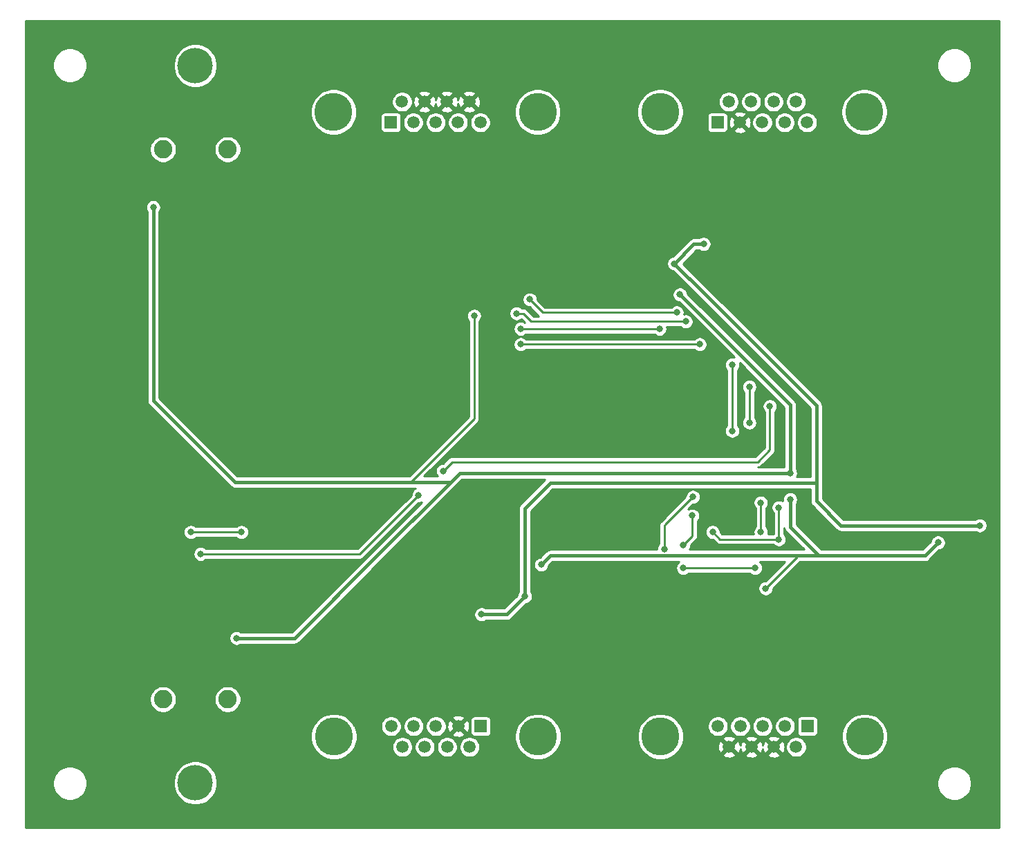
<source format=gbr>
G04 #@! TF.GenerationSoftware,KiCad,Pcbnew,(5.1.10)-1*
G04 #@! TF.CreationDate,2021-08-13T13:47:00+01:00*
G04 #@! TF.ProjectId,DataAqBoardV1.1,44617461-4171-4426-9f61-726456312e31,rev?*
G04 #@! TF.SameCoordinates,Original*
G04 #@! TF.FileFunction,Copper,L2,Bot*
G04 #@! TF.FilePolarity,Positive*
%FSLAX46Y46*%
G04 Gerber Fmt 4.6, Leading zero omitted, Abs format (unit mm)*
G04 Created by KiCad (PCBNEW (5.1.10)-1) date 2021-08-13 13:47:00*
%MOMM*%
%LPD*%
G01*
G04 APERTURE LIST*
G04 #@! TA.AperFunction,ComponentPad*
%ADD10C,4.350000*%
G04 #@! TD*
G04 #@! TA.AperFunction,ComponentPad*
%ADD11C,2.250000*%
G04 #@! TD*
G04 #@! TA.AperFunction,ComponentPad*
%ADD12R,1.500000X1.500000*%
G04 #@! TD*
G04 #@! TA.AperFunction,ComponentPad*
%ADD13C,1.500000*%
G04 #@! TD*
G04 #@! TA.AperFunction,ComponentPad*
%ADD14C,4.650000*%
G04 #@! TD*
G04 #@! TA.AperFunction,ViaPad*
%ADD15C,0.800000*%
G04 #@! TD*
G04 #@! TA.AperFunction,Conductor*
%ADD16C,0.450000*%
G04 #@! TD*
G04 #@! TA.AperFunction,Conductor*
%ADD17C,0.250000*%
G04 #@! TD*
G04 #@! TA.AperFunction,Conductor*
%ADD18C,0.254000*%
G04 #@! TD*
G04 #@! TA.AperFunction,Conductor*
%ADD19C,0.100000*%
G04 #@! TD*
G04 APERTURE END LIST*
D10*
G04 #@! TO.P,J1,MH1*
G04 #@! TO.N,Net-(J1-PadMH1)*
X101050000Y-143950000D03*
D11*
G04 #@! TO.P,J1,2*
G04 #@! TO.N,Net-(C25-Pad2)*
X105000000Y-133700000D03*
G04 #@! TO.P,J1,1*
G04 #@! TO.N,Net-(C25-Pad1)*
X97100000Y-133700000D03*
G04 #@! TD*
G04 #@! TO.P,J2,1*
G04 #@! TO.N,Net-(C26-Pad1)*
X105000000Y-66300000D03*
G04 #@! TO.P,J2,2*
G04 #@! TO.N,Net-(C26-Pad2)*
X97100000Y-66300000D03*
D10*
G04 #@! TO.P,J2,MH1*
G04 #@! TO.N,Net-(J2-PadMH1)*
X101050000Y-56050000D03*
G04 #@! TD*
D12*
G04 #@! TO.P,J3,1*
G04 #@! TO.N,Net-(D1-Pad2)*
X165000000Y-63000000D03*
D13*
G04 #@! TO.P,J3,2*
G04 #@! TO.N,GND*
X167740000Y-63000000D03*
G04 #@! TO.P,J3,3*
G04 #@! TO.N,Net-(J3-Pad3)*
X170480000Y-63000000D03*
G04 #@! TO.P,J3,4*
G04 #@! TO.N,Net-(J3-Pad4)*
X173220000Y-63000000D03*
G04 #@! TO.P,J3,5*
G04 #@! TO.N,Net-(J3-Pad5)*
X175960000Y-63000000D03*
G04 #@! TO.P,J3,6*
G04 #@! TO.N,Net-(J3-Pad6)*
X166370000Y-60460000D03*
G04 #@! TO.P,J3,7*
G04 #@! TO.N,Net-(J3-Pad7)*
X169110000Y-60460000D03*
G04 #@! TO.P,J3,8*
G04 #@! TO.N,Net-(J3-Pad8)*
X171850000Y-60460000D03*
G04 #@! TO.P,J3,9*
G04 #@! TO.N,Net-(J3-Pad9)*
X174590000Y-60460000D03*
D14*
G04 #@! TO.P,J3,MH1*
G04 #@! TO.N,Net-(J3-PadMH1)*
X157980000Y-61730000D03*
G04 #@! TO.P,J3,MH2*
G04 #@! TO.N,Net-(J3-PadMH2)*
X182980000Y-61730000D03*
G04 #@! TD*
G04 #@! TO.P,J4,MH2*
G04 #@! TO.N,Net-(J4-PadMH2)*
X142980000Y-61730000D03*
G04 #@! TO.P,J4,MH1*
G04 #@! TO.N,Net-(J4-PadMH1)*
X117980000Y-61730000D03*
D13*
G04 #@! TO.P,J4,9*
G04 #@! TO.N,GND*
X134590000Y-60460000D03*
G04 #@! TO.P,J4,8*
X131850000Y-60460000D03*
G04 #@! TO.P,J4,7*
X129110000Y-60460000D03*
G04 #@! TO.P,J4,6*
G04 #@! TO.N,Net-(D7-Pad2)*
X126370000Y-60460000D03*
G04 #@! TO.P,J4,5*
G04 #@! TO.N,Net-(D6-Pad2)*
X135960000Y-63000000D03*
G04 #@! TO.P,J4,4*
G04 #@! TO.N,Net-(D5-Pad2)*
X133220000Y-63000000D03*
G04 #@! TO.P,J4,3*
G04 #@! TO.N,Net-(D4-Pad2)*
X130480000Y-63000000D03*
G04 #@! TO.P,J4,2*
G04 #@! TO.N,Net-(D3-Pad2)*
X127740000Y-63000000D03*
D12*
G04 #@! TO.P,J4,1*
G04 #@! TO.N,Net-(D2-Pad2)*
X125000000Y-63000000D03*
G04 #@! TD*
G04 #@! TO.P,J5,1*
G04 #@! TO.N,Net-(D8-Pad2)*
X136000000Y-137000000D03*
D13*
G04 #@! TO.P,J5,2*
G04 #@! TO.N,GND*
X133260000Y-137000000D03*
G04 #@! TO.P,J5,3*
G04 #@! TO.N,Net-(J5-Pad3)*
X130520000Y-137000000D03*
G04 #@! TO.P,J5,4*
G04 #@! TO.N,Net-(J5-Pad4)*
X127780000Y-137000000D03*
G04 #@! TO.P,J5,5*
G04 #@! TO.N,Net-(J5-Pad5)*
X125040000Y-137000000D03*
G04 #@! TO.P,J5,6*
G04 #@! TO.N,Net-(J5-Pad6)*
X134630000Y-139540000D03*
G04 #@! TO.P,J5,7*
G04 #@! TO.N,Net-(J5-Pad7)*
X131890000Y-139540000D03*
G04 #@! TO.P,J5,8*
G04 #@! TO.N,Net-(J5-Pad8)*
X129150000Y-139540000D03*
G04 #@! TO.P,J5,9*
G04 #@! TO.N,Net-(J5-Pad9)*
X126410000Y-139540000D03*
D14*
G04 #@! TO.P,J5,MH1*
G04 #@! TO.N,Net-(J5-PadMH1)*
X143020000Y-138270000D03*
G04 #@! TO.P,J5,MH2*
G04 #@! TO.N,Net-(J5-PadMH2)*
X118020000Y-138270000D03*
G04 #@! TD*
G04 #@! TO.P,J6,MH2*
G04 #@! TO.N,Net-(J6-PadMH2)*
X158020000Y-138270000D03*
G04 #@! TO.P,J6,MH1*
G04 #@! TO.N,Net-(J6-PadMH1)*
X183020000Y-138270000D03*
D13*
G04 #@! TO.P,J6,9*
G04 #@! TO.N,GND*
X166410000Y-139540000D03*
G04 #@! TO.P,J6,8*
X169150000Y-139540000D03*
G04 #@! TO.P,J6,7*
X171890000Y-139540000D03*
G04 #@! TO.P,J6,6*
G04 #@! TO.N,Net-(D14-Pad2)*
X174630000Y-139540000D03*
G04 #@! TO.P,J6,5*
G04 #@! TO.N,Net-(D13-Pad2)*
X165040000Y-137000000D03*
G04 #@! TO.P,J6,4*
G04 #@! TO.N,Net-(D12-Pad2)*
X167780000Y-137000000D03*
G04 #@! TO.P,J6,3*
G04 #@! TO.N,Net-(D11-Pad2)*
X170520000Y-137000000D03*
G04 #@! TO.P,J6,2*
G04 #@! TO.N,Net-(D10-Pad2)*
X173260000Y-137000000D03*
D12*
G04 #@! TO.P,J6,1*
G04 #@! TO.N,Net-(D9-Pad2)*
X176000000Y-137000000D03*
G04 #@! TD*
D15*
G04 #@! TO.N,EOC2*
X168900000Y-95400000D03*
G04 #@! TO.N,GND*
X150900000Y-114900000D03*
G04 #@! TO.N,+3V3*
X170900000Y-120100000D03*
G04 #@! TO.N,EOC2*
X168900000Y-99800000D03*
X170300000Y-109600000D03*
X170300000Y-113200000D03*
G04 #@! TO.N,+5V*
X141400000Y-121100000D03*
X136100000Y-123300000D03*
X163300000Y-77900000D03*
X197100000Y-112400000D03*
X159700000Y-80300000D03*
G04 #@! TO.N,+3V3*
X95900000Y-73400000D03*
X106100000Y-126200000D03*
X173900000Y-106000000D03*
X173900000Y-109200000D03*
X143400000Y-117200000D03*
X160400000Y-84100000D03*
X135200000Y-86700000D03*
X192000000Y-114500000D03*
G04 #@! TO.N,CS3*
X166800000Y-100800000D03*
X166800000Y-92700000D03*
X162000000Y-108900000D03*
X158500000Y-115300000D03*
G04 #@! TO.N,MISO*
X140900000Y-88300000D03*
X100500000Y-113200000D03*
X157900000Y-88300000D03*
X172500000Y-114100000D03*
X164400000Y-113200000D03*
X172500000Y-110200000D03*
X106700000Y-113200000D03*
G04 #@! TO.N,MOSI*
X169600000Y-117600000D03*
X160800000Y-117600000D03*
X160800000Y-114800000D03*
X161900000Y-111200000D03*
G04 #@! TO.N,CS1*
X142000000Y-84700000D03*
X160000000Y-86300000D03*
G04 #@! TO.N,CS4*
X101700000Y-115900000D03*
X128400000Y-108700000D03*
X171400000Y-97800000D03*
X131400000Y-105700000D03*
G04 #@! TO.N,CS2*
X140900000Y-90200000D03*
X162800000Y-90200000D03*
G04 #@! TO.N,EOC1*
X140400000Y-86400000D03*
X161100000Y-87400000D03*
G04 #@! TD*
D16*
G04 #@! TO.N,+5V*
X180100000Y-112400000D02*
X197100000Y-112400000D01*
X177100000Y-109400000D02*
X180100000Y-112400000D01*
X163300000Y-83900000D02*
X177100000Y-97700000D01*
X159700000Y-80300000D02*
X163300000Y-83900000D01*
X144500000Y-107200000D02*
X177100000Y-107200000D01*
X141400000Y-110300000D02*
X144500000Y-107200000D01*
X177100000Y-107200000D02*
X177100000Y-109400000D01*
X177100000Y-97700000D02*
X177100000Y-107200000D01*
X141400000Y-117900000D02*
X141400000Y-110300000D01*
D17*
X141400000Y-118000000D02*
X141400000Y-117900000D01*
D16*
X141400000Y-121100000D02*
X141400000Y-117900000D01*
X139200000Y-123300000D02*
X141400000Y-121100000D01*
X136100000Y-123300000D02*
X139200000Y-123300000D01*
X162100000Y-77900000D02*
X159700000Y-80300000D01*
X163300000Y-77900000D02*
X162100000Y-77900000D01*
G04 #@! TO.N,+3V3*
X173900000Y-97600000D02*
X160400000Y-84100000D01*
X173900000Y-98200000D02*
X173900000Y-97600000D01*
X173900000Y-101700000D02*
X173900000Y-98200000D01*
X173900000Y-104000000D02*
X173900000Y-101700000D01*
X173900000Y-106000000D02*
X173900000Y-104000000D01*
X143400000Y-117200000D02*
X144500000Y-116100000D01*
X173900000Y-112600000D02*
X177400000Y-116100000D01*
X106100000Y-126200000D02*
X113200000Y-126200000D01*
X95900000Y-73400000D02*
X95900000Y-97100000D01*
X113200000Y-126200000D02*
X123300000Y-116100000D01*
X105900000Y-107100000D02*
X95900000Y-97100000D01*
X123300000Y-116100000D02*
X132300000Y-107100000D01*
X173900000Y-106000000D02*
X133400000Y-106000000D01*
X132300000Y-107100000D02*
X133400000Y-106000000D01*
X173900000Y-109200000D02*
X173900000Y-112600000D01*
X126300000Y-107100000D02*
X105900000Y-107100000D01*
D17*
X135200000Y-99300000D02*
X127400000Y-107100000D01*
X135200000Y-86700000D02*
X135200000Y-99300000D01*
D16*
X127400000Y-107100000D02*
X126300000Y-107100000D01*
X132300000Y-107100000D02*
X127400000Y-107100000D01*
X177400000Y-116100000D02*
X178700000Y-116100000D01*
X178700000Y-116100000D02*
X190400000Y-116100000D01*
X190400000Y-116100000D02*
X192000000Y-114500000D01*
X174800000Y-116100000D02*
X177400000Y-116100000D01*
X144500000Y-116100000D02*
X174800000Y-116100000D01*
D17*
X174800000Y-116200000D02*
X174800000Y-116100000D01*
X170900000Y-120100000D02*
X174800000Y-116200000D01*
G04 #@! TO.N,CS3*
X158700000Y-112200000D02*
X162000000Y-108900000D01*
X158500000Y-112400000D02*
X158700000Y-112200000D01*
X158500000Y-115300000D02*
X158500000Y-112400000D01*
X166800000Y-92700000D02*
X166800000Y-100700000D01*
G04 #@! TO.N,MISO*
X100500000Y-113200000D02*
X106700000Y-113200000D01*
X140900000Y-88300000D02*
X157800000Y-88300000D01*
X172500000Y-110200000D02*
X172500000Y-114100000D01*
X165300000Y-114100000D02*
X164400000Y-113200000D01*
X172500000Y-114100000D02*
X165300000Y-114100000D01*
G04 #@! TO.N,MOSI*
X161900000Y-113700000D02*
X160800000Y-114800000D01*
X161900000Y-111200000D02*
X161900000Y-113700000D01*
X160800000Y-117600000D02*
X164800000Y-117600000D01*
X164800000Y-117600000D02*
X169600000Y-117600000D01*
G04 #@! TO.N,CS1*
X160000000Y-86300000D02*
X143600000Y-86300000D01*
X143600000Y-86300000D02*
X142000000Y-84700000D01*
G04 #@! TO.N,CS4*
X131400000Y-105700000D02*
X131400000Y-105700000D01*
X121200000Y-115900000D02*
X128400000Y-108700000D01*
X101700000Y-115900000D02*
X121200000Y-115900000D01*
X131400000Y-105700000D02*
X132500000Y-104600000D01*
X132500000Y-104600000D02*
X169900000Y-104600000D01*
X171400000Y-103100000D02*
X171400000Y-97800000D01*
X169900000Y-104600000D02*
X171400000Y-103100000D01*
G04 #@! TO.N,CS2*
X141600000Y-90200000D02*
X162800000Y-90200000D01*
X140900000Y-90200000D02*
X141600000Y-90200000D01*
G04 #@! TO.N,EOC1*
X140400000Y-86400000D02*
X141200000Y-86400000D01*
X141200000Y-86400000D02*
X142200000Y-87400000D01*
X142200000Y-87400000D02*
X161100000Y-87400000D01*
X161100000Y-87400000D02*
X161100000Y-87400000D01*
G04 #@! TO.N,EOC2*
X170300000Y-109600000D02*
X170300000Y-113200000D01*
X168900000Y-95400000D02*
X168900000Y-99800000D01*
G04 #@! TD*
D18*
G04 #@! TO.N,GND*
X199448001Y-149448000D02*
X80252000Y-149448000D01*
X80252000Y-143790509D01*
X83573000Y-143790509D01*
X83573000Y-144209491D01*
X83654739Y-144620423D01*
X83815077Y-145007512D01*
X84047851Y-145355884D01*
X84344116Y-145652149D01*
X84692488Y-145884923D01*
X85079577Y-146045261D01*
X85490509Y-146127000D01*
X85909491Y-146127000D01*
X86320423Y-146045261D01*
X86707512Y-145884923D01*
X87055884Y-145652149D01*
X87352149Y-145355884D01*
X87584923Y-145007512D01*
X87745261Y-144620423D01*
X87827000Y-144209491D01*
X87827000Y-143790509D01*
X87805790Y-143683876D01*
X98348000Y-143683876D01*
X98348000Y-144216124D01*
X98451836Y-144738144D01*
X98655519Y-145229877D01*
X98951219Y-145672425D01*
X99327575Y-146048781D01*
X99770123Y-146344481D01*
X100261856Y-146548164D01*
X100783876Y-146652000D01*
X101316124Y-146652000D01*
X101838144Y-146548164D01*
X102329877Y-146344481D01*
X102772425Y-146048781D01*
X103148781Y-145672425D01*
X103444481Y-145229877D01*
X103648164Y-144738144D01*
X103752000Y-144216124D01*
X103752000Y-143790509D01*
X191873000Y-143790509D01*
X191873000Y-144209491D01*
X191954739Y-144620423D01*
X192115077Y-145007512D01*
X192347851Y-145355884D01*
X192644116Y-145652149D01*
X192992488Y-145884923D01*
X193379577Y-146045261D01*
X193790509Y-146127000D01*
X194209491Y-146127000D01*
X194620423Y-146045261D01*
X195007512Y-145884923D01*
X195355884Y-145652149D01*
X195652149Y-145355884D01*
X195884923Y-145007512D01*
X196045261Y-144620423D01*
X196127000Y-144209491D01*
X196127000Y-143790509D01*
X196045261Y-143379577D01*
X195884923Y-142992488D01*
X195652149Y-142644116D01*
X195355884Y-142347851D01*
X195007512Y-142115077D01*
X194620423Y-141954739D01*
X194209491Y-141873000D01*
X193790509Y-141873000D01*
X193379577Y-141954739D01*
X192992488Y-142115077D01*
X192644116Y-142347851D01*
X192347851Y-142644116D01*
X192115077Y-142992488D01*
X191954739Y-143379577D01*
X191873000Y-143790509D01*
X103752000Y-143790509D01*
X103752000Y-143683876D01*
X103648164Y-143161856D01*
X103444481Y-142670123D01*
X103148781Y-142227575D01*
X102772425Y-141851219D01*
X102329877Y-141555519D01*
X101838144Y-141351836D01*
X101316124Y-141248000D01*
X100783876Y-141248000D01*
X100261856Y-141351836D01*
X99770123Y-141555519D01*
X99327575Y-141851219D01*
X98951219Y-142227575D01*
X98655519Y-142670123D01*
X98451836Y-143161856D01*
X98348000Y-143683876D01*
X87805790Y-143683876D01*
X87745261Y-143379577D01*
X87584923Y-142992488D01*
X87352149Y-142644116D01*
X87055884Y-142347851D01*
X86707512Y-142115077D01*
X86320423Y-141954739D01*
X85909491Y-141873000D01*
X85490509Y-141873000D01*
X85079577Y-141954739D01*
X84692488Y-142115077D01*
X84344116Y-142347851D01*
X84047851Y-142644116D01*
X83815077Y-142992488D01*
X83654739Y-143379577D01*
X83573000Y-143790509D01*
X80252000Y-143790509D01*
X80252000Y-137989102D01*
X115168000Y-137989102D01*
X115168000Y-138550898D01*
X115277600Y-139101898D01*
X115492590Y-139620929D01*
X115804707Y-140088044D01*
X116201956Y-140485293D01*
X116669071Y-140797410D01*
X117188102Y-141012400D01*
X117739102Y-141122000D01*
X118300898Y-141122000D01*
X118851898Y-141012400D01*
X119370929Y-140797410D01*
X119838044Y-140485293D01*
X120235293Y-140088044D01*
X120547410Y-139620929D01*
X120633029Y-139414226D01*
X125133000Y-139414226D01*
X125133000Y-139665774D01*
X125182074Y-139912487D01*
X125278337Y-140144886D01*
X125418089Y-140354040D01*
X125595960Y-140531911D01*
X125805114Y-140671663D01*
X126037513Y-140767926D01*
X126284226Y-140817000D01*
X126535774Y-140817000D01*
X126782487Y-140767926D01*
X127014886Y-140671663D01*
X127224040Y-140531911D01*
X127401911Y-140354040D01*
X127541663Y-140144886D01*
X127637926Y-139912487D01*
X127687000Y-139665774D01*
X127687000Y-139414226D01*
X127873000Y-139414226D01*
X127873000Y-139665774D01*
X127922074Y-139912487D01*
X128018337Y-140144886D01*
X128158089Y-140354040D01*
X128335960Y-140531911D01*
X128545114Y-140671663D01*
X128777513Y-140767926D01*
X129024226Y-140817000D01*
X129275774Y-140817000D01*
X129522487Y-140767926D01*
X129754886Y-140671663D01*
X129964040Y-140531911D01*
X130141911Y-140354040D01*
X130281663Y-140144886D01*
X130377926Y-139912487D01*
X130427000Y-139665774D01*
X130427000Y-139414226D01*
X130613000Y-139414226D01*
X130613000Y-139665774D01*
X130662074Y-139912487D01*
X130758337Y-140144886D01*
X130898089Y-140354040D01*
X131075960Y-140531911D01*
X131285114Y-140671663D01*
X131517513Y-140767926D01*
X131764226Y-140817000D01*
X132015774Y-140817000D01*
X132262487Y-140767926D01*
X132494886Y-140671663D01*
X132704040Y-140531911D01*
X132881911Y-140354040D01*
X133021663Y-140144886D01*
X133117926Y-139912487D01*
X133167000Y-139665774D01*
X133167000Y-139414226D01*
X133353000Y-139414226D01*
X133353000Y-139665774D01*
X133402074Y-139912487D01*
X133498337Y-140144886D01*
X133638089Y-140354040D01*
X133815960Y-140531911D01*
X134025114Y-140671663D01*
X134257513Y-140767926D01*
X134504226Y-140817000D01*
X134755774Y-140817000D01*
X135002487Y-140767926D01*
X135234886Y-140671663D01*
X135444040Y-140531911D01*
X135621911Y-140354040D01*
X135761663Y-140144886D01*
X135857926Y-139912487D01*
X135907000Y-139665774D01*
X135907000Y-139414226D01*
X135857926Y-139167513D01*
X135761663Y-138935114D01*
X135621911Y-138725960D01*
X135444040Y-138548089D01*
X135234886Y-138408337D01*
X135002487Y-138312074D01*
X134755774Y-138263000D01*
X134504226Y-138263000D01*
X134257513Y-138312074D01*
X134025114Y-138408337D01*
X133815960Y-138548089D01*
X133638089Y-138725960D01*
X133498337Y-138935114D01*
X133402074Y-139167513D01*
X133353000Y-139414226D01*
X133167000Y-139414226D01*
X133117926Y-139167513D01*
X133021663Y-138935114D01*
X132881911Y-138725960D01*
X132704040Y-138548089D01*
X132494886Y-138408337D01*
X132262487Y-138312074D01*
X132015774Y-138263000D01*
X131764226Y-138263000D01*
X131517513Y-138312074D01*
X131285114Y-138408337D01*
X131075960Y-138548089D01*
X130898089Y-138725960D01*
X130758337Y-138935114D01*
X130662074Y-139167513D01*
X130613000Y-139414226D01*
X130427000Y-139414226D01*
X130377926Y-139167513D01*
X130281663Y-138935114D01*
X130141911Y-138725960D01*
X129964040Y-138548089D01*
X129754886Y-138408337D01*
X129522487Y-138312074D01*
X129275774Y-138263000D01*
X129024226Y-138263000D01*
X128777513Y-138312074D01*
X128545114Y-138408337D01*
X128335960Y-138548089D01*
X128158089Y-138725960D01*
X128018337Y-138935114D01*
X127922074Y-139167513D01*
X127873000Y-139414226D01*
X127687000Y-139414226D01*
X127637926Y-139167513D01*
X127541663Y-138935114D01*
X127401911Y-138725960D01*
X127224040Y-138548089D01*
X127014886Y-138408337D01*
X126782487Y-138312074D01*
X126535774Y-138263000D01*
X126284226Y-138263000D01*
X126037513Y-138312074D01*
X125805114Y-138408337D01*
X125595960Y-138548089D01*
X125418089Y-138725960D01*
X125278337Y-138935114D01*
X125182074Y-139167513D01*
X125133000Y-139414226D01*
X120633029Y-139414226D01*
X120762400Y-139101898D01*
X120872000Y-138550898D01*
X120872000Y-137989102D01*
X120762400Y-137438102D01*
X120547410Y-136919071D01*
X120517446Y-136874226D01*
X123763000Y-136874226D01*
X123763000Y-137125774D01*
X123812074Y-137372487D01*
X123908337Y-137604886D01*
X124048089Y-137814040D01*
X124225960Y-137991911D01*
X124435114Y-138131663D01*
X124667513Y-138227926D01*
X124914226Y-138277000D01*
X125165774Y-138277000D01*
X125412487Y-138227926D01*
X125644886Y-138131663D01*
X125854040Y-137991911D01*
X126031911Y-137814040D01*
X126171663Y-137604886D01*
X126267926Y-137372487D01*
X126317000Y-137125774D01*
X126317000Y-136874226D01*
X126503000Y-136874226D01*
X126503000Y-137125774D01*
X126552074Y-137372487D01*
X126648337Y-137604886D01*
X126788089Y-137814040D01*
X126965960Y-137991911D01*
X127175114Y-138131663D01*
X127407513Y-138227926D01*
X127654226Y-138277000D01*
X127905774Y-138277000D01*
X128152487Y-138227926D01*
X128384886Y-138131663D01*
X128594040Y-137991911D01*
X128771911Y-137814040D01*
X128911663Y-137604886D01*
X129007926Y-137372487D01*
X129057000Y-137125774D01*
X129057000Y-136874226D01*
X129243000Y-136874226D01*
X129243000Y-137125774D01*
X129292074Y-137372487D01*
X129388337Y-137604886D01*
X129528089Y-137814040D01*
X129705960Y-137991911D01*
X129915114Y-138131663D01*
X130147513Y-138227926D01*
X130394226Y-138277000D01*
X130645774Y-138277000D01*
X130892487Y-138227926D01*
X131124886Y-138131663D01*
X131334040Y-137991911D01*
X131368958Y-137956993D01*
X132482612Y-137956993D01*
X132548137Y-138195860D01*
X132795116Y-138311760D01*
X133059960Y-138377250D01*
X133332492Y-138389812D01*
X133602238Y-138348965D01*
X133858832Y-138256277D01*
X133971863Y-138195860D01*
X134037388Y-137956993D01*
X133260000Y-137179605D01*
X132482612Y-137956993D01*
X131368958Y-137956993D01*
X131511911Y-137814040D01*
X131651663Y-137604886D01*
X131747926Y-137372487D01*
X131797000Y-137125774D01*
X131797000Y-137072492D01*
X131870188Y-137072492D01*
X131911035Y-137342238D01*
X132003723Y-137598832D01*
X132064140Y-137711863D01*
X132303007Y-137777388D01*
X133080395Y-137000000D01*
X133439605Y-137000000D01*
X134216993Y-137777388D01*
X134455860Y-137711863D01*
X134571760Y-137464884D01*
X134637250Y-137200040D01*
X134649812Y-136927508D01*
X134608965Y-136657762D01*
X134516277Y-136401168D01*
X134455860Y-136288137D01*
X134316835Y-136250000D01*
X134720451Y-136250000D01*
X134720451Y-137750000D01*
X134730626Y-137853310D01*
X134760761Y-137952650D01*
X134809696Y-138044202D01*
X134875552Y-138124448D01*
X134955798Y-138190304D01*
X135047350Y-138239239D01*
X135146690Y-138269374D01*
X135250000Y-138279549D01*
X136750000Y-138279549D01*
X136853310Y-138269374D01*
X136952650Y-138239239D01*
X137044202Y-138190304D01*
X137124448Y-138124448D01*
X137190304Y-138044202D01*
X137219755Y-137989102D01*
X140168000Y-137989102D01*
X140168000Y-138550898D01*
X140277600Y-139101898D01*
X140492590Y-139620929D01*
X140804707Y-140088044D01*
X141201956Y-140485293D01*
X141669071Y-140797410D01*
X142188102Y-141012400D01*
X142739102Y-141122000D01*
X143300898Y-141122000D01*
X143851898Y-141012400D01*
X144370929Y-140797410D01*
X144838044Y-140485293D01*
X145235293Y-140088044D01*
X145547410Y-139620929D01*
X145762400Y-139101898D01*
X145872000Y-138550898D01*
X145872000Y-137989102D01*
X155168000Y-137989102D01*
X155168000Y-138550898D01*
X155277600Y-139101898D01*
X155492590Y-139620929D01*
X155804707Y-140088044D01*
X156201956Y-140485293D01*
X156669071Y-140797410D01*
X157188102Y-141012400D01*
X157739102Y-141122000D01*
X158300898Y-141122000D01*
X158851898Y-141012400D01*
X159370929Y-140797410D01*
X159820533Y-140496993D01*
X165632612Y-140496993D01*
X165698137Y-140735860D01*
X165945116Y-140851760D01*
X166209960Y-140917250D01*
X166482492Y-140929812D01*
X166752238Y-140888965D01*
X167008832Y-140796277D01*
X167121863Y-140735860D01*
X167187388Y-140496993D01*
X168372612Y-140496993D01*
X168438137Y-140735860D01*
X168685116Y-140851760D01*
X168949960Y-140917250D01*
X169222492Y-140929812D01*
X169492238Y-140888965D01*
X169748832Y-140796277D01*
X169861863Y-140735860D01*
X169927388Y-140496993D01*
X171112612Y-140496993D01*
X171178137Y-140735860D01*
X171425116Y-140851760D01*
X171689960Y-140917250D01*
X171962492Y-140929812D01*
X172232238Y-140888965D01*
X172488832Y-140796277D01*
X172601863Y-140735860D01*
X172667388Y-140496993D01*
X171890000Y-139719605D01*
X171112612Y-140496993D01*
X169927388Y-140496993D01*
X169150000Y-139719605D01*
X168372612Y-140496993D01*
X167187388Y-140496993D01*
X166410000Y-139719605D01*
X165632612Y-140496993D01*
X159820533Y-140496993D01*
X159838044Y-140485293D01*
X160235293Y-140088044D01*
X160547410Y-139620929D01*
X160550904Y-139612492D01*
X165020188Y-139612492D01*
X165061035Y-139882238D01*
X165153723Y-140138832D01*
X165214140Y-140251863D01*
X165453007Y-140317388D01*
X166230395Y-139540000D01*
X166589605Y-139540000D01*
X167366993Y-140317388D01*
X167605860Y-140251863D01*
X167721760Y-140004884D01*
X167782445Y-139759472D01*
X167801035Y-139882238D01*
X167893723Y-140138832D01*
X167954140Y-140251863D01*
X168193007Y-140317388D01*
X168970395Y-139540000D01*
X169329605Y-139540000D01*
X170106993Y-140317388D01*
X170345860Y-140251863D01*
X170461760Y-140004884D01*
X170522445Y-139759472D01*
X170541035Y-139882238D01*
X170633723Y-140138832D01*
X170694140Y-140251863D01*
X170933007Y-140317388D01*
X171710395Y-139540000D01*
X172069605Y-139540000D01*
X172846993Y-140317388D01*
X173085860Y-140251863D01*
X173201760Y-140004884D01*
X173267250Y-139740040D01*
X173279812Y-139467508D01*
X173271744Y-139414226D01*
X173353000Y-139414226D01*
X173353000Y-139665774D01*
X173402074Y-139912487D01*
X173498337Y-140144886D01*
X173638089Y-140354040D01*
X173815960Y-140531911D01*
X174025114Y-140671663D01*
X174257513Y-140767926D01*
X174504226Y-140817000D01*
X174755774Y-140817000D01*
X175002487Y-140767926D01*
X175234886Y-140671663D01*
X175444040Y-140531911D01*
X175621911Y-140354040D01*
X175761663Y-140144886D01*
X175857926Y-139912487D01*
X175907000Y-139665774D01*
X175907000Y-139414226D01*
X175857926Y-139167513D01*
X175761663Y-138935114D01*
X175621911Y-138725960D01*
X175444040Y-138548089D01*
X175234886Y-138408337D01*
X175002487Y-138312074D01*
X174755774Y-138263000D01*
X174504226Y-138263000D01*
X174257513Y-138312074D01*
X174025114Y-138408337D01*
X173815960Y-138548089D01*
X173638089Y-138725960D01*
X173498337Y-138935114D01*
X173402074Y-139167513D01*
X173353000Y-139414226D01*
X173271744Y-139414226D01*
X173238965Y-139197762D01*
X173146277Y-138941168D01*
X173085860Y-138828137D01*
X172846993Y-138762612D01*
X172069605Y-139540000D01*
X171710395Y-139540000D01*
X170933007Y-138762612D01*
X170694140Y-138828137D01*
X170578240Y-139075116D01*
X170517555Y-139320528D01*
X170498965Y-139197762D01*
X170406277Y-138941168D01*
X170345860Y-138828137D01*
X170106993Y-138762612D01*
X169329605Y-139540000D01*
X168970395Y-139540000D01*
X168193007Y-138762612D01*
X167954140Y-138828137D01*
X167838240Y-139075116D01*
X167777555Y-139320528D01*
X167758965Y-139197762D01*
X167666277Y-138941168D01*
X167605860Y-138828137D01*
X167366993Y-138762612D01*
X166589605Y-139540000D01*
X166230395Y-139540000D01*
X165453007Y-138762612D01*
X165214140Y-138828137D01*
X165098240Y-139075116D01*
X165032750Y-139339960D01*
X165020188Y-139612492D01*
X160550904Y-139612492D01*
X160762400Y-139101898D01*
X160865613Y-138583007D01*
X165632612Y-138583007D01*
X166410000Y-139360395D01*
X167187388Y-138583007D01*
X168372612Y-138583007D01*
X169150000Y-139360395D01*
X169927388Y-138583007D01*
X171112612Y-138583007D01*
X171890000Y-139360395D01*
X172667388Y-138583007D01*
X172601863Y-138344140D01*
X172354884Y-138228240D01*
X172090040Y-138162750D01*
X171817508Y-138150188D01*
X171547762Y-138191035D01*
X171291168Y-138283723D01*
X171178137Y-138344140D01*
X171112612Y-138583007D01*
X169927388Y-138583007D01*
X169861863Y-138344140D01*
X169614884Y-138228240D01*
X169350040Y-138162750D01*
X169077508Y-138150188D01*
X168807762Y-138191035D01*
X168551168Y-138283723D01*
X168438137Y-138344140D01*
X168372612Y-138583007D01*
X167187388Y-138583007D01*
X167121863Y-138344140D01*
X166874884Y-138228240D01*
X166610040Y-138162750D01*
X166337508Y-138150188D01*
X166067762Y-138191035D01*
X165811168Y-138283723D01*
X165698137Y-138344140D01*
X165632612Y-138583007D01*
X160865613Y-138583007D01*
X160872000Y-138550898D01*
X160872000Y-137989102D01*
X160762400Y-137438102D01*
X160547410Y-136919071D01*
X160517446Y-136874226D01*
X163763000Y-136874226D01*
X163763000Y-137125774D01*
X163812074Y-137372487D01*
X163908337Y-137604886D01*
X164048089Y-137814040D01*
X164225960Y-137991911D01*
X164435114Y-138131663D01*
X164667513Y-138227926D01*
X164914226Y-138277000D01*
X165165774Y-138277000D01*
X165412487Y-138227926D01*
X165644886Y-138131663D01*
X165854040Y-137991911D01*
X166031911Y-137814040D01*
X166171663Y-137604886D01*
X166267926Y-137372487D01*
X166317000Y-137125774D01*
X166317000Y-136874226D01*
X166503000Y-136874226D01*
X166503000Y-137125774D01*
X166552074Y-137372487D01*
X166648337Y-137604886D01*
X166788089Y-137814040D01*
X166965960Y-137991911D01*
X167175114Y-138131663D01*
X167407513Y-138227926D01*
X167654226Y-138277000D01*
X167905774Y-138277000D01*
X168152487Y-138227926D01*
X168384886Y-138131663D01*
X168594040Y-137991911D01*
X168771911Y-137814040D01*
X168911663Y-137604886D01*
X169007926Y-137372487D01*
X169057000Y-137125774D01*
X169057000Y-136874226D01*
X169243000Y-136874226D01*
X169243000Y-137125774D01*
X169292074Y-137372487D01*
X169388337Y-137604886D01*
X169528089Y-137814040D01*
X169705960Y-137991911D01*
X169915114Y-138131663D01*
X170147513Y-138227926D01*
X170394226Y-138277000D01*
X170645774Y-138277000D01*
X170892487Y-138227926D01*
X171124886Y-138131663D01*
X171334040Y-137991911D01*
X171511911Y-137814040D01*
X171651663Y-137604886D01*
X171747926Y-137372487D01*
X171797000Y-137125774D01*
X171797000Y-136874226D01*
X171983000Y-136874226D01*
X171983000Y-137125774D01*
X172032074Y-137372487D01*
X172128337Y-137604886D01*
X172268089Y-137814040D01*
X172445960Y-137991911D01*
X172655114Y-138131663D01*
X172887513Y-138227926D01*
X173134226Y-138277000D01*
X173385774Y-138277000D01*
X173632487Y-138227926D01*
X173864886Y-138131663D01*
X174074040Y-137991911D01*
X174251911Y-137814040D01*
X174391663Y-137604886D01*
X174487926Y-137372487D01*
X174537000Y-137125774D01*
X174537000Y-136874226D01*
X174487926Y-136627513D01*
X174391663Y-136395114D01*
X174294702Y-136250000D01*
X174720451Y-136250000D01*
X174720451Y-137750000D01*
X174730626Y-137853310D01*
X174760761Y-137952650D01*
X174809696Y-138044202D01*
X174875552Y-138124448D01*
X174955798Y-138190304D01*
X175047350Y-138239239D01*
X175146690Y-138269374D01*
X175250000Y-138279549D01*
X176750000Y-138279549D01*
X176853310Y-138269374D01*
X176952650Y-138239239D01*
X177044202Y-138190304D01*
X177124448Y-138124448D01*
X177190304Y-138044202D01*
X177219755Y-137989102D01*
X180168000Y-137989102D01*
X180168000Y-138550898D01*
X180277600Y-139101898D01*
X180492590Y-139620929D01*
X180804707Y-140088044D01*
X181201956Y-140485293D01*
X181669071Y-140797410D01*
X182188102Y-141012400D01*
X182739102Y-141122000D01*
X183300898Y-141122000D01*
X183851898Y-141012400D01*
X184370929Y-140797410D01*
X184838044Y-140485293D01*
X185235293Y-140088044D01*
X185547410Y-139620929D01*
X185762400Y-139101898D01*
X185872000Y-138550898D01*
X185872000Y-137989102D01*
X185762400Y-137438102D01*
X185547410Y-136919071D01*
X185235293Y-136451956D01*
X184838044Y-136054707D01*
X184370929Y-135742590D01*
X183851898Y-135527600D01*
X183300898Y-135418000D01*
X182739102Y-135418000D01*
X182188102Y-135527600D01*
X181669071Y-135742590D01*
X181201956Y-136054707D01*
X180804707Y-136451956D01*
X180492590Y-136919071D01*
X180277600Y-137438102D01*
X180168000Y-137989102D01*
X177219755Y-137989102D01*
X177239239Y-137952650D01*
X177269374Y-137853310D01*
X177279549Y-137750000D01*
X177279549Y-136250000D01*
X177269374Y-136146690D01*
X177239239Y-136047350D01*
X177190304Y-135955798D01*
X177124448Y-135875552D01*
X177044202Y-135809696D01*
X176952650Y-135760761D01*
X176853310Y-135730626D01*
X176750000Y-135720451D01*
X175250000Y-135720451D01*
X175146690Y-135730626D01*
X175047350Y-135760761D01*
X174955798Y-135809696D01*
X174875552Y-135875552D01*
X174809696Y-135955798D01*
X174760761Y-136047350D01*
X174730626Y-136146690D01*
X174720451Y-136250000D01*
X174294702Y-136250000D01*
X174251911Y-136185960D01*
X174074040Y-136008089D01*
X173864886Y-135868337D01*
X173632487Y-135772074D01*
X173385774Y-135723000D01*
X173134226Y-135723000D01*
X172887513Y-135772074D01*
X172655114Y-135868337D01*
X172445960Y-136008089D01*
X172268089Y-136185960D01*
X172128337Y-136395114D01*
X172032074Y-136627513D01*
X171983000Y-136874226D01*
X171797000Y-136874226D01*
X171747926Y-136627513D01*
X171651663Y-136395114D01*
X171511911Y-136185960D01*
X171334040Y-136008089D01*
X171124886Y-135868337D01*
X170892487Y-135772074D01*
X170645774Y-135723000D01*
X170394226Y-135723000D01*
X170147513Y-135772074D01*
X169915114Y-135868337D01*
X169705960Y-136008089D01*
X169528089Y-136185960D01*
X169388337Y-136395114D01*
X169292074Y-136627513D01*
X169243000Y-136874226D01*
X169057000Y-136874226D01*
X169007926Y-136627513D01*
X168911663Y-136395114D01*
X168771911Y-136185960D01*
X168594040Y-136008089D01*
X168384886Y-135868337D01*
X168152487Y-135772074D01*
X167905774Y-135723000D01*
X167654226Y-135723000D01*
X167407513Y-135772074D01*
X167175114Y-135868337D01*
X166965960Y-136008089D01*
X166788089Y-136185960D01*
X166648337Y-136395114D01*
X166552074Y-136627513D01*
X166503000Y-136874226D01*
X166317000Y-136874226D01*
X166267926Y-136627513D01*
X166171663Y-136395114D01*
X166031911Y-136185960D01*
X165854040Y-136008089D01*
X165644886Y-135868337D01*
X165412487Y-135772074D01*
X165165774Y-135723000D01*
X164914226Y-135723000D01*
X164667513Y-135772074D01*
X164435114Y-135868337D01*
X164225960Y-136008089D01*
X164048089Y-136185960D01*
X163908337Y-136395114D01*
X163812074Y-136627513D01*
X163763000Y-136874226D01*
X160517446Y-136874226D01*
X160235293Y-136451956D01*
X159838044Y-136054707D01*
X159370929Y-135742590D01*
X158851898Y-135527600D01*
X158300898Y-135418000D01*
X157739102Y-135418000D01*
X157188102Y-135527600D01*
X156669071Y-135742590D01*
X156201956Y-136054707D01*
X155804707Y-136451956D01*
X155492590Y-136919071D01*
X155277600Y-137438102D01*
X155168000Y-137989102D01*
X145872000Y-137989102D01*
X145762400Y-137438102D01*
X145547410Y-136919071D01*
X145235293Y-136451956D01*
X144838044Y-136054707D01*
X144370929Y-135742590D01*
X143851898Y-135527600D01*
X143300898Y-135418000D01*
X142739102Y-135418000D01*
X142188102Y-135527600D01*
X141669071Y-135742590D01*
X141201956Y-136054707D01*
X140804707Y-136451956D01*
X140492590Y-136919071D01*
X140277600Y-137438102D01*
X140168000Y-137989102D01*
X137219755Y-137989102D01*
X137239239Y-137952650D01*
X137269374Y-137853310D01*
X137279549Y-137750000D01*
X137279549Y-136250000D01*
X137269374Y-136146690D01*
X137239239Y-136047350D01*
X137190304Y-135955798D01*
X137124448Y-135875552D01*
X137044202Y-135809696D01*
X136952650Y-135760761D01*
X136853310Y-135730626D01*
X136750000Y-135720451D01*
X135250000Y-135720451D01*
X135146690Y-135730626D01*
X135047350Y-135760761D01*
X134955798Y-135809696D01*
X134875552Y-135875552D01*
X134809696Y-135955798D01*
X134760761Y-136047350D01*
X134730626Y-136146690D01*
X134720451Y-136250000D01*
X134316835Y-136250000D01*
X134216993Y-136222612D01*
X133439605Y-137000000D01*
X133080395Y-137000000D01*
X132303007Y-136222612D01*
X132064140Y-136288137D01*
X131948240Y-136535116D01*
X131882750Y-136799960D01*
X131870188Y-137072492D01*
X131797000Y-137072492D01*
X131797000Y-136874226D01*
X131747926Y-136627513D01*
X131651663Y-136395114D01*
X131511911Y-136185960D01*
X131368958Y-136043007D01*
X132482612Y-136043007D01*
X133260000Y-136820395D01*
X134037388Y-136043007D01*
X133971863Y-135804140D01*
X133724884Y-135688240D01*
X133460040Y-135622750D01*
X133187508Y-135610188D01*
X132917762Y-135651035D01*
X132661168Y-135743723D01*
X132548137Y-135804140D01*
X132482612Y-136043007D01*
X131368958Y-136043007D01*
X131334040Y-136008089D01*
X131124886Y-135868337D01*
X130892487Y-135772074D01*
X130645774Y-135723000D01*
X130394226Y-135723000D01*
X130147513Y-135772074D01*
X129915114Y-135868337D01*
X129705960Y-136008089D01*
X129528089Y-136185960D01*
X129388337Y-136395114D01*
X129292074Y-136627513D01*
X129243000Y-136874226D01*
X129057000Y-136874226D01*
X129007926Y-136627513D01*
X128911663Y-136395114D01*
X128771911Y-136185960D01*
X128594040Y-136008089D01*
X128384886Y-135868337D01*
X128152487Y-135772074D01*
X127905774Y-135723000D01*
X127654226Y-135723000D01*
X127407513Y-135772074D01*
X127175114Y-135868337D01*
X126965960Y-136008089D01*
X126788089Y-136185960D01*
X126648337Y-136395114D01*
X126552074Y-136627513D01*
X126503000Y-136874226D01*
X126317000Y-136874226D01*
X126267926Y-136627513D01*
X126171663Y-136395114D01*
X126031911Y-136185960D01*
X125854040Y-136008089D01*
X125644886Y-135868337D01*
X125412487Y-135772074D01*
X125165774Y-135723000D01*
X124914226Y-135723000D01*
X124667513Y-135772074D01*
X124435114Y-135868337D01*
X124225960Y-136008089D01*
X124048089Y-136185960D01*
X123908337Y-136395114D01*
X123812074Y-136627513D01*
X123763000Y-136874226D01*
X120517446Y-136874226D01*
X120235293Y-136451956D01*
X119838044Y-136054707D01*
X119370929Y-135742590D01*
X118851898Y-135527600D01*
X118300898Y-135418000D01*
X117739102Y-135418000D01*
X117188102Y-135527600D01*
X116669071Y-135742590D01*
X116201956Y-136054707D01*
X115804707Y-136451956D01*
X115492590Y-136919071D01*
X115277600Y-137438102D01*
X115168000Y-137989102D01*
X80252000Y-137989102D01*
X80252000Y-133537292D01*
X95448000Y-133537292D01*
X95448000Y-133862708D01*
X95511486Y-134181871D01*
X95636017Y-134482515D01*
X95816808Y-134753088D01*
X96046912Y-134983192D01*
X96317485Y-135163983D01*
X96618129Y-135288514D01*
X96937292Y-135352000D01*
X97262708Y-135352000D01*
X97581871Y-135288514D01*
X97882515Y-135163983D01*
X98153088Y-134983192D01*
X98383192Y-134753088D01*
X98563983Y-134482515D01*
X98688514Y-134181871D01*
X98752000Y-133862708D01*
X98752000Y-133537292D01*
X103348000Y-133537292D01*
X103348000Y-133862708D01*
X103411486Y-134181871D01*
X103536017Y-134482515D01*
X103716808Y-134753088D01*
X103946912Y-134983192D01*
X104217485Y-135163983D01*
X104518129Y-135288514D01*
X104837292Y-135352000D01*
X105162708Y-135352000D01*
X105481871Y-135288514D01*
X105782515Y-135163983D01*
X106053088Y-134983192D01*
X106283192Y-134753088D01*
X106463983Y-134482515D01*
X106588514Y-134181871D01*
X106652000Y-133862708D01*
X106652000Y-133537292D01*
X106588514Y-133218129D01*
X106463983Y-132917485D01*
X106283192Y-132646912D01*
X106053088Y-132416808D01*
X105782515Y-132236017D01*
X105481871Y-132111486D01*
X105162708Y-132048000D01*
X104837292Y-132048000D01*
X104518129Y-132111486D01*
X104217485Y-132236017D01*
X103946912Y-132416808D01*
X103716808Y-132646912D01*
X103536017Y-132917485D01*
X103411486Y-133218129D01*
X103348000Y-133537292D01*
X98752000Y-133537292D01*
X98688514Y-133218129D01*
X98563983Y-132917485D01*
X98383192Y-132646912D01*
X98153088Y-132416808D01*
X97882515Y-132236017D01*
X97581871Y-132111486D01*
X97262708Y-132048000D01*
X96937292Y-132048000D01*
X96618129Y-132111486D01*
X96317485Y-132236017D01*
X96046912Y-132416808D01*
X95816808Y-132646912D01*
X95636017Y-132917485D01*
X95511486Y-133218129D01*
X95448000Y-133537292D01*
X80252000Y-133537292D01*
X80252000Y-113108699D01*
X99573000Y-113108699D01*
X99573000Y-113291301D01*
X99608624Y-113470396D01*
X99678504Y-113639099D01*
X99779952Y-113790928D01*
X99909072Y-113920048D01*
X100060901Y-114021496D01*
X100229604Y-114091376D01*
X100408699Y-114127000D01*
X100591301Y-114127000D01*
X100770396Y-114091376D01*
X100939099Y-114021496D01*
X101090928Y-113920048D01*
X101158976Y-113852000D01*
X106041024Y-113852000D01*
X106109072Y-113920048D01*
X106260901Y-114021496D01*
X106429604Y-114091376D01*
X106608699Y-114127000D01*
X106791301Y-114127000D01*
X106970396Y-114091376D01*
X107139099Y-114021496D01*
X107290928Y-113920048D01*
X107420048Y-113790928D01*
X107521496Y-113639099D01*
X107591376Y-113470396D01*
X107627000Y-113291301D01*
X107627000Y-113108699D01*
X107591376Y-112929604D01*
X107521496Y-112760901D01*
X107420048Y-112609072D01*
X107290928Y-112479952D01*
X107139099Y-112378504D01*
X106970396Y-112308624D01*
X106791301Y-112273000D01*
X106608699Y-112273000D01*
X106429604Y-112308624D01*
X106260901Y-112378504D01*
X106109072Y-112479952D01*
X106041024Y-112548000D01*
X101158976Y-112548000D01*
X101090928Y-112479952D01*
X100939099Y-112378504D01*
X100770396Y-112308624D01*
X100591301Y-112273000D01*
X100408699Y-112273000D01*
X100229604Y-112308624D01*
X100060901Y-112378504D01*
X99909072Y-112479952D01*
X99779952Y-112609072D01*
X99678504Y-112760901D01*
X99608624Y-112929604D01*
X99573000Y-113108699D01*
X80252000Y-113108699D01*
X80252000Y-73308699D01*
X94973000Y-73308699D01*
X94973000Y-73491301D01*
X95008624Y-73670396D01*
X95078504Y-73839099D01*
X95148000Y-73943108D01*
X95148001Y-97063054D01*
X95144362Y-97100000D01*
X95158882Y-97247417D01*
X95201882Y-97389169D01*
X95271710Y-97519810D01*
X95314304Y-97571710D01*
X95365684Y-97634317D01*
X95394375Y-97657863D01*
X105342133Y-107605621D01*
X105365683Y-107634317D01*
X105480190Y-107728290D01*
X105610830Y-107798118D01*
X105752582Y-107841119D01*
X105863062Y-107852000D01*
X105863064Y-107852000D01*
X105900000Y-107855638D01*
X105936935Y-107852000D01*
X128024886Y-107852000D01*
X127960901Y-107878504D01*
X127809072Y-107979952D01*
X127679952Y-108109072D01*
X127578504Y-108260901D01*
X127508624Y-108429604D01*
X127473000Y-108608699D01*
X127473000Y-108704933D01*
X120929934Y-115248000D01*
X102358976Y-115248000D01*
X102290928Y-115179952D01*
X102139099Y-115078504D01*
X101970396Y-115008624D01*
X101791301Y-114973000D01*
X101608699Y-114973000D01*
X101429604Y-115008624D01*
X101260901Y-115078504D01*
X101109072Y-115179952D01*
X100979952Y-115309072D01*
X100878504Y-115460901D01*
X100808624Y-115629604D01*
X100773000Y-115808699D01*
X100773000Y-115991301D01*
X100808624Y-116170396D01*
X100878504Y-116339099D01*
X100979952Y-116490928D01*
X101109072Y-116620048D01*
X101260901Y-116721496D01*
X101429604Y-116791376D01*
X101608699Y-116827000D01*
X101791301Y-116827000D01*
X101970396Y-116791376D01*
X102139099Y-116721496D01*
X102290928Y-116620048D01*
X102358976Y-116552000D01*
X121167978Y-116552000D01*
X121200000Y-116555154D01*
X121232022Y-116552000D01*
X121327814Y-116542565D01*
X121450717Y-116505283D01*
X121563984Y-116444741D01*
X121663264Y-116363264D01*
X121683685Y-116338381D01*
X128395067Y-109627000D01*
X128491301Y-109627000D01*
X128670396Y-109591376D01*
X128797985Y-109538526D01*
X122794380Y-115542132D01*
X122794374Y-115542137D01*
X112888512Y-125448000D01*
X106643108Y-125448000D01*
X106539099Y-125378504D01*
X106370396Y-125308624D01*
X106191301Y-125273000D01*
X106008699Y-125273000D01*
X105829604Y-125308624D01*
X105660901Y-125378504D01*
X105509072Y-125479952D01*
X105379952Y-125609072D01*
X105278504Y-125760901D01*
X105208624Y-125929604D01*
X105173000Y-126108699D01*
X105173000Y-126291301D01*
X105208624Y-126470396D01*
X105278504Y-126639099D01*
X105379952Y-126790928D01*
X105509072Y-126920048D01*
X105660901Y-127021496D01*
X105829604Y-127091376D01*
X106008699Y-127127000D01*
X106191301Y-127127000D01*
X106370396Y-127091376D01*
X106539099Y-127021496D01*
X106643108Y-126952000D01*
X113163065Y-126952000D01*
X113200000Y-126955638D01*
X113236935Y-126952000D01*
X113236938Y-126952000D01*
X113347418Y-126941119D01*
X113489170Y-126898118D01*
X113619810Y-126828290D01*
X113734317Y-126734317D01*
X113757867Y-126705621D01*
X123857863Y-116605626D01*
X123857868Y-116605620D01*
X132805626Y-107657863D01*
X132834317Y-107634317D01*
X132857867Y-107605621D01*
X133711489Y-106752000D01*
X143884511Y-106752000D01*
X140894375Y-109742137D01*
X140865684Y-109765683D01*
X140842138Y-109794374D01*
X140842137Y-109794375D01*
X140771710Y-109880190D01*
X140701882Y-110010831D01*
X140698647Y-110021496D01*
X140662360Y-110141119D01*
X140658882Y-110152583D01*
X140644362Y-110300000D01*
X140648001Y-110336946D01*
X140648000Y-117936937D01*
X140648001Y-117936947D01*
X140648000Y-120556892D01*
X140578504Y-120660901D01*
X140508624Y-120829604D01*
X140484220Y-120952291D01*
X138888512Y-122548000D01*
X136643108Y-122548000D01*
X136539099Y-122478504D01*
X136370396Y-122408624D01*
X136191301Y-122373000D01*
X136008699Y-122373000D01*
X135829604Y-122408624D01*
X135660901Y-122478504D01*
X135509072Y-122579952D01*
X135379952Y-122709072D01*
X135278504Y-122860901D01*
X135208624Y-123029604D01*
X135173000Y-123208699D01*
X135173000Y-123391301D01*
X135208624Y-123570396D01*
X135278504Y-123739099D01*
X135379952Y-123890928D01*
X135509072Y-124020048D01*
X135660901Y-124121496D01*
X135829604Y-124191376D01*
X136008699Y-124227000D01*
X136191301Y-124227000D01*
X136370396Y-124191376D01*
X136539099Y-124121496D01*
X136643108Y-124052000D01*
X139163065Y-124052000D01*
X139200000Y-124055638D01*
X139236935Y-124052000D01*
X139236938Y-124052000D01*
X139347418Y-124041119D01*
X139489170Y-123998118D01*
X139619810Y-123928290D01*
X139734317Y-123834317D01*
X139757867Y-123805621D01*
X141547709Y-122015780D01*
X141670396Y-121991376D01*
X141839099Y-121921496D01*
X141990928Y-121820048D01*
X142120048Y-121690928D01*
X142221496Y-121539099D01*
X142291376Y-121370396D01*
X142327000Y-121191301D01*
X142327000Y-121008699D01*
X142291376Y-120829604D01*
X142221496Y-120660901D01*
X142152000Y-120556892D01*
X142152000Y-117108699D01*
X142473000Y-117108699D01*
X142473000Y-117291301D01*
X142508624Y-117470396D01*
X142578504Y-117639099D01*
X142679952Y-117790928D01*
X142809072Y-117920048D01*
X142960901Y-118021496D01*
X143129604Y-118091376D01*
X143308699Y-118127000D01*
X143491301Y-118127000D01*
X143670396Y-118091376D01*
X143839099Y-118021496D01*
X143990928Y-117920048D01*
X144120048Y-117790928D01*
X144221496Y-117639099D01*
X144291376Y-117470396D01*
X144315780Y-117347708D01*
X144811489Y-116852000D01*
X160250905Y-116852000D01*
X160209072Y-116879952D01*
X160079952Y-117009072D01*
X159978504Y-117160901D01*
X159908624Y-117329604D01*
X159873000Y-117508699D01*
X159873000Y-117691301D01*
X159908624Y-117870396D01*
X159978504Y-118039099D01*
X160079952Y-118190928D01*
X160209072Y-118320048D01*
X160360901Y-118421496D01*
X160529604Y-118491376D01*
X160708699Y-118527000D01*
X160891301Y-118527000D01*
X161070396Y-118491376D01*
X161239099Y-118421496D01*
X161390928Y-118320048D01*
X161458976Y-118252000D01*
X168941024Y-118252000D01*
X169009072Y-118320048D01*
X169160901Y-118421496D01*
X169329604Y-118491376D01*
X169508699Y-118527000D01*
X169691301Y-118527000D01*
X169870396Y-118491376D01*
X170039099Y-118421496D01*
X170190928Y-118320048D01*
X170320048Y-118190928D01*
X170421496Y-118039099D01*
X170491376Y-117870396D01*
X170527000Y-117691301D01*
X170527000Y-117508699D01*
X170491376Y-117329604D01*
X170421496Y-117160901D01*
X170320048Y-117009072D01*
X170190928Y-116879952D01*
X170149095Y-116852000D01*
X173225933Y-116852000D01*
X170904934Y-119173000D01*
X170808699Y-119173000D01*
X170629604Y-119208624D01*
X170460901Y-119278504D01*
X170309072Y-119379952D01*
X170179952Y-119509072D01*
X170078504Y-119660901D01*
X170008624Y-119829604D01*
X169973000Y-120008699D01*
X169973000Y-120191301D01*
X170008624Y-120370396D01*
X170078504Y-120539099D01*
X170179952Y-120690928D01*
X170309072Y-120820048D01*
X170460901Y-120921496D01*
X170629604Y-120991376D01*
X170808699Y-121027000D01*
X170991301Y-121027000D01*
X171170396Y-120991376D01*
X171339099Y-120921496D01*
X171490928Y-120820048D01*
X171620048Y-120690928D01*
X171721496Y-120539099D01*
X171791376Y-120370396D01*
X171827000Y-120191301D01*
X171827000Y-120095066D01*
X175070067Y-116852000D01*
X177363064Y-116852000D01*
X177399999Y-116855638D01*
X177436935Y-116852000D01*
X190363065Y-116852000D01*
X190400000Y-116855638D01*
X190436935Y-116852000D01*
X190436938Y-116852000D01*
X190547418Y-116841119D01*
X190689170Y-116798118D01*
X190819810Y-116728290D01*
X190934317Y-116634317D01*
X190957867Y-116605621D01*
X192147708Y-115415780D01*
X192270396Y-115391376D01*
X192439099Y-115321496D01*
X192590928Y-115220048D01*
X192720048Y-115090928D01*
X192821496Y-114939099D01*
X192891376Y-114770396D01*
X192927000Y-114591301D01*
X192927000Y-114408699D01*
X192891376Y-114229604D01*
X192821496Y-114060901D01*
X192720048Y-113909072D01*
X192590928Y-113779952D01*
X192439099Y-113678504D01*
X192270396Y-113608624D01*
X192091301Y-113573000D01*
X191908699Y-113573000D01*
X191729604Y-113608624D01*
X191560901Y-113678504D01*
X191409072Y-113779952D01*
X191279952Y-113909072D01*
X191178504Y-114060901D01*
X191108624Y-114229604D01*
X191084220Y-114352292D01*
X190088512Y-115348000D01*
X177711489Y-115348000D01*
X174652000Y-112288512D01*
X174652000Y-109743108D01*
X174721496Y-109639099D01*
X174791376Y-109470396D01*
X174827000Y-109291301D01*
X174827000Y-109108699D01*
X174791376Y-108929604D01*
X174721496Y-108760901D01*
X174620048Y-108609072D01*
X174490928Y-108479952D01*
X174339099Y-108378504D01*
X174170396Y-108308624D01*
X173991301Y-108273000D01*
X173808699Y-108273000D01*
X173629604Y-108308624D01*
X173460901Y-108378504D01*
X173309072Y-108479952D01*
X173179952Y-108609072D01*
X173078504Y-108760901D01*
X173008624Y-108929604D01*
X172973000Y-109108699D01*
X172973000Y-109291301D01*
X172998201Y-109417994D01*
X172939099Y-109378504D01*
X172770396Y-109308624D01*
X172591301Y-109273000D01*
X172408699Y-109273000D01*
X172229604Y-109308624D01*
X172060901Y-109378504D01*
X171909072Y-109479952D01*
X171779952Y-109609072D01*
X171678504Y-109760901D01*
X171608624Y-109929604D01*
X171573000Y-110108699D01*
X171573000Y-110291301D01*
X171608624Y-110470396D01*
X171678504Y-110639099D01*
X171779952Y-110790928D01*
X171848000Y-110858976D01*
X171848001Y-113441023D01*
X171841024Y-113448000D01*
X171195831Y-113448000D01*
X171227000Y-113291301D01*
X171227000Y-113108699D01*
X171191376Y-112929604D01*
X171121496Y-112760901D01*
X171020048Y-112609072D01*
X170952000Y-112541024D01*
X170952000Y-110258976D01*
X171020048Y-110190928D01*
X171121496Y-110039099D01*
X171191376Y-109870396D01*
X171227000Y-109691301D01*
X171227000Y-109508699D01*
X171191376Y-109329604D01*
X171121496Y-109160901D01*
X171020048Y-109009072D01*
X170890928Y-108879952D01*
X170739099Y-108778504D01*
X170570396Y-108708624D01*
X170391301Y-108673000D01*
X170208699Y-108673000D01*
X170029604Y-108708624D01*
X169860901Y-108778504D01*
X169709072Y-108879952D01*
X169579952Y-109009072D01*
X169478504Y-109160901D01*
X169408624Y-109329604D01*
X169373000Y-109508699D01*
X169373000Y-109691301D01*
X169408624Y-109870396D01*
X169478504Y-110039099D01*
X169579952Y-110190928D01*
X169648000Y-110258976D01*
X169648001Y-112541023D01*
X169579952Y-112609072D01*
X169478504Y-112760901D01*
X169408624Y-112929604D01*
X169373000Y-113108699D01*
X169373000Y-113291301D01*
X169404169Y-113448000D01*
X165570067Y-113448000D01*
X165327000Y-113204933D01*
X165327000Y-113108699D01*
X165291376Y-112929604D01*
X165221496Y-112760901D01*
X165120048Y-112609072D01*
X164990928Y-112479952D01*
X164839099Y-112378504D01*
X164670396Y-112308624D01*
X164491301Y-112273000D01*
X164308699Y-112273000D01*
X164129604Y-112308624D01*
X163960901Y-112378504D01*
X163809072Y-112479952D01*
X163679952Y-112609072D01*
X163578504Y-112760901D01*
X163508624Y-112929604D01*
X163473000Y-113108699D01*
X163473000Y-113291301D01*
X163508624Y-113470396D01*
X163578504Y-113639099D01*
X163679952Y-113790928D01*
X163809072Y-113920048D01*
X163960901Y-114021496D01*
X164129604Y-114091376D01*
X164308699Y-114127000D01*
X164404933Y-114127000D01*
X164816320Y-114538387D01*
X164836736Y-114563264D01*
X164936016Y-114644741D01*
X165049283Y-114705283D01*
X165172185Y-114742565D01*
X165299999Y-114755154D01*
X165332021Y-114752000D01*
X171841024Y-114752000D01*
X171909072Y-114820048D01*
X172060901Y-114921496D01*
X172229604Y-114991376D01*
X172408699Y-115027000D01*
X172591301Y-115027000D01*
X172770396Y-114991376D01*
X172939099Y-114921496D01*
X173090928Y-114820048D01*
X173220048Y-114690928D01*
X173321496Y-114539099D01*
X173391376Y-114370396D01*
X173427000Y-114191301D01*
X173427000Y-114008699D01*
X173391376Y-113829604D01*
X173321496Y-113660901D01*
X173220048Y-113509072D01*
X173152000Y-113441024D01*
X173152000Y-112677546D01*
X173158882Y-112747417D01*
X173201882Y-112889169D01*
X173271710Y-113019810D01*
X173333185Y-113094717D01*
X173365684Y-113134317D01*
X173394375Y-113157863D01*
X175584511Y-115348000D01*
X161548731Y-115348000D01*
X161621496Y-115239099D01*
X161691376Y-115070396D01*
X161727000Y-114891301D01*
X161727000Y-114795066D01*
X162338387Y-114183680D01*
X162363264Y-114163264D01*
X162444741Y-114063984D01*
X162505283Y-113950717D01*
X162535228Y-113852000D01*
X162542565Y-113827815D01*
X162555154Y-113700000D01*
X162552000Y-113667978D01*
X162552000Y-111858976D01*
X162620048Y-111790928D01*
X162721496Y-111639099D01*
X162791376Y-111470396D01*
X162827000Y-111291301D01*
X162827000Y-111108699D01*
X162791376Y-110929604D01*
X162721496Y-110760901D01*
X162620048Y-110609072D01*
X162490928Y-110479952D01*
X162339099Y-110378504D01*
X162170396Y-110308624D01*
X161991301Y-110273000D01*
X161808699Y-110273000D01*
X161629604Y-110308624D01*
X161460901Y-110378504D01*
X161408650Y-110413417D01*
X161995067Y-109827000D01*
X162091301Y-109827000D01*
X162270396Y-109791376D01*
X162439099Y-109721496D01*
X162590928Y-109620048D01*
X162720048Y-109490928D01*
X162821496Y-109339099D01*
X162891376Y-109170396D01*
X162927000Y-108991301D01*
X162927000Y-108808699D01*
X162891376Y-108629604D01*
X162821496Y-108460901D01*
X162720048Y-108309072D01*
X162590928Y-108179952D01*
X162439099Y-108078504D01*
X162270396Y-108008624D01*
X162091301Y-107973000D01*
X161908699Y-107973000D01*
X161729604Y-108008624D01*
X161560901Y-108078504D01*
X161409072Y-108179952D01*
X161279952Y-108309072D01*
X161178504Y-108460901D01*
X161108624Y-108629604D01*
X161073000Y-108808699D01*
X161073000Y-108904933D01*
X158261610Y-111716324D01*
X158061614Y-111916320D01*
X158036737Y-111936736D01*
X157955260Y-112036016D01*
X157935927Y-112072186D01*
X157894717Y-112149284D01*
X157857435Y-112272186D01*
X157844846Y-112400000D01*
X157848001Y-112432032D01*
X157848000Y-114641024D01*
X157779952Y-114709072D01*
X157678504Y-114860901D01*
X157608624Y-115029604D01*
X157573000Y-115208699D01*
X157573000Y-115348000D01*
X144536935Y-115348000D01*
X144500000Y-115344362D01*
X144463064Y-115348000D01*
X144463062Y-115348000D01*
X144352582Y-115358881D01*
X144210830Y-115401882D01*
X144080190Y-115471710D01*
X144001833Y-115536016D01*
X143965683Y-115565683D01*
X143942137Y-115594374D01*
X143252292Y-116284220D01*
X143129604Y-116308624D01*
X142960901Y-116378504D01*
X142809072Y-116479952D01*
X142679952Y-116609072D01*
X142578504Y-116760901D01*
X142508624Y-116929604D01*
X142473000Y-117108699D01*
X142152000Y-117108699D01*
X142152000Y-110611488D01*
X144811489Y-107952000D01*
X176348000Y-107952000D01*
X176348001Y-109363055D01*
X176344362Y-109400000D01*
X176356329Y-109521496D01*
X176358882Y-109547418D01*
X176365119Y-109567978D01*
X176401882Y-109689169D01*
X176471710Y-109819810D01*
X176521263Y-109880190D01*
X176565684Y-109934317D01*
X176594375Y-109957863D01*
X179542133Y-112905621D01*
X179565683Y-112934317D01*
X179680190Y-113028290D01*
X179810830Y-113098118D01*
X179952582Y-113141119D01*
X180063062Y-113152000D01*
X180063064Y-113152000D01*
X180100000Y-113155638D01*
X180136935Y-113152000D01*
X196556892Y-113152000D01*
X196660901Y-113221496D01*
X196829604Y-113291376D01*
X197008699Y-113327000D01*
X197191301Y-113327000D01*
X197370396Y-113291376D01*
X197539099Y-113221496D01*
X197690928Y-113120048D01*
X197820048Y-112990928D01*
X197921496Y-112839099D01*
X197991376Y-112670396D01*
X198027000Y-112491301D01*
X198027000Y-112308699D01*
X197991376Y-112129604D01*
X197921496Y-111960901D01*
X197820048Y-111809072D01*
X197690928Y-111679952D01*
X197539099Y-111578504D01*
X197370396Y-111508624D01*
X197191301Y-111473000D01*
X197008699Y-111473000D01*
X196829604Y-111508624D01*
X196660901Y-111578504D01*
X196556892Y-111648000D01*
X180411488Y-111648000D01*
X177852000Y-109088512D01*
X177852000Y-107236938D01*
X177855638Y-107200000D01*
X177852000Y-107163062D01*
X177852000Y-97736935D01*
X177855638Y-97699999D01*
X177846343Y-97605625D01*
X177841119Y-97552582D01*
X177798118Y-97410830D01*
X177758514Y-97336736D01*
X177728290Y-97280189D01*
X177657863Y-97194374D01*
X177634317Y-97165683D01*
X177605627Y-97142138D01*
X163857868Y-83394380D01*
X163857863Y-83394374D01*
X160763488Y-80300000D01*
X162411488Y-78652000D01*
X162756892Y-78652000D01*
X162860901Y-78721496D01*
X163029604Y-78791376D01*
X163208699Y-78827000D01*
X163391301Y-78827000D01*
X163570396Y-78791376D01*
X163739099Y-78721496D01*
X163890928Y-78620048D01*
X164020048Y-78490928D01*
X164121496Y-78339099D01*
X164191376Y-78170396D01*
X164227000Y-77991301D01*
X164227000Y-77808699D01*
X164191376Y-77629604D01*
X164121496Y-77460901D01*
X164020048Y-77309072D01*
X163890928Y-77179952D01*
X163739099Y-77078504D01*
X163570396Y-77008624D01*
X163391301Y-76973000D01*
X163208699Y-76973000D01*
X163029604Y-77008624D01*
X162860901Y-77078504D01*
X162756892Y-77148000D01*
X162136935Y-77148000D01*
X162100000Y-77144362D01*
X162063064Y-77148000D01*
X162063062Y-77148000D01*
X161952582Y-77158881D01*
X161810830Y-77201882D01*
X161680190Y-77271710D01*
X161565683Y-77365683D01*
X161542133Y-77394379D01*
X159552292Y-79384220D01*
X159429604Y-79408624D01*
X159260901Y-79478504D01*
X159109072Y-79579952D01*
X158979952Y-79709072D01*
X158878504Y-79860901D01*
X158808624Y-80029604D01*
X158773000Y-80208699D01*
X158773000Y-80391301D01*
X158808624Y-80570396D01*
X158878504Y-80739099D01*
X158979952Y-80890928D01*
X159109072Y-81020048D01*
X159260901Y-81121496D01*
X159429604Y-81191376D01*
X159552292Y-81215780D01*
X162794374Y-84457863D01*
X162794380Y-84457868D01*
X176348000Y-98011489D01*
X176348001Y-106448000D01*
X174715549Y-106448000D01*
X174721496Y-106439099D01*
X174791376Y-106270396D01*
X174827000Y-106091301D01*
X174827000Y-105908699D01*
X174791376Y-105729604D01*
X174721496Y-105560901D01*
X174652000Y-105456892D01*
X174652000Y-97636935D01*
X174655638Y-97599999D01*
X174650643Y-97549283D01*
X174641119Y-97452582D01*
X174598118Y-97310830D01*
X174536055Y-97194717D01*
X174528290Y-97180189D01*
X174457863Y-97094374D01*
X174434317Y-97065683D01*
X174405626Y-97042137D01*
X161315780Y-83952292D01*
X161291376Y-83829604D01*
X161221496Y-83660901D01*
X161120048Y-83509072D01*
X160990928Y-83379952D01*
X160839099Y-83278504D01*
X160670396Y-83208624D01*
X160491301Y-83173000D01*
X160308699Y-83173000D01*
X160129604Y-83208624D01*
X159960901Y-83278504D01*
X159809072Y-83379952D01*
X159679952Y-83509072D01*
X159578504Y-83660901D01*
X159508624Y-83829604D01*
X159473000Y-84008699D01*
X159473000Y-84191301D01*
X159508624Y-84370396D01*
X159578504Y-84539099D01*
X159679952Y-84690928D01*
X159809072Y-84820048D01*
X159960901Y-84921496D01*
X160129604Y-84991376D01*
X160252292Y-85015780D01*
X167038863Y-91802352D01*
X166891301Y-91773000D01*
X166708699Y-91773000D01*
X166529604Y-91808624D01*
X166360901Y-91878504D01*
X166209072Y-91979952D01*
X166079952Y-92109072D01*
X165978504Y-92260901D01*
X165908624Y-92429604D01*
X165873000Y-92608699D01*
X165873000Y-92791301D01*
X165908624Y-92970396D01*
X165978504Y-93139099D01*
X166079952Y-93290928D01*
X166148000Y-93358976D01*
X166148001Y-100141023D01*
X166079952Y-100209072D01*
X165978504Y-100360901D01*
X165908624Y-100529604D01*
X165873000Y-100708699D01*
X165873000Y-100891301D01*
X165908624Y-101070396D01*
X165978504Y-101239099D01*
X166079952Y-101390928D01*
X166209072Y-101520048D01*
X166360901Y-101621496D01*
X166529604Y-101691376D01*
X166708699Y-101727000D01*
X166891301Y-101727000D01*
X167070396Y-101691376D01*
X167239099Y-101621496D01*
X167390928Y-101520048D01*
X167520048Y-101390928D01*
X167621496Y-101239099D01*
X167691376Y-101070396D01*
X167727000Y-100891301D01*
X167727000Y-100708699D01*
X167691376Y-100529604D01*
X167621496Y-100360901D01*
X167520048Y-100209072D01*
X167452000Y-100141024D01*
X167452000Y-95308699D01*
X167973000Y-95308699D01*
X167973000Y-95491301D01*
X168008624Y-95670396D01*
X168078504Y-95839099D01*
X168179952Y-95990928D01*
X168248000Y-96058976D01*
X168248001Y-99141023D01*
X168179952Y-99209072D01*
X168078504Y-99360901D01*
X168008624Y-99529604D01*
X167973000Y-99708699D01*
X167973000Y-99891301D01*
X168008624Y-100070396D01*
X168078504Y-100239099D01*
X168179952Y-100390928D01*
X168309072Y-100520048D01*
X168460901Y-100621496D01*
X168629604Y-100691376D01*
X168808699Y-100727000D01*
X168991301Y-100727000D01*
X169170396Y-100691376D01*
X169339099Y-100621496D01*
X169490928Y-100520048D01*
X169620048Y-100390928D01*
X169721496Y-100239099D01*
X169791376Y-100070396D01*
X169827000Y-99891301D01*
X169827000Y-99708699D01*
X169791376Y-99529604D01*
X169721496Y-99360901D01*
X169620048Y-99209072D01*
X169552000Y-99141024D01*
X169552000Y-96058976D01*
X169620048Y-95990928D01*
X169721496Y-95839099D01*
X169791376Y-95670396D01*
X169827000Y-95491301D01*
X169827000Y-95308699D01*
X169791376Y-95129604D01*
X169721496Y-94960901D01*
X169620048Y-94809072D01*
X169490928Y-94679952D01*
X169339099Y-94578504D01*
X169170396Y-94508624D01*
X168991301Y-94473000D01*
X168808699Y-94473000D01*
X168629604Y-94508624D01*
X168460901Y-94578504D01*
X168309072Y-94679952D01*
X168179952Y-94809072D01*
X168078504Y-94960901D01*
X168008624Y-95129604D01*
X167973000Y-95308699D01*
X167452000Y-95308699D01*
X167452000Y-93358976D01*
X167520048Y-93290928D01*
X167621496Y-93139099D01*
X167691376Y-92970396D01*
X167727000Y-92791301D01*
X167727000Y-92608699D01*
X167697648Y-92461137D01*
X173148000Y-97911489D01*
X173148000Y-98236937D01*
X173148001Y-98236947D01*
X173148000Y-101736937D01*
X173148001Y-101736947D01*
X173148000Y-104036937D01*
X173148001Y-104036947D01*
X173148000Y-105248000D01*
X169972633Y-105248000D01*
X170027814Y-105242565D01*
X170150717Y-105205283D01*
X170263984Y-105144741D01*
X170363264Y-105063264D01*
X170383685Y-105038381D01*
X171838388Y-103583679D01*
X171863264Y-103563264D01*
X171944741Y-103463984D01*
X172005283Y-103350717D01*
X172033141Y-103258881D01*
X172042565Y-103227815D01*
X172043810Y-103215173D01*
X172052000Y-103132022D01*
X172052000Y-103132015D01*
X172055153Y-103100001D01*
X172052000Y-103067986D01*
X172052000Y-98458976D01*
X172120048Y-98390928D01*
X172221496Y-98239099D01*
X172291376Y-98070396D01*
X172327000Y-97891301D01*
X172327000Y-97708699D01*
X172291376Y-97529604D01*
X172221496Y-97360901D01*
X172120048Y-97209072D01*
X171990928Y-97079952D01*
X171839099Y-96978504D01*
X171670396Y-96908624D01*
X171491301Y-96873000D01*
X171308699Y-96873000D01*
X171129604Y-96908624D01*
X170960901Y-96978504D01*
X170809072Y-97079952D01*
X170679952Y-97209072D01*
X170578504Y-97360901D01*
X170508624Y-97529604D01*
X170473000Y-97708699D01*
X170473000Y-97891301D01*
X170508624Y-98070396D01*
X170578504Y-98239099D01*
X170679952Y-98390928D01*
X170748001Y-98458977D01*
X170748000Y-102829933D01*
X169629934Y-103948000D01*
X132532022Y-103948000D01*
X132500000Y-103944846D01*
X132372185Y-103957435D01*
X132310735Y-103976076D01*
X132249283Y-103994717D01*
X132136016Y-104055259D01*
X132036736Y-104136736D01*
X132016320Y-104161613D01*
X131404934Y-104773000D01*
X131308699Y-104773000D01*
X131129604Y-104808624D01*
X130960901Y-104878504D01*
X130809072Y-104979952D01*
X130679952Y-105109072D01*
X130578504Y-105260901D01*
X130508624Y-105429604D01*
X130473000Y-105608699D01*
X130473000Y-105791301D01*
X130508624Y-105970396D01*
X130578504Y-106139099D01*
X130679952Y-106290928D01*
X130737024Y-106348000D01*
X129074066Y-106348000D01*
X135638387Y-99783680D01*
X135663264Y-99763264D01*
X135744741Y-99663984D01*
X135805283Y-99550717D01*
X135842565Y-99427814D01*
X135852000Y-99332022D01*
X135855154Y-99300000D01*
X135852000Y-99267978D01*
X135852000Y-90108699D01*
X139973000Y-90108699D01*
X139973000Y-90291301D01*
X140008624Y-90470396D01*
X140078504Y-90639099D01*
X140179952Y-90790928D01*
X140309072Y-90920048D01*
X140460901Y-91021496D01*
X140629604Y-91091376D01*
X140808699Y-91127000D01*
X140991301Y-91127000D01*
X141170396Y-91091376D01*
X141339099Y-91021496D01*
X141490928Y-90920048D01*
X141558976Y-90852000D01*
X162141024Y-90852000D01*
X162209072Y-90920048D01*
X162360901Y-91021496D01*
X162529604Y-91091376D01*
X162708699Y-91127000D01*
X162891301Y-91127000D01*
X163070396Y-91091376D01*
X163239099Y-91021496D01*
X163390928Y-90920048D01*
X163520048Y-90790928D01*
X163621496Y-90639099D01*
X163691376Y-90470396D01*
X163727000Y-90291301D01*
X163727000Y-90108699D01*
X163691376Y-89929604D01*
X163621496Y-89760901D01*
X163520048Y-89609072D01*
X163390928Y-89479952D01*
X163239099Y-89378504D01*
X163070396Y-89308624D01*
X162891301Y-89273000D01*
X162708699Y-89273000D01*
X162529604Y-89308624D01*
X162360901Y-89378504D01*
X162209072Y-89479952D01*
X162141024Y-89548000D01*
X141558976Y-89548000D01*
X141490928Y-89479952D01*
X141339099Y-89378504D01*
X141170396Y-89308624D01*
X140991301Y-89273000D01*
X140808699Y-89273000D01*
X140629604Y-89308624D01*
X140460901Y-89378504D01*
X140309072Y-89479952D01*
X140179952Y-89609072D01*
X140078504Y-89760901D01*
X140008624Y-89929604D01*
X139973000Y-90108699D01*
X135852000Y-90108699D01*
X135852000Y-87358976D01*
X135920048Y-87290928D01*
X136021496Y-87139099D01*
X136091376Y-86970396D01*
X136127000Y-86791301D01*
X136127000Y-86608699D01*
X136091376Y-86429604D01*
X136041295Y-86308699D01*
X139473000Y-86308699D01*
X139473000Y-86491301D01*
X139508624Y-86670396D01*
X139578504Y-86839099D01*
X139679952Y-86990928D01*
X139809072Y-87120048D01*
X139960901Y-87221496D01*
X140129604Y-87291376D01*
X140308699Y-87327000D01*
X140491301Y-87327000D01*
X140670396Y-87291376D01*
X140839099Y-87221496D01*
X140990928Y-87120048D01*
X140994455Y-87116521D01*
X141391350Y-87513417D01*
X141339099Y-87478504D01*
X141170396Y-87408624D01*
X140991301Y-87373000D01*
X140808699Y-87373000D01*
X140629604Y-87408624D01*
X140460901Y-87478504D01*
X140309072Y-87579952D01*
X140179952Y-87709072D01*
X140078504Y-87860901D01*
X140008624Y-88029604D01*
X139973000Y-88208699D01*
X139973000Y-88391301D01*
X140008624Y-88570396D01*
X140078504Y-88739099D01*
X140179952Y-88890928D01*
X140309072Y-89020048D01*
X140460901Y-89121496D01*
X140629604Y-89191376D01*
X140808699Y-89227000D01*
X140991301Y-89227000D01*
X141170396Y-89191376D01*
X141339099Y-89121496D01*
X141490928Y-89020048D01*
X141558976Y-88952000D01*
X157241024Y-88952000D01*
X157309072Y-89020048D01*
X157460901Y-89121496D01*
X157629604Y-89191376D01*
X157808699Y-89227000D01*
X157991301Y-89227000D01*
X158170396Y-89191376D01*
X158339099Y-89121496D01*
X158490928Y-89020048D01*
X158620048Y-88890928D01*
X158721496Y-88739099D01*
X158791376Y-88570396D01*
X158827000Y-88391301D01*
X158827000Y-88208699D01*
X158795831Y-88052000D01*
X160441024Y-88052000D01*
X160509072Y-88120048D01*
X160660901Y-88221496D01*
X160829604Y-88291376D01*
X161008699Y-88327000D01*
X161191301Y-88327000D01*
X161370396Y-88291376D01*
X161539099Y-88221496D01*
X161690928Y-88120048D01*
X161820048Y-87990928D01*
X161921496Y-87839099D01*
X161991376Y-87670396D01*
X162027000Y-87491301D01*
X162027000Y-87308699D01*
X161991376Y-87129604D01*
X161921496Y-86960901D01*
X161820048Y-86809072D01*
X161690928Y-86679952D01*
X161539099Y-86578504D01*
X161370396Y-86508624D01*
X161191301Y-86473000D01*
X161008699Y-86473000D01*
X160906714Y-86493286D01*
X160927000Y-86391301D01*
X160927000Y-86208699D01*
X160891376Y-86029604D01*
X160821496Y-85860901D01*
X160720048Y-85709072D01*
X160590928Y-85579952D01*
X160439099Y-85478504D01*
X160270396Y-85408624D01*
X160091301Y-85373000D01*
X159908699Y-85373000D01*
X159729604Y-85408624D01*
X159560901Y-85478504D01*
X159409072Y-85579952D01*
X159341024Y-85648000D01*
X143870067Y-85648000D01*
X142927000Y-84704934D01*
X142927000Y-84608699D01*
X142891376Y-84429604D01*
X142821496Y-84260901D01*
X142720048Y-84109072D01*
X142590928Y-83979952D01*
X142439099Y-83878504D01*
X142270396Y-83808624D01*
X142091301Y-83773000D01*
X141908699Y-83773000D01*
X141729604Y-83808624D01*
X141560901Y-83878504D01*
X141409072Y-83979952D01*
X141279952Y-84109072D01*
X141178504Y-84260901D01*
X141108624Y-84429604D01*
X141073000Y-84608699D01*
X141073000Y-84791301D01*
X141108624Y-84970396D01*
X141178504Y-85139099D01*
X141279952Y-85290928D01*
X141409072Y-85420048D01*
X141560901Y-85521496D01*
X141729604Y-85591376D01*
X141908699Y-85627000D01*
X142004934Y-85627000D01*
X143116320Y-86738387D01*
X143124209Y-86748000D01*
X142470067Y-86748000D01*
X141683685Y-85961618D01*
X141663264Y-85936736D01*
X141563984Y-85855259D01*
X141450717Y-85794717D01*
X141327814Y-85757435D01*
X141232022Y-85748000D01*
X141200000Y-85744846D01*
X141167978Y-85748000D01*
X141058976Y-85748000D01*
X140990928Y-85679952D01*
X140839099Y-85578504D01*
X140670396Y-85508624D01*
X140491301Y-85473000D01*
X140308699Y-85473000D01*
X140129604Y-85508624D01*
X139960901Y-85578504D01*
X139809072Y-85679952D01*
X139679952Y-85809072D01*
X139578504Y-85960901D01*
X139508624Y-86129604D01*
X139473000Y-86308699D01*
X136041295Y-86308699D01*
X136021496Y-86260901D01*
X135920048Y-86109072D01*
X135790928Y-85979952D01*
X135639099Y-85878504D01*
X135470396Y-85808624D01*
X135291301Y-85773000D01*
X135108699Y-85773000D01*
X134929604Y-85808624D01*
X134760901Y-85878504D01*
X134609072Y-85979952D01*
X134479952Y-86109072D01*
X134378504Y-86260901D01*
X134308624Y-86429604D01*
X134273000Y-86608699D01*
X134273000Y-86791301D01*
X134308624Y-86970396D01*
X134378504Y-87139099D01*
X134479952Y-87290928D01*
X134548000Y-87358976D01*
X134548001Y-99029932D01*
X127229934Y-106348000D01*
X106211488Y-106348000D01*
X96652000Y-96788512D01*
X96652000Y-73943108D01*
X96721496Y-73839099D01*
X96791376Y-73670396D01*
X96827000Y-73491301D01*
X96827000Y-73308699D01*
X96791376Y-73129604D01*
X96721496Y-72960901D01*
X96620048Y-72809072D01*
X96490928Y-72679952D01*
X96339099Y-72578504D01*
X96170396Y-72508624D01*
X95991301Y-72473000D01*
X95808699Y-72473000D01*
X95629604Y-72508624D01*
X95460901Y-72578504D01*
X95309072Y-72679952D01*
X95179952Y-72809072D01*
X95078504Y-72960901D01*
X95008624Y-73129604D01*
X94973000Y-73308699D01*
X80252000Y-73308699D01*
X80252000Y-66137292D01*
X95448000Y-66137292D01*
X95448000Y-66462708D01*
X95511486Y-66781871D01*
X95636017Y-67082515D01*
X95816808Y-67353088D01*
X96046912Y-67583192D01*
X96317485Y-67763983D01*
X96618129Y-67888514D01*
X96937292Y-67952000D01*
X97262708Y-67952000D01*
X97581871Y-67888514D01*
X97882515Y-67763983D01*
X98153088Y-67583192D01*
X98383192Y-67353088D01*
X98563983Y-67082515D01*
X98688514Y-66781871D01*
X98752000Y-66462708D01*
X98752000Y-66137292D01*
X103348000Y-66137292D01*
X103348000Y-66462708D01*
X103411486Y-66781871D01*
X103536017Y-67082515D01*
X103716808Y-67353088D01*
X103946912Y-67583192D01*
X104217485Y-67763983D01*
X104518129Y-67888514D01*
X104837292Y-67952000D01*
X105162708Y-67952000D01*
X105481871Y-67888514D01*
X105782515Y-67763983D01*
X106053088Y-67583192D01*
X106283192Y-67353088D01*
X106463983Y-67082515D01*
X106588514Y-66781871D01*
X106652000Y-66462708D01*
X106652000Y-66137292D01*
X106588514Y-65818129D01*
X106463983Y-65517485D01*
X106283192Y-65246912D01*
X106053088Y-65016808D01*
X105782515Y-64836017D01*
X105481871Y-64711486D01*
X105162708Y-64648000D01*
X104837292Y-64648000D01*
X104518129Y-64711486D01*
X104217485Y-64836017D01*
X103946912Y-65016808D01*
X103716808Y-65246912D01*
X103536017Y-65517485D01*
X103411486Y-65818129D01*
X103348000Y-66137292D01*
X98752000Y-66137292D01*
X98688514Y-65818129D01*
X98563983Y-65517485D01*
X98383192Y-65246912D01*
X98153088Y-65016808D01*
X97882515Y-64836017D01*
X97581871Y-64711486D01*
X97262708Y-64648000D01*
X96937292Y-64648000D01*
X96618129Y-64711486D01*
X96317485Y-64836017D01*
X96046912Y-65016808D01*
X95816808Y-65246912D01*
X95636017Y-65517485D01*
X95511486Y-65818129D01*
X95448000Y-66137292D01*
X80252000Y-66137292D01*
X80252000Y-61449102D01*
X115128000Y-61449102D01*
X115128000Y-62010898D01*
X115237600Y-62561898D01*
X115452590Y-63080929D01*
X115764707Y-63548044D01*
X116161956Y-63945293D01*
X116629071Y-64257410D01*
X117148102Y-64472400D01*
X117699102Y-64582000D01*
X118260898Y-64582000D01*
X118811898Y-64472400D01*
X119330929Y-64257410D01*
X119798044Y-63945293D01*
X120195293Y-63548044D01*
X120507410Y-63080929D01*
X120722400Y-62561898D01*
X120784439Y-62250000D01*
X123720451Y-62250000D01*
X123720451Y-63750000D01*
X123730626Y-63853310D01*
X123760761Y-63952650D01*
X123809696Y-64044202D01*
X123875552Y-64124448D01*
X123955798Y-64190304D01*
X124047350Y-64239239D01*
X124146690Y-64269374D01*
X124250000Y-64279549D01*
X125750000Y-64279549D01*
X125853310Y-64269374D01*
X125952650Y-64239239D01*
X126044202Y-64190304D01*
X126124448Y-64124448D01*
X126190304Y-64044202D01*
X126239239Y-63952650D01*
X126269374Y-63853310D01*
X126279549Y-63750000D01*
X126279549Y-62874226D01*
X126463000Y-62874226D01*
X126463000Y-63125774D01*
X126512074Y-63372487D01*
X126608337Y-63604886D01*
X126748089Y-63814040D01*
X126925960Y-63991911D01*
X127135114Y-64131663D01*
X127367513Y-64227926D01*
X127614226Y-64277000D01*
X127865774Y-64277000D01*
X128112487Y-64227926D01*
X128344886Y-64131663D01*
X128554040Y-63991911D01*
X128731911Y-63814040D01*
X128871663Y-63604886D01*
X128967926Y-63372487D01*
X129017000Y-63125774D01*
X129017000Y-62874226D01*
X129203000Y-62874226D01*
X129203000Y-63125774D01*
X129252074Y-63372487D01*
X129348337Y-63604886D01*
X129488089Y-63814040D01*
X129665960Y-63991911D01*
X129875114Y-64131663D01*
X130107513Y-64227926D01*
X130354226Y-64277000D01*
X130605774Y-64277000D01*
X130852487Y-64227926D01*
X131084886Y-64131663D01*
X131294040Y-63991911D01*
X131471911Y-63814040D01*
X131611663Y-63604886D01*
X131707926Y-63372487D01*
X131757000Y-63125774D01*
X131757000Y-62874226D01*
X131943000Y-62874226D01*
X131943000Y-63125774D01*
X131992074Y-63372487D01*
X132088337Y-63604886D01*
X132228089Y-63814040D01*
X132405960Y-63991911D01*
X132615114Y-64131663D01*
X132847513Y-64227926D01*
X133094226Y-64277000D01*
X133345774Y-64277000D01*
X133592487Y-64227926D01*
X133824886Y-64131663D01*
X134034040Y-63991911D01*
X134211911Y-63814040D01*
X134351663Y-63604886D01*
X134447926Y-63372487D01*
X134497000Y-63125774D01*
X134497000Y-62874226D01*
X134683000Y-62874226D01*
X134683000Y-63125774D01*
X134732074Y-63372487D01*
X134828337Y-63604886D01*
X134968089Y-63814040D01*
X135145960Y-63991911D01*
X135355114Y-64131663D01*
X135587513Y-64227926D01*
X135834226Y-64277000D01*
X136085774Y-64277000D01*
X136332487Y-64227926D01*
X136564886Y-64131663D01*
X136774040Y-63991911D01*
X136951911Y-63814040D01*
X137091663Y-63604886D01*
X137187926Y-63372487D01*
X137237000Y-63125774D01*
X137237000Y-62874226D01*
X137187926Y-62627513D01*
X137091663Y-62395114D01*
X136951911Y-62185960D01*
X136774040Y-62008089D01*
X136564886Y-61868337D01*
X136332487Y-61772074D01*
X136085774Y-61723000D01*
X135834226Y-61723000D01*
X135587513Y-61772074D01*
X135355114Y-61868337D01*
X135145960Y-62008089D01*
X134968089Y-62185960D01*
X134828337Y-62395114D01*
X134732074Y-62627513D01*
X134683000Y-62874226D01*
X134497000Y-62874226D01*
X134447926Y-62627513D01*
X134351663Y-62395114D01*
X134211911Y-62185960D01*
X134034040Y-62008089D01*
X133824886Y-61868337D01*
X133592487Y-61772074D01*
X133345774Y-61723000D01*
X133094226Y-61723000D01*
X132847513Y-61772074D01*
X132615114Y-61868337D01*
X132405960Y-62008089D01*
X132228089Y-62185960D01*
X132088337Y-62395114D01*
X131992074Y-62627513D01*
X131943000Y-62874226D01*
X131757000Y-62874226D01*
X131707926Y-62627513D01*
X131611663Y-62395114D01*
X131471911Y-62185960D01*
X131294040Y-62008089D01*
X131084886Y-61868337D01*
X130852487Y-61772074D01*
X130605774Y-61723000D01*
X130354226Y-61723000D01*
X130107513Y-61772074D01*
X129875114Y-61868337D01*
X129665960Y-62008089D01*
X129488089Y-62185960D01*
X129348337Y-62395114D01*
X129252074Y-62627513D01*
X129203000Y-62874226D01*
X129017000Y-62874226D01*
X128967926Y-62627513D01*
X128871663Y-62395114D01*
X128731911Y-62185960D01*
X128554040Y-62008089D01*
X128344886Y-61868337D01*
X128112487Y-61772074D01*
X127865774Y-61723000D01*
X127614226Y-61723000D01*
X127367513Y-61772074D01*
X127135114Y-61868337D01*
X126925960Y-62008089D01*
X126748089Y-62185960D01*
X126608337Y-62395114D01*
X126512074Y-62627513D01*
X126463000Y-62874226D01*
X126279549Y-62874226D01*
X126279549Y-62250000D01*
X126269374Y-62146690D01*
X126239239Y-62047350D01*
X126190304Y-61955798D01*
X126124448Y-61875552D01*
X126044202Y-61809696D01*
X125952650Y-61760761D01*
X125853310Y-61730626D01*
X125750000Y-61720451D01*
X124250000Y-61720451D01*
X124146690Y-61730626D01*
X124047350Y-61760761D01*
X123955798Y-61809696D01*
X123875552Y-61875552D01*
X123809696Y-61955798D01*
X123760761Y-62047350D01*
X123730626Y-62146690D01*
X123720451Y-62250000D01*
X120784439Y-62250000D01*
X120832000Y-62010898D01*
X120832000Y-61449102D01*
X120722400Y-60898102D01*
X120507410Y-60379071D01*
X120477446Y-60334226D01*
X125093000Y-60334226D01*
X125093000Y-60585774D01*
X125142074Y-60832487D01*
X125238337Y-61064886D01*
X125378089Y-61274040D01*
X125555960Y-61451911D01*
X125765114Y-61591663D01*
X125997513Y-61687926D01*
X126244226Y-61737000D01*
X126495774Y-61737000D01*
X126742487Y-61687926D01*
X126974886Y-61591663D01*
X127184040Y-61451911D01*
X127218958Y-61416993D01*
X128332612Y-61416993D01*
X128398137Y-61655860D01*
X128645116Y-61771760D01*
X128909960Y-61837250D01*
X129182492Y-61849812D01*
X129452238Y-61808965D01*
X129708832Y-61716277D01*
X129821863Y-61655860D01*
X129887388Y-61416993D01*
X131072612Y-61416993D01*
X131138137Y-61655860D01*
X131385116Y-61771760D01*
X131649960Y-61837250D01*
X131922492Y-61849812D01*
X132192238Y-61808965D01*
X132448832Y-61716277D01*
X132561863Y-61655860D01*
X132627388Y-61416993D01*
X133812612Y-61416993D01*
X133878137Y-61655860D01*
X134125116Y-61771760D01*
X134389960Y-61837250D01*
X134662492Y-61849812D01*
X134932238Y-61808965D01*
X135188832Y-61716277D01*
X135301863Y-61655860D01*
X135358579Y-61449102D01*
X140128000Y-61449102D01*
X140128000Y-62010898D01*
X140237600Y-62561898D01*
X140452590Y-63080929D01*
X140764707Y-63548044D01*
X141161956Y-63945293D01*
X141629071Y-64257410D01*
X142148102Y-64472400D01*
X142699102Y-64582000D01*
X143260898Y-64582000D01*
X143811898Y-64472400D01*
X144330929Y-64257410D01*
X144798044Y-63945293D01*
X145195293Y-63548044D01*
X145507410Y-63080929D01*
X145722400Y-62561898D01*
X145832000Y-62010898D01*
X145832000Y-61449102D01*
X155128000Y-61449102D01*
X155128000Y-62010898D01*
X155237600Y-62561898D01*
X155452590Y-63080929D01*
X155764707Y-63548044D01*
X156161956Y-63945293D01*
X156629071Y-64257410D01*
X157148102Y-64472400D01*
X157699102Y-64582000D01*
X158260898Y-64582000D01*
X158811898Y-64472400D01*
X159330929Y-64257410D01*
X159798044Y-63945293D01*
X160195293Y-63548044D01*
X160507410Y-63080929D01*
X160722400Y-62561898D01*
X160784439Y-62250000D01*
X163720451Y-62250000D01*
X163720451Y-63750000D01*
X163730626Y-63853310D01*
X163760761Y-63952650D01*
X163809696Y-64044202D01*
X163875552Y-64124448D01*
X163955798Y-64190304D01*
X164047350Y-64239239D01*
X164146690Y-64269374D01*
X164250000Y-64279549D01*
X165750000Y-64279549D01*
X165853310Y-64269374D01*
X165952650Y-64239239D01*
X166044202Y-64190304D01*
X166124448Y-64124448D01*
X166190304Y-64044202D01*
X166236917Y-63956993D01*
X166962612Y-63956993D01*
X167028137Y-64195860D01*
X167275116Y-64311760D01*
X167539960Y-64377250D01*
X167812492Y-64389812D01*
X168082238Y-64348965D01*
X168338832Y-64256277D01*
X168451863Y-64195860D01*
X168517388Y-63956993D01*
X167740000Y-63179605D01*
X166962612Y-63956993D01*
X166236917Y-63956993D01*
X166239239Y-63952650D01*
X166269374Y-63853310D01*
X166279549Y-63750000D01*
X166279549Y-63072492D01*
X166350188Y-63072492D01*
X166391035Y-63342238D01*
X166483723Y-63598832D01*
X166544140Y-63711863D01*
X166783007Y-63777388D01*
X167560395Y-63000000D01*
X167919605Y-63000000D01*
X168696993Y-63777388D01*
X168935860Y-63711863D01*
X169051760Y-63464884D01*
X169117250Y-63200040D01*
X169129812Y-62927508D01*
X169121744Y-62874226D01*
X169203000Y-62874226D01*
X169203000Y-63125774D01*
X169252074Y-63372487D01*
X169348337Y-63604886D01*
X169488089Y-63814040D01*
X169665960Y-63991911D01*
X169875114Y-64131663D01*
X170107513Y-64227926D01*
X170354226Y-64277000D01*
X170605774Y-64277000D01*
X170852487Y-64227926D01*
X171084886Y-64131663D01*
X171294040Y-63991911D01*
X171471911Y-63814040D01*
X171611663Y-63604886D01*
X171707926Y-63372487D01*
X171757000Y-63125774D01*
X171757000Y-62874226D01*
X171943000Y-62874226D01*
X171943000Y-63125774D01*
X171992074Y-63372487D01*
X172088337Y-63604886D01*
X172228089Y-63814040D01*
X172405960Y-63991911D01*
X172615114Y-64131663D01*
X172847513Y-64227926D01*
X173094226Y-64277000D01*
X173345774Y-64277000D01*
X173592487Y-64227926D01*
X173824886Y-64131663D01*
X174034040Y-63991911D01*
X174211911Y-63814040D01*
X174351663Y-63604886D01*
X174447926Y-63372487D01*
X174497000Y-63125774D01*
X174497000Y-62874226D01*
X174683000Y-62874226D01*
X174683000Y-63125774D01*
X174732074Y-63372487D01*
X174828337Y-63604886D01*
X174968089Y-63814040D01*
X175145960Y-63991911D01*
X175355114Y-64131663D01*
X175587513Y-64227926D01*
X175834226Y-64277000D01*
X176085774Y-64277000D01*
X176332487Y-64227926D01*
X176564886Y-64131663D01*
X176774040Y-63991911D01*
X176951911Y-63814040D01*
X177091663Y-63604886D01*
X177187926Y-63372487D01*
X177237000Y-63125774D01*
X177237000Y-62874226D01*
X177187926Y-62627513D01*
X177091663Y-62395114D01*
X176951911Y-62185960D01*
X176774040Y-62008089D01*
X176564886Y-61868337D01*
X176332487Y-61772074D01*
X176085774Y-61723000D01*
X175834226Y-61723000D01*
X175587513Y-61772074D01*
X175355114Y-61868337D01*
X175145960Y-62008089D01*
X174968089Y-62185960D01*
X174828337Y-62395114D01*
X174732074Y-62627513D01*
X174683000Y-62874226D01*
X174497000Y-62874226D01*
X174447926Y-62627513D01*
X174351663Y-62395114D01*
X174211911Y-62185960D01*
X174034040Y-62008089D01*
X173824886Y-61868337D01*
X173592487Y-61772074D01*
X173345774Y-61723000D01*
X173094226Y-61723000D01*
X172847513Y-61772074D01*
X172615114Y-61868337D01*
X172405960Y-62008089D01*
X172228089Y-62185960D01*
X172088337Y-62395114D01*
X171992074Y-62627513D01*
X171943000Y-62874226D01*
X171757000Y-62874226D01*
X171707926Y-62627513D01*
X171611663Y-62395114D01*
X171471911Y-62185960D01*
X171294040Y-62008089D01*
X171084886Y-61868337D01*
X170852487Y-61772074D01*
X170605774Y-61723000D01*
X170354226Y-61723000D01*
X170107513Y-61772074D01*
X169875114Y-61868337D01*
X169665960Y-62008089D01*
X169488089Y-62185960D01*
X169348337Y-62395114D01*
X169252074Y-62627513D01*
X169203000Y-62874226D01*
X169121744Y-62874226D01*
X169088965Y-62657762D01*
X168996277Y-62401168D01*
X168935860Y-62288137D01*
X168696993Y-62222612D01*
X167919605Y-63000000D01*
X167560395Y-63000000D01*
X166783007Y-62222612D01*
X166544140Y-62288137D01*
X166428240Y-62535116D01*
X166362750Y-62799960D01*
X166350188Y-63072492D01*
X166279549Y-63072492D01*
X166279549Y-62250000D01*
X166269374Y-62146690D01*
X166239239Y-62047350D01*
X166236918Y-62043007D01*
X166962612Y-62043007D01*
X167740000Y-62820395D01*
X168517388Y-62043007D01*
X168451863Y-61804140D01*
X168204884Y-61688240D01*
X167940040Y-61622750D01*
X167667508Y-61610188D01*
X167397762Y-61651035D01*
X167141168Y-61743723D01*
X167028137Y-61804140D01*
X166962612Y-62043007D01*
X166236918Y-62043007D01*
X166190304Y-61955798D01*
X166124448Y-61875552D01*
X166044202Y-61809696D01*
X165952650Y-61760761D01*
X165853310Y-61730626D01*
X165750000Y-61720451D01*
X164250000Y-61720451D01*
X164146690Y-61730626D01*
X164047350Y-61760761D01*
X163955798Y-61809696D01*
X163875552Y-61875552D01*
X163809696Y-61955798D01*
X163760761Y-62047350D01*
X163730626Y-62146690D01*
X163720451Y-62250000D01*
X160784439Y-62250000D01*
X160832000Y-62010898D01*
X160832000Y-61449102D01*
X160722400Y-60898102D01*
X160507410Y-60379071D01*
X160477446Y-60334226D01*
X165093000Y-60334226D01*
X165093000Y-60585774D01*
X165142074Y-60832487D01*
X165238337Y-61064886D01*
X165378089Y-61274040D01*
X165555960Y-61451911D01*
X165765114Y-61591663D01*
X165997513Y-61687926D01*
X166244226Y-61737000D01*
X166495774Y-61737000D01*
X166742487Y-61687926D01*
X166974886Y-61591663D01*
X167184040Y-61451911D01*
X167361911Y-61274040D01*
X167501663Y-61064886D01*
X167597926Y-60832487D01*
X167647000Y-60585774D01*
X167647000Y-60334226D01*
X167833000Y-60334226D01*
X167833000Y-60585774D01*
X167882074Y-60832487D01*
X167978337Y-61064886D01*
X168118089Y-61274040D01*
X168295960Y-61451911D01*
X168505114Y-61591663D01*
X168737513Y-61687926D01*
X168984226Y-61737000D01*
X169235774Y-61737000D01*
X169482487Y-61687926D01*
X169714886Y-61591663D01*
X169924040Y-61451911D01*
X170101911Y-61274040D01*
X170241663Y-61064886D01*
X170337926Y-60832487D01*
X170387000Y-60585774D01*
X170387000Y-60334226D01*
X170573000Y-60334226D01*
X170573000Y-60585774D01*
X170622074Y-60832487D01*
X170718337Y-61064886D01*
X170858089Y-61274040D01*
X171035960Y-61451911D01*
X171245114Y-61591663D01*
X171477513Y-61687926D01*
X171724226Y-61737000D01*
X171975774Y-61737000D01*
X172222487Y-61687926D01*
X172454886Y-61591663D01*
X172664040Y-61451911D01*
X172841911Y-61274040D01*
X172981663Y-61064886D01*
X173077926Y-60832487D01*
X173127000Y-60585774D01*
X173127000Y-60334226D01*
X173313000Y-60334226D01*
X173313000Y-60585774D01*
X173362074Y-60832487D01*
X173458337Y-61064886D01*
X173598089Y-61274040D01*
X173775960Y-61451911D01*
X173985114Y-61591663D01*
X174217513Y-61687926D01*
X174464226Y-61737000D01*
X174715774Y-61737000D01*
X174962487Y-61687926D01*
X175194886Y-61591663D01*
X175404040Y-61451911D01*
X175406849Y-61449102D01*
X180128000Y-61449102D01*
X180128000Y-62010898D01*
X180237600Y-62561898D01*
X180452590Y-63080929D01*
X180764707Y-63548044D01*
X181161956Y-63945293D01*
X181629071Y-64257410D01*
X182148102Y-64472400D01*
X182699102Y-64582000D01*
X183260898Y-64582000D01*
X183811898Y-64472400D01*
X184330929Y-64257410D01*
X184798044Y-63945293D01*
X185195293Y-63548044D01*
X185507410Y-63080929D01*
X185722400Y-62561898D01*
X185832000Y-62010898D01*
X185832000Y-61449102D01*
X185722400Y-60898102D01*
X185507410Y-60379071D01*
X185195293Y-59911956D01*
X184798044Y-59514707D01*
X184330929Y-59202590D01*
X183811898Y-58987600D01*
X183260898Y-58878000D01*
X182699102Y-58878000D01*
X182148102Y-58987600D01*
X181629071Y-59202590D01*
X181161956Y-59514707D01*
X180764707Y-59911956D01*
X180452590Y-60379071D01*
X180237600Y-60898102D01*
X180128000Y-61449102D01*
X175406849Y-61449102D01*
X175581911Y-61274040D01*
X175721663Y-61064886D01*
X175817926Y-60832487D01*
X175867000Y-60585774D01*
X175867000Y-60334226D01*
X175817926Y-60087513D01*
X175721663Y-59855114D01*
X175581911Y-59645960D01*
X175404040Y-59468089D01*
X175194886Y-59328337D01*
X174962487Y-59232074D01*
X174715774Y-59183000D01*
X174464226Y-59183000D01*
X174217513Y-59232074D01*
X173985114Y-59328337D01*
X173775960Y-59468089D01*
X173598089Y-59645960D01*
X173458337Y-59855114D01*
X173362074Y-60087513D01*
X173313000Y-60334226D01*
X173127000Y-60334226D01*
X173077926Y-60087513D01*
X172981663Y-59855114D01*
X172841911Y-59645960D01*
X172664040Y-59468089D01*
X172454886Y-59328337D01*
X172222487Y-59232074D01*
X171975774Y-59183000D01*
X171724226Y-59183000D01*
X171477513Y-59232074D01*
X171245114Y-59328337D01*
X171035960Y-59468089D01*
X170858089Y-59645960D01*
X170718337Y-59855114D01*
X170622074Y-60087513D01*
X170573000Y-60334226D01*
X170387000Y-60334226D01*
X170337926Y-60087513D01*
X170241663Y-59855114D01*
X170101911Y-59645960D01*
X169924040Y-59468089D01*
X169714886Y-59328337D01*
X169482487Y-59232074D01*
X169235774Y-59183000D01*
X168984226Y-59183000D01*
X168737513Y-59232074D01*
X168505114Y-59328337D01*
X168295960Y-59468089D01*
X168118089Y-59645960D01*
X167978337Y-59855114D01*
X167882074Y-60087513D01*
X167833000Y-60334226D01*
X167647000Y-60334226D01*
X167597926Y-60087513D01*
X167501663Y-59855114D01*
X167361911Y-59645960D01*
X167184040Y-59468089D01*
X166974886Y-59328337D01*
X166742487Y-59232074D01*
X166495774Y-59183000D01*
X166244226Y-59183000D01*
X165997513Y-59232074D01*
X165765114Y-59328337D01*
X165555960Y-59468089D01*
X165378089Y-59645960D01*
X165238337Y-59855114D01*
X165142074Y-60087513D01*
X165093000Y-60334226D01*
X160477446Y-60334226D01*
X160195293Y-59911956D01*
X159798044Y-59514707D01*
X159330929Y-59202590D01*
X158811898Y-58987600D01*
X158260898Y-58878000D01*
X157699102Y-58878000D01*
X157148102Y-58987600D01*
X156629071Y-59202590D01*
X156161956Y-59514707D01*
X155764707Y-59911956D01*
X155452590Y-60379071D01*
X155237600Y-60898102D01*
X155128000Y-61449102D01*
X145832000Y-61449102D01*
X145722400Y-60898102D01*
X145507410Y-60379071D01*
X145195293Y-59911956D01*
X144798044Y-59514707D01*
X144330929Y-59202590D01*
X143811898Y-58987600D01*
X143260898Y-58878000D01*
X142699102Y-58878000D01*
X142148102Y-58987600D01*
X141629071Y-59202590D01*
X141161956Y-59514707D01*
X140764707Y-59911956D01*
X140452590Y-60379071D01*
X140237600Y-60898102D01*
X140128000Y-61449102D01*
X135358579Y-61449102D01*
X135367388Y-61416993D01*
X134590000Y-60639605D01*
X133812612Y-61416993D01*
X132627388Y-61416993D01*
X131850000Y-60639605D01*
X131072612Y-61416993D01*
X129887388Y-61416993D01*
X129110000Y-60639605D01*
X128332612Y-61416993D01*
X127218958Y-61416993D01*
X127361911Y-61274040D01*
X127501663Y-61064886D01*
X127597926Y-60832487D01*
X127647000Y-60585774D01*
X127647000Y-60532492D01*
X127720188Y-60532492D01*
X127761035Y-60802238D01*
X127853723Y-61058832D01*
X127914140Y-61171863D01*
X128153007Y-61237388D01*
X128930395Y-60460000D01*
X129289605Y-60460000D01*
X130066993Y-61237388D01*
X130305860Y-61171863D01*
X130421760Y-60924884D01*
X130482445Y-60679472D01*
X130501035Y-60802238D01*
X130593723Y-61058832D01*
X130654140Y-61171863D01*
X130893007Y-61237388D01*
X131670395Y-60460000D01*
X132029605Y-60460000D01*
X132806993Y-61237388D01*
X133045860Y-61171863D01*
X133161760Y-60924884D01*
X133222445Y-60679472D01*
X133241035Y-60802238D01*
X133333723Y-61058832D01*
X133394140Y-61171863D01*
X133633007Y-61237388D01*
X134410395Y-60460000D01*
X134769605Y-60460000D01*
X135546993Y-61237388D01*
X135785860Y-61171863D01*
X135901760Y-60924884D01*
X135967250Y-60660040D01*
X135979812Y-60387508D01*
X135938965Y-60117762D01*
X135846277Y-59861168D01*
X135785860Y-59748137D01*
X135546993Y-59682612D01*
X134769605Y-60460000D01*
X134410395Y-60460000D01*
X133633007Y-59682612D01*
X133394140Y-59748137D01*
X133278240Y-59995116D01*
X133217555Y-60240528D01*
X133198965Y-60117762D01*
X133106277Y-59861168D01*
X133045860Y-59748137D01*
X132806993Y-59682612D01*
X132029605Y-60460000D01*
X131670395Y-60460000D01*
X130893007Y-59682612D01*
X130654140Y-59748137D01*
X130538240Y-59995116D01*
X130477555Y-60240528D01*
X130458965Y-60117762D01*
X130366277Y-59861168D01*
X130305860Y-59748137D01*
X130066993Y-59682612D01*
X129289605Y-60460000D01*
X128930395Y-60460000D01*
X128153007Y-59682612D01*
X127914140Y-59748137D01*
X127798240Y-59995116D01*
X127732750Y-60259960D01*
X127720188Y-60532492D01*
X127647000Y-60532492D01*
X127647000Y-60334226D01*
X127597926Y-60087513D01*
X127501663Y-59855114D01*
X127361911Y-59645960D01*
X127218958Y-59503007D01*
X128332612Y-59503007D01*
X129110000Y-60280395D01*
X129887388Y-59503007D01*
X131072612Y-59503007D01*
X131850000Y-60280395D01*
X132627388Y-59503007D01*
X133812612Y-59503007D01*
X134590000Y-60280395D01*
X135367388Y-59503007D01*
X135301863Y-59264140D01*
X135054884Y-59148240D01*
X134790040Y-59082750D01*
X134517508Y-59070188D01*
X134247762Y-59111035D01*
X133991168Y-59203723D01*
X133878137Y-59264140D01*
X133812612Y-59503007D01*
X132627388Y-59503007D01*
X132561863Y-59264140D01*
X132314884Y-59148240D01*
X132050040Y-59082750D01*
X131777508Y-59070188D01*
X131507762Y-59111035D01*
X131251168Y-59203723D01*
X131138137Y-59264140D01*
X131072612Y-59503007D01*
X129887388Y-59503007D01*
X129821863Y-59264140D01*
X129574884Y-59148240D01*
X129310040Y-59082750D01*
X129037508Y-59070188D01*
X128767762Y-59111035D01*
X128511168Y-59203723D01*
X128398137Y-59264140D01*
X128332612Y-59503007D01*
X127218958Y-59503007D01*
X127184040Y-59468089D01*
X126974886Y-59328337D01*
X126742487Y-59232074D01*
X126495774Y-59183000D01*
X126244226Y-59183000D01*
X125997513Y-59232074D01*
X125765114Y-59328337D01*
X125555960Y-59468089D01*
X125378089Y-59645960D01*
X125238337Y-59855114D01*
X125142074Y-60087513D01*
X125093000Y-60334226D01*
X120477446Y-60334226D01*
X120195293Y-59911956D01*
X119798044Y-59514707D01*
X119330929Y-59202590D01*
X118811898Y-58987600D01*
X118260898Y-58878000D01*
X117699102Y-58878000D01*
X117148102Y-58987600D01*
X116629071Y-59202590D01*
X116161956Y-59514707D01*
X115764707Y-59911956D01*
X115452590Y-60379071D01*
X115237600Y-60898102D01*
X115128000Y-61449102D01*
X80252000Y-61449102D01*
X80252000Y-55790509D01*
X83573000Y-55790509D01*
X83573000Y-56209491D01*
X83654739Y-56620423D01*
X83815077Y-57007512D01*
X84047851Y-57355884D01*
X84344116Y-57652149D01*
X84692488Y-57884923D01*
X85079577Y-58045261D01*
X85490509Y-58127000D01*
X85909491Y-58127000D01*
X86320423Y-58045261D01*
X86707512Y-57884923D01*
X87055884Y-57652149D01*
X87352149Y-57355884D01*
X87584923Y-57007512D01*
X87745261Y-56620423D01*
X87827000Y-56209491D01*
X87827000Y-55790509D01*
X87825681Y-55783876D01*
X98348000Y-55783876D01*
X98348000Y-56316124D01*
X98451836Y-56838144D01*
X98655519Y-57329877D01*
X98951219Y-57772425D01*
X99327575Y-58148781D01*
X99770123Y-58444481D01*
X100261856Y-58648164D01*
X100783876Y-58752000D01*
X101316124Y-58752000D01*
X101838144Y-58648164D01*
X102329877Y-58444481D01*
X102772425Y-58148781D01*
X103148781Y-57772425D01*
X103444481Y-57329877D01*
X103648164Y-56838144D01*
X103752000Y-56316124D01*
X103752000Y-55790509D01*
X191873000Y-55790509D01*
X191873000Y-56209491D01*
X191954739Y-56620423D01*
X192115077Y-57007512D01*
X192347851Y-57355884D01*
X192644116Y-57652149D01*
X192992488Y-57884923D01*
X193379577Y-58045261D01*
X193790509Y-58127000D01*
X194209491Y-58127000D01*
X194620423Y-58045261D01*
X195007512Y-57884923D01*
X195355884Y-57652149D01*
X195652149Y-57355884D01*
X195884923Y-57007512D01*
X196045261Y-56620423D01*
X196127000Y-56209491D01*
X196127000Y-55790509D01*
X196045261Y-55379577D01*
X195884923Y-54992488D01*
X195652149Y-54644116D01*
X195355884Y-54347851D01*
X195007512Y-54115077D01*
X194620423Y-53954739D01*
X194209491Y-53873000D01*
X193790509Y-53873000D01*
X193379577Y-53954739D01*
X192992488Y-54115077D01*
X192644116Y-54347851D01*
X192347851Y-54644116D01*
X192115077Y-54992488D01*
X191954739Y-55379577D01*
X191873000Y-55790509D01*
X103752000Y-55790509D01*
X103752000Y-55783876D01*
X103648164Y-55261856D01*
X103444481Y-54770123D01*
X103148781Y-54327575D01*
X102772425Y-53951219D01*
X102329877Y-53655519D01*
X101838144Y-53451836D01*
X101316124Y-53348000D01*
X100783876Y-53348000D01*
X100261856Y-53451836D01*
X99770123Y-53655519D01*
X99327575Y-53951219D01*
X98951219Y-54327575D01*
X98655519Y-54770123D01*
X98451836Y-55261856D01*
X98348000Y-55783876D01*
X87825681Y-55783876D01*
X87745261Y-55379577D01*
X87584923Y-54992488D01*
X87352149Y-54644116D01*
X87055884Y-54347851D01*
X86707512Y-54115077D01*
X86320423Y-53954739D01*
X85909491Y-53873000D01*
X85490509Y-53873000D01*
X85079577Y-53954739D01*
X84692488Y-54115077D01*
X84344116Y-54347851D01*
X84047851Y-54644116D01*
X83815077Y-54992488D01*
X83654739Y-55379577D01*
X83573000Y-55790509D01*
X80252000Y-55790509D01*
X80252000Y-50552000D01*
X199448000Y-50552000D01*
X199448001Y-149448000D01*
G04 #@! TA.AperFunction,Conductor*
D19*
G36*
X199448001Y-149448000D02*
G01*
X80252000Y-149448000D01*
X80252000Y-143790509D01*
X83573000Y-143790509D01*
X83573000Y-144209491D01*
X83654739Y-144620423D01*
X83815077Y-145007512D01*
X84047851Y-145355884D01*
X84344116Y-145652149D01*
X84692488Y-145884923D01*
X85079577Y-146045261D01*
X85490509Y-146127000D01*
X85909491Y-146127000D01*
X86320423Y-146045261D01*
X86707512Y-145884923D01*
X87055884Y-145652149D01*
X87352149Y-145355884D01*
X87584923Y-145007512D01*
X87745261Y-144620423D01*
X87827000Y-144209491D01*
X87827000Y-143790509D01*
X87805790Y-143683876D01*
X98348000Y-143683876D01*
X98348000Y-144216124D01*
X98451836Y-144738144D01*
X98655519Y-145229877D01*
X98951219Y-145672425D01*
X99327575Y-146048781D01*
X99770123Y-146344481D01*
X100261856Y-146548164D01*
X100783876Y-146652000D01*
X101316124Y-146652000D01*
X101838144Y-146548164D01*
X102329877Y-146344481D01*
X102772425Y-146048781D01*
X103148781Y-145672425D01*
X103444481Y-145229877D01*
X103648164Y-144738144D01*
X103752000Y-144216124D01*
X103752000Y-143790509D01*
X191873000Y-143790509D01*
X191873000Y-144209491D01*
X191954739Y-144620423D01*
X192115077Y-145007512D01*
X192347851Y-145355884D01*
X192644116Y-145652149D01*
X192992488Y-145884923D01*
X193379577Y-146045261D01*
X193790509Y-146127000D01*
X194209491Y-146127000D01*
X194620423Y-146045261D01*
X195007512Y-145884923D01*
X195355884Y-145652149D01*
X195652149Y-145355884D01*
X195884923Y-145007512D01*
X196045261Y-144620423D01*
X196127000Y-144209491D01*
X196127000Y-143790509D01*
X196045261Y-143379577D01*
X195884923Y-142992488D01*
X195652149Y-142644116D01*
X195355884Y-142347851D01*
X195007512Y-142115077D01*
X194620423Y-141954739D01*
X194209491Y-141873000D01*
X193790509Y-141873000D01*
X193379577Y-141954739D01*
X192992488Y-142115077D01*
X192644116Y-142347851D01*
X192347851Y-142644116D01*
X192115077Y-142992488D01*
X191954739Y-143379577D01*
X191873000Y-143790509D01*
X103752000Y-143790509D01*
X103752000Y-143683876D01*
X103648164Y-143161856D01*
X103444481Y-142670123D01*
X103148781Y-142227575D01*
X102772425Y-141851219D01*
X102329877Y-141555519D01*
X101838144Y-141351836D01*
X101316124Y-141248000D01*
X100783876Y-141248000D01*
X100261856Y-141351836D01*
X99770123Y-141555519D01*
X99327575Y-141851219D01*
X98951219Y-142227575D01*
X98655519Y-142670123D01*
X98451836Y-143161856D01*
X98348000Y-143683876D01*
X87805790Y-143683876D01*
X87745261Y-143379577D01*
X87584923Y-142992488D01*
X87352149Y-142644116D01*
X87055884Y-142347851D01*
X86707512Y-142115077D01*
X86320423Y-141954739D01*
X85909491Y-141873000D01*
X85490509Y-141873000D01*
X85079577Y-141954739D01*
X84692488Y-142115077D01*
X84344116Y-142347851D01*
X84047851Y-142644116D01*
X83815077Y-142992488D01*
X83654739Y-143379577D01*
X83573000Y-143790509D01*
X80252000Y-143790509D01*
X80252000Y-137989102D01*
X115168000Y-137989102D01*
X115168000Y-138550898D01*
X115277600Y-139101898D01*
X115492590Y-139620929D01*
X115804707Y-140088044D01*
X116201956Y-140485293D01*
X116669071Y-140797410D01*
X117188102Y-141012400D01*
X117739102Y-141122000D01*
X118300898Y-141122000D01*
X118851898Y-141012400D01*
X119370929Y-140797410D01*
X119838044Y-140485293D01*
X120235293Y-140088044D01*
X120547410Y-139620929D01*
X120633029Y-139414226D01*
X125133000Y-139414226D01*
X125133000Y-139665774D01*
X125182074Y-139912487D01*
X125278337Y-140144886D01*
X125418089Y-140354040D01*
X125595960Y-140531911D01*
X125805114Y-140671663D01*
X126037513Y-140767926D01*
X126284226Y-140817000D01*
X126535774Y-140817000D01*
X126782487Y-140767926D01*
X127014886Y-140671663D01*
X127224040Y-140531911D01*
X127401911Y-140354040D01*
X127541663Y-140144886D01*
X127637926Y-139912487D01*
X127687000Y-139665774D01*
X127687000Y-139414226D01*
X127873000Y-139414226D01*
X127873000Y-139665774D01*
X127922074Y-139912487D01*
X128018337Y-140144886D01*
X128158089Y-140354040D01*
X128335960Y-140531911D01*
X128545114Y-140671663D01*
X128777513Y-140767926D01*
X129024226Y-140817000D01*
X129275774Y-140817000D01*
X129522487Y-140767926D01*
X129754886Y-140671663D01*
X129964040Y-140531911D01*
X130141911Y-140354040D01*
X130281663Y-140144886D01*
X130377926Y-139912487D01*
X130427000Y-139665774D01*
X130427000Y-139414226D01*
X130613000Y-139414226D01*
X130613000Y-139665774D01*
X130662074Y-139912487D01*
X130758337Y-140144886D01*
X130898089Y-140354040D01*
X131075960Y-140531911D01*
X131285114Y-140671663D01*
X131517513Y-140767926D01*
X131764226Y-140817000D01*
X132015774Y-140817000D01*
X132262487Y-140767926D01*
X132494886Y-140671663D01*
X132704040Y-140531911D01*
X132881911Y-140354040D01*
X133021663Y-140144886D01*
X133117926Y-139912487D01*
X133167000Y-139665774D01*
X133167000Y-139414226D01*
X133353000Y-139414226D01*
X133353000Y-139665774D01*
X133402074Y-139912487D01*
X133498337Y-140144886D01*
X133638089Y-140354040D01*
X133815960Y-140531911D01*
X134025114Y-140671663D01*
X134257513Y-140767926D01*
X134504226Y-140817000D01*
X134755774Y-140817000D01*
X135002487Y-140767926D01*
X135234886Y-140671663D01*
X135444040Y-140531911D01*
X135621911Y-140354040D01*
X135761663Y-140144886D01*
X135857926Y-139912487D01*
X135907000Y-139665774D01*
X135907000Y-139414226D01*
X135857926Y-139167513D01*
X135761663Y-138935114D01*
X135621911Y-138725960D01*
X135444040Y-138548089D01*
X135234886Y-138408337D01*
X135002487Y-138312074D01*
X134755774Y-138263000D01*
X134504226Y-138263000D01*
X134257513Y-138312074D01*
X134025114Y-138408337D01*
X133815960Y-138548089D01*
X133638089Y-138725960D01*
X133498337Y-138935114D01*
X133402074Y-139167513D01*
X133353000Y-139414226D01*
X133167000Y-139414226D01*
X133117926Y-139167513D01*
X133021663Y-138935114D01*
X132881911Y-138725960D01*
X132704040Y-138548089D01*
X132494886Y-138408337D01*
X132262487Y-138312074D01*
X132015774Y-138263000D01*
X131764226Y-138263000D01*
X131517513Y-138312074D01*
X131285114Y-138408337D01*
X131075960Y-138548089D01*
X130898089Y-138725960D01*
X130758337Y-138935114D01*
X130662074Y-139167513D01*
X130613000Y-139414226D01*
X130427000Y-139414226D01*
X130377926Y-139167513D01*
X130281663Y-138935114D01*
X130141911Y-138725960D01*
X129964040Y-138548089D01*
X129754886Y-138408337D01*
X129522487Y-138312074D01*
X129275774Y-138263000D01*
X129024226Y-138263000D01*
X128777513Y-138312074D01*
X128545114Y-138408337D01*
X128335960Y-138548089D01*
X128158089Y-138725960D01*
X128018337Y-138935114D01*
X127922074Y-139167513D01*
X127873000Y-139414226D01*
X127687000Y-139414226D01*
X127637926Y-139167513D01*
X127541663Y-138935114D01*
X127401911Y-138725960D01*
X127224040Y-138548089D01*
X127014886Y-138408337D01*
X126782487Y-138312074D01*
X126535774Y-138263000D01*
X126284226Y-138263000D01*
X126037513Y-138312074D01*
X125805114Y-138408337D01*
X125595960Y-138548089D01*
X125418089Y-138725960D01*
X125278337Y-138935114D01*
X125182074Y-139167513D01*
X125133000Y-139414226D01*
X120633029Y-139414226D01*
X120762400Y-139101898D01*
X120872000Y-138550898D01*
X120872000Y-137989102D01*
X120762400Y-137438102D01*
X120547410Y-136919071D01*
X120517446Y-136874226D01*
X123763000Y-136874226D01*
X123763000Y-137125774D01*
X123812074Y-137372487D01*
X123908337Y-137604886D01*
X124048089Y-137814040D01*
X124225960Y-137991911D01*
X124435114Y-138131663D01*
X124667513Y-138227926D01*
X124914226Y-138277000D01*
X125165774Y-138277000D01*
X125412487Y-138227926D01*
X125644886Y-138131663D01*
X125854040Y-137991911D01*
X126031911Y-137814040D01*
X126171663Y-137604886D01*
X126267926Y-137372487D01*
X126317000Y-137125774D01*
X126317000Y-136874226D01*
X126503000Y-136874226D01*
X126503000Y-137125774D01*
X126552074Y-137372487D01*
X126648337Y-137604886D01*
X126788089Y-137814040D01*
X126965960Y-137991911D01*
X127175114Y-138131663D01*
X127407513Y-138227926D01*
X127654226Y-138277000D01*
X127905774Y-138277000D01*
X128152487Y-138227926D01*
X128384886Y-138131663D01*
X128594040Y-137991911D01*
X128771911Y-137814040D01*
X128911663Y-137604886D01*
X129007926Y-137372487D01*
X129057000Y-137125774D01*
X129057000Y-136874226D01*
X129243000Y-136874226D01*
X129243000Y-137125774D01*
X129292074Y-137372487D01*
X129388337Y-137604886D01*
X129528089Y-137814040D01*
X129705960Y-137991911D01*
X129915114Y-138131663D01*
X130147513Y-138227926D01*
X130394226Y-138277000D01*
X130645774Y-138277000D01*
X130892487Y-138227926D01*
X131124886Y-138131663D01*
X131334040Y-137991911D01*
X131368958Y-137956993D01*
X132482612Y-137956993D01*
X132548137Y-138195860D01*
X132795116Y-138311760D01*
X133059960Y-138377250D01*
X133332492Y-138389812D01*
X133602238Y-138348965D01*
X133858832Y-138256277D01*
X133971863Y-138195860D01*
X134037388Y-137956993D01*
X133260000Y-137179605D01*
X132482612Y-137956993D01*
X131368958Y-137956993D01*
X131511911Y-137814040D01*
X131651663Y-137604886D01*
X131747926Y-137372487D01*
X131797000Y-137125774D01*
X131797000Y-137072492D01*
X131870188Y-137072492D01*
X131911035Y-137342238D01*
X132003723Y-137598832D01*
X132064140Y-137711863D01*
X132303007Y-137777388D01*
X133080395Y-137000000D01*
X133439605Y-137000000D01*
X134216993Y-137777388D01*
X134455860Y-137711863D01*
X134571760Y-137464884D01*
X134637250Y-137200040D01*
X134649812Y-136927508D01*
X134608965Y-136657762D01*
X134516277Y-136401168D01*
X134455860Y-136288137D01*
X134316835Y-136250000D01*
X134720451Y-136250000D01*
X134720451Y-137750000D01*
X134730626Y-137853310D01*
X134760761Y-137952650D01*
X134809696Y-138044202D01*
X134875552Y-138124448D01*
X134955798Y-138190304D01*
X135047350Y-138239239D01*
X135146690Y-138269374D01*
X135250000Y-138279549D01*
X136750000Y-138279549D01*
X136853310Y-138269374D01*
X136952650Y-138239239D01*
X137044202Y-138190304D01*
X137124448Y-138124448D01*
X137190304Y-138044202D01*
X137219755Y-137989102D01*
X140168000Y-137989102D01*
X140168000Y-138550898D01*
X140277600Y-139101898D01*
X140492590Y-139620929D01*
X140804707Y-140088044D01*
X141201956Y-140485293D01*
X141669071Y-140797410D01*
X142188102Y-141012400D01*
X142739102Y-141122000D01*
X143300898Y-141122000D01*
X143851898Y-141012400D01*
X144370929Y-140797410D01*
X144838044Y-140485293D01*
X145235293Y-140088044D01*
X145547410Y-139620929D01*
X145762400Y-139101898D01*
X145872000Y-138550898D01*
X145872000Y-137989102D01*
X155168000Y-137989102D01*
X155168000Y-138550898D01*
X155277600Y-139101898D01*
X155492590Y-139620929D01*
X155804707Y-140088044D01*
X156201956Y-140485293D01*
X156669071Y-140797410D01*
X157188102Y-141012400D01*
X157739102Y-141122000D01*
X158300898Y-141122000D01*
X158851898Y-141012400D01*
X159370929Y-140797410D01*
X159820533Y-140496993D01*
X165632612Y-140496993D01*
X165698137Y-140735860D01*
X165945116Y-140851760D01*
X166209960Y-140917250D01*
X166482492Y-140929812D01*
X166752238Y-140888965D01*
X167008832Y-140796277D01*
X167121863Y-140735860D01*
X167187388Y-140496993D01*
X168372612Y-140496993D01*
X168438137Y-140735860D01*
X168685116Y-140851760D01*
X168949960Y-140917250D01*
X169222492Y-140929812D01*
X169492238Y-140888965D01*
X169748832Y-140796277D01*
X169861863Y-140735860D01*
X169927388Y-140496993D01*
X171112612Y-140496993D01*
X171178137Y-140735860D01*
X171425116Y-140851760D01*
X171689960Y-140917250D01*
X171962492Y-140929812D01*
X172232238Y-140888965D01*
X172488832Y-140796277D01*
X172601863Y-140735860D01*
X172667388Y-140496993D01*
X171890000Y-139719605D01*
X171112612Y-140496993D01*
X169927388Y-140496993D01*
X169150000Y-139719605D01*
X168372612Y-140496993D01*
X167187388Y-140496993D01*
X166410000Y-139719605D01*
X165632612Y-140496993D01*
X159820533Y-140496993D01*
X159838044Y-140485293D01*
X160235293Y-140088044D01*
X160547410Y-139620929D01*
X160550904Y-139612492D01*
X165020188Y-139612492D01*
X165061035Y-139882238D01*
X165153723Y-140138832D01*
X165214140Y-140251863D01*
X165453007Y-140317388D01*
X166230395Y-139540000D01*
X166589605Y-139540000D01*
X167366993Y-140317388D01*
X167605860Y-140251863D01*
X167721760Y-140004884D01*
X167782445Y-139759472D01*
X167801035Y-139882238D01*
X167893723Y-140138832D01*
X167954140Y-140251863D01*
X168193007Y-140317388D01*
X168970395Y-139540000D01*
X169329605Y-139540000D01*
X170106993Y-140317388D01*
X170345860Y-140251863D01*
X170461760Y-140004884D01*
X170522445Y-139759472D01*
X170541035Y-139882238D01*
X170633723Y-140138832D01*
X170694140Y-140251863D01*
X170933007Y-140317388D01*
X171710395Y-139540000D01*
X172069605Y-139540000D01*
X172846993Y-140317388D01*
X173085860Y-140251863D01*
X173201760Y-140004884D01*
X173267250Y-139740040D01*
X173279812Y-139467508D01*
X173271744Y-139414226D01*
X173353000Y-139414226D01*
X173353000Y-139665774D01*
X173402074Y-139912487D01*
X173498337Y-140144886D01*
X173638089Y-140354040D01*
X173815960Y-140531911D01*
X174025114Y-140671663D01*
X174257513Y-140767926D01*
X174504226Y-140817000D01*
X174755774Y-140817000D01*
X175002487Y-140767926D01*
X175234886Y-140671663D01*
X175444040Y-140531911D01*
X175621911Y-140354040D01*
X175761663Y-140144886D01*
X175857926Y-139912487D01*
X175907000Y-139665774D01*
X175907000Y-139414226D01*
X175857926Y-139167513D01*
X175761663Y-138935114D01*
X175621911Y-138725960D01*
X175444040Y-138548089D01*
X175234886Y-138408337D01*
X175002487Y-138312074D01*
X174755774Y-138263000D01*
X174504226Y-138263000D01*
X174257513Y-138312074D01*
X174025114Y-138408337D01*
X173815960Y-138548089D01*
X173638089Y-138725960D01*
X173498337Y-138935114D01*
X173402074Y-139167513D01*
X173353000Y-139414226D01*
X173271744Y-139414226D01*
X173238965Y-139197762D01*
X173146277Y-138941168D01*
X173085860Y-138828137D01*
X172846993Y-138762612D01*
X172069605Y-139540000D01*
X171710395Y-139540000D01*
X170933007Y-138762612D01*
X170694140Y-138828137D01*
X170578240Y-139075116D01*
X170517555Y-139320528D01*
X170498965Y-139197762D01*
X170406277Y-138941168D01*
X170345860Y-138828137D01*
X170106993Y-138762612D01*
X169329605Y-139540000D01*
X168970395Y-139540000D01*
X168193007Y-138762612D01*
X167954140Y-138828137D01*
X167838240Y-139075116D01*
X167777555Y-139320528D01*
X167758965Y-139197762D01*
X167666277Y-138941168D01*
X167605860Y-138828137D01*
X167366993Y-138762612D01*
X166589605Y-139540000D01*
X166230395Y-139540000D01*
X165453007Y-138762612D01*
X165214140Y-138828137D01*
X165098240Y-139075116D01*
X165032750Y-139339960D01*
X165020188Y-139612492D01*
X160550904Y-139612492D01*
X160762400Y-139101898D01*
X160865613Y-138583007D01*
X165632612Y-138583007D01*
X166410000Y-139360395D01*
X167187388Y-138583007D01*
X168372612Y-138583007D01*
X169150000Y-139360395D01*
X169927388Y-138583007D01*
X171112612Y-138583007D01*
X171890000Y-139360395D01*
X172667388Y-138583007D01*
X172601863Y-138344140D01*
X172354884Y-138228240D01*
X172090040Y-138162750D01*
X171817508Y-138150188D01*
X171547762Y-138191035D01*
X171291168Y-138283723D01*
X171178137Y-138344140D01*
X171112612Y-138583007D01*
X169927388Y-138583007D01*
X169861863Y-138344140D01*
X169614884Y-138228240D01*
X169350040Y-138162750D01*
X169077508Y-138150188D01*
X168807762Y-138191035D01*
X168551168Y-138283723D01*
X168438137Y-138344140D01*
X168372612Y-138583007D01*
X167187388Y-138583007D01*
X167121863Y-138344140D01*
X166874884Y-138228240D01*
X166610040Y-138162750D01*
X166337508Y-138150188D01*
X166067762Y-138191035D01*
X165811168Y-138283723D01*
X165698137Y-138344140D01*
X165632612Y-138583007D01*
X160865613Y-138583007D01*
X160872000Y-138550898D01*
X160872000Y-137989102D01*
X160762400Y-137438102D01*
X160547410Y-136919071D01*
X160517446Y-136874226D01*
X163763000Y-136874226D01*
X163763000Y-137125774D01*
X163812074Y-137372487D01*
X163908337Y-137604886D01*
X164048089Y-137814040D01*
X164225960Y-137991911D01*
X164435114Y-138131663D01*
X164667513Y-138227926D01*
X164914226Y-138277000D01*
X165165774Y-138277000D01*
X165412487Y-138227926D01*
X165644886Y-138131663D01*
X165854040Y-137991911D01*
X166031911Y-137814040D01*
X166171663Y-137604886D01*
X166267926Y-137372487D01*
X166317000Y-137125774D01*
X166317000Y-136874226D01*
X166503000Y-136874226D01*
X166503000Y-137125774D01*
X166552074Y-137372487D01*
X166648337Y-137604886D01*
X166788089Y-137814040D01*
X166965960Y-137991911D01*
X167175114Y-138131663D01*
X167407513Y-138227926D01*
X167654226Y-138277000D01*
X167905774Y-138277000D01*
X168152487Y-138227926D01*
X168384886Y-138131663D01*
X168594040Y-137991911D01*
X168771911Y-137814040D01*
X168911663Y-137604886D01*
X169007926Y-137372487D01*
X169057000Y-137125774D01*
X169057000Y-136874226D01*
X169243000Y-136874226D01*
X169243000Y-137125774D01*
X169292074Y-137372487D01*
X169388337Y-137604886D01*
X169528089Y-137814040D01*
X169705960Y-137991911D01*
X169915114Y-138131663D01*
X170147513Y-138227926D01*
X170394226Y-138277000D01*
X170645774Y-138277000D01*
X170892487Y-138227926D01*
X171124886Y-138131663D01*
X171334040Y-137991911D01*
X171511911Y-137814040D01*
X171651663Y-137604886D01*
X171747926Y-137372487D01*
X171797000Y-137125774D01*
X171797000Y-136874226D01*
X171983000Y-136874226D01*
X171983000Y-137125774D01*
X172032074Y-137372487D01*
X172128337Y-137604886D01*
X172268089Y-137814040D01*
X172445960Y-137991911D01*
X172655114Y-138131663D01*
X172887513Y-138227926D01*
X173134226Y-138277000D01*
X173385774Y-138277000D01*
X173632487Y-138227926D01*
X173864886Y-138131663D01*
X174074040Y-137991911D01*
X174251911Y-137814040D01*
X174391663Y-137604886D01*
X174487926Y-137372487D01*
X174537000Y-137125774D01*
X174537000Y-136874226D01*
X174487926Y-136627513D01*
X174391663Y-136395114D01*
X174294702Y-136250000D01*
X174720451Y-136250000D01*
X174720451Y-137750000D01*
X174730626Y-137853310D01*
X174760761Y-137952650D01*
X174809696Y-138044202D01*
X174875552Y-138124448D01*
X174955798Y-138190304D01*
X175047350Y-138239239D01*
X175146690Y-138269374D01*
X175250000Y-138279549D01*
X176750000Y-138279549D01*
X176853310Y-138269374D01*
X176952650Y-138239239D01*
X177044202Y-138190304D01*
X177124448Y-138124448D01*
X177190304Y-138044202D01*
X177219755Y-137989102D01*
X180168000Y-137989102D01*
X180168000Y-138550898D01*
X180277600Y-139101898D01*
X180492590Y-139620929D01*
X180804707Y-140088044D01*
X181201956Y-140485293D01*
X181669071Y-140797410D01*
X182188102Y-141012400D01*
X182739102Y-141122000D01*
X183300898Y-141122000D01*
X183851898Y-141012400D01*
X184370929Y-140797410D01*
X184838044Y-140485293D01*
X185235293Y-140088044D01*
X185547410Y-139620929D01*
X185762400Y-139101898D01*
X185872000Y-138550898D01*
X185872000Y-137989102D01*
X185762400Y-137438102D01*
X185547410Y-136919071D01*
X185235293Y-136451956D01*
X184838044Y-136054707D01*
X184370929Y-135742590D01*
X183851898Y-135527600D01*
X183300898Y-135418000D01*
X182739102Y-135418000D01*
X182188102Y-135527600D01*
X181669071Y-135742590D01*
X181201956Y-136054707D01*
X180804707Y-136451956D01*
X180492590Y-136919071D01*
X180277600Y-137438102D01*
X180168000Y-137989102D01*
X177219755Y-137989102D01*
X177239239Y-137952650D01*
X177269374Y-137853310D01*
X177279549Y-137750000D01*
X177279549Y-136250000D01*
X177269374Y-136146690D01*
X177239239Y-136047350D01*
X177190304Y-135955798D01*
X177124448Y-135875552D01*
X177044202Y-135809696D01*
X176952650Y-135760761D01*
X176853310Y-135730626D01*
X176750000Y-135720451D01*
X175250000Y-135720451D01*
X175146690Y-135730626D01*
X175047350Y-135760761D01*
X174955798Y-135809696D01*
X174875552Y-135875552D01*
X174809696Y-135955798D01*
X174760761Y-136047350D01*
X174730626Y-136146690D01*
X174720451Y-136250000D01*
X174294702Y-136250000D01*
X174251911Y-136185960D01*
X174074040Y-136008089D01*
X173864886Y-135868337D01*
X173632487Y-135772074D01*
X173385774Y-135723000D01*
X173134226Y-135723000D01*
X172887513Y-135772074D01*
X172655114Y-135868337D01*
X172445960Y-136008089D01*
X172268089Y-136185960D01*
X172128337Y-136395114D01*
X172032074Y-136627513D01*
X171983000Y-136874226D01*
X171797000Y-136874226D01*
X171747926Y-136627513D01*
X171651663Y-136395114D01*
X171511911Y-136185960D01*
X171334040Y-136008089D01*
X171124886Y-135868337D01*
X170892487Y-135772074D01*
X170645774Y-135723000D01*
X170394226Y-135723000D01*
X170147513Y-135772074D01*
X169915114Y-135868337D01*
X169705960Y-136008089D01*
X169528089Y-136185960D01*
X169388337Y-136395114D01*
X169292074Y-136627513D01*
X169243000Y-136874226D01*
X169057000Y-136874226D01*
X169007926Y-136627513D01*
X168911663Y-136395114D01*
X168771911Y-136185960D01*
X168594040Y-136008089D01*
X168384886Y-135868337D01*
X168152487Y-135772074D01*
X167905774Y-135723000D01*
X167654226Y-135723000D01*
X167407513Y-135772074D01*
X167175114Y-135868337D01*
X166965960Y-136008089D01*
X166788089Y-136185960D01*
X166648337Y-136395114D01*
X166552074Y-136627513D01*
X166503000Y-136874226D01*
X166317000Y-136874226D01*
X166267926Y-136627513D01*
X166171663Y-136395114D01*
X166031911Y-136185960D01*
X165854040Y-136008089D01*
X165644886Y-135868337D01*
X165412487Y-135772074D01*
X165165774Y-135723000D01*
X164914226Y-135723000D01*
X164667513Y-135772074D01*
X164435114Y-135868337D01*
X164225960Y-136008089D01*
X164048089Y-136185960D01*
X163908337Y-136395114D01*
X163812074Y-136627513D01*
X163763000Y-136874226D01*
X160517446Y-136874226D01*
X160235293Y-136451956D01*
X159838044Y-136054707D01*
X159370929Y-135742590D01*
X158851898Y-135527600D01*
X158300898Y-135418000D01*
X157739102Y-135418000D01*
X157188102Y-135527600D01*
X156669071Y-135742590D01*
X156201956Y-136054707D01*
X155804707Y-136451956D01*
X155492590Y-136919071D01*
X155277600Y-137438102D01*
X155168000Y-137989102D01*
X145872000Y-137989102D01*
X145762400Y-137438102D01*
X145547410Y-136919071D01*
X145235293Y-136451956D01*
X144838044Y-136054707D01*
X144370929Y-135742590D01*
X143851898Y-135527600D01*
X143300898Y-135418000D01*
X142739102Y-135418000D01*
X142188102Y-135527600D01*
X141669071Y-135742590D01*
X141201956Y-136054707D01*
X140804707Y-136451956D01*
X140492590Y-136919071D01*
X140277600Y-137438102D01*
X140168000Y-137989102D01*
X137219755Y-137989102D01*
X137239239Y-137952650D01*
X137269374Y-137853310D01*
X137279549Y-137750000D01*
X137279549Y-136250000D01*
X137269374Y-136146690D01*
X137239239Y-136047350D01*
X137190304Y-135955798D01*
X137124448Y-135875552D01*
X137044202Y-135809696D01*
X136952650Y-135760761D01*
X136853310Y-135730626D01*
X136750000Y-135720451D01*
X135250000Y-135720451D01*
X135146690Y-135730626D01*
X135047350Y-135760761D01*
X134955798Y-135809696D01*
X134875552Y-135875552D01*
X134809696Y-135955798D01*
X134760761Y-136047350D01*
X134730626Y-136146690D01*
X134720451Y-136250000D01*
X134316835Y-136250000D01*
X134216993Y-136222612D01*
X133439605Y-137000000D01*
X133080395Y-137000000D01*
X132303007Y-136222612D01*
X132064140Y-136288137D01*
X131948240Y-136535116D01*
X131882750Y-136799960D01*
X131870188Y-137072492D01*
X131797000Y-137072492D01*
X131797000Y-136874226D01*
X131747926Y-136627513D01*
X131651663Y-136395114D01*
X131511911Y-136185960D01*
X131368958Y-136043007D01*
X132482612Y-136043007D01*
X133260000Y-136820395D01*
X134037388Y-136043007D01*
X133971863Y-135804140D01*
X133724884Y-135688240D01*
X133460040Y-135622750D01*
X133187508Y-135610188D01*
X132917762Y-135651035D01*
X132661168Y-135743723D01*
X132548137Y-135804140D01*
X132482612Y-136043007D01*
X131368958Y-136043007D01*
X131334040Y-136008089D01*
X131124886Y-135868337D01*
X130892487Y-135772074D01*
X130645774Y-135723000D01*
X130394226Y-135723000D01*
X130147513Y-135772074D01*
X129915114Y-135868337D01*
X129705960Y-136008089D01*
X129528089Y-136185960D01*
X129388337Y-136395114D01*
X129292074Y-136627513D01*
X129243000Y-136874226D01*
X129057000Y-136874226D01*
X129007926Y-136627513D01*
X128911663Y-136395114D01*
X128771911Y-136185960D01*
X128594040Y-136008089D01*
X128384886Y-135868337D01*
X128152487Y-135772074D01*
X127905774Y-135723000D01*
X127654226Y-135723000D01*
X127407513Y-135772074D01*
X127175114Y-135868337D01*
X126965960Y-136008089D01*
X126788089Y-136185960D01*
X126648337Y-136395114D01*
X126552074Y-136627513D01*
X126503000Y-136874226D01*
X126317000Y-136874226D01*
X126267926Y-136627513D01*
X126171663Y-136395114D01*
X126031911Y-136185960D01*
X125854040Y-136008089D01*
X125644886Y-135868337D01*
X125412487Y-135772074D01*
X125165774Y-135723000D01*
X124914226Y-135723000D01*
X124667513Y-135772074D01*
X124435114Y-135868337D01*
X124225960Y-136008089D01*
X124048089Y-136185960D01*
X123908337Y-136395114D01*
X123812074Y-136627513D01*
X123763000Y-136874226D01*
X120517446Y-136874226D01*
X120235293Y-136451956D01*
X119838044Y-136054707D01*
X119370929Y-135742590D01*
X118851898Y-135527600D01*
X118300898Y-135418000D01*
X117739102Y-135418000D01*
X117188102Y-135527600D01*
X116669071Y-135742590D01*
X116201956Y-136054707D01*
X115804707Y-136451956D01*
X115492590Y-136919071D01*
X115277600Y-137438102D01*
X115168000Y-137989102D01*
X80252000Y-137989102D01*
X80252000Y-133537292D01*
X95448000Y-133537292D01*
X95448000Y-133862708D01*
X95511486Y-134181871D01*
X95636017Y-134482515D01*
X95816808Y-134753088D01*
X96046912Y-134983192D01*
X96317485Y-135163983D01*
X96618129Y-135288514D01*
X96937292Y-135352000D01*
X97262708Y-135352000D01*
X97581871Y-135288514D01*
X97882515Y-135163983D01*
X98153088Y-134983192D01*
X98383192Y-134753088D01*
X98563983Y-134482515D01*
X98688514Y-134181871D01*
X98752000Y-133862708D01*
X98752000Y-133537292D01*
X103348000Y-133537292D01*
X103348000Y-133862708D01*
X103411486Y-134181871D01*
X103536017Y-134482515D01*
X103716808Y-134753088D01*
X103946912Y-134983192D01*
X104217485Y-135163983D01*
X104518129Y-135288514D01*
X104837292Y-135352000D01*
X105162708Y-135352000D01*
X105481871Y-135288514D01*
X105782515Y-135163983D01*
X106053088Y-134983192D01*
X106283192Y-134753088D01*
X106463983Y-134482515D01*
X106588514Y-134181871D01*
X106652000Y-133862708D01*
X106652000Y-133537292D01*
X106588514Y-133218129D01*
X106463983Y-132917485D01*
X106283192Y-132646912D01*
X106053088Y-132416808D01*
X105782515Y-132236017D01*
X105481871Y-132111486D01*
X105162708Y-132048000D01*
X104837292Y-132048000D01*
X104518129Y-132111486D01*
X104217485Y-132236017D01*
X103946912Y-132416808D01*
X103716808Y-132646912D01*
X103536017Y-132917485D01*
X103411486Y-133218129D01*
X103348000Y-133537292D01*
X98752000Y-133537292D01*
X98688514Y-133218129D01*
X98563983Y-132917485D01*
X98383192Y-132646912D01*
X98153088Y-132416808D01*
X97882515Y-132236017D01*
X97581871Y-132111486D01*
X97262708Y-132048000D01*
X96937292Y-132048000D01*
X96618129Y-132111486D01*
X96317485Y-132236017D01*
X96046912Y-132416808D01*
X95816808Y-132646912D01*
X95636017Y-132917485D01*
X95511486Y-133218129D01*
X95448000Y-133537292D01*
X80252000Y-133537292D01*
X80252000Y-113108699D01*
X99573000Y-113108699D01*
X99573000Y-113291301D01*
X99608624Y-113470396D01*
X99678504Y-113639099D01*
X99779952Y-113790928D01*
X99909072Y-113920048D01*
X100060901Y-114021496D01*
X100229604Y-114091376D01*
X100408699Y-114127000D01*
X100591301Y-114127000D01*
X100770396Y-114091376D01*
X100939099Y-114021496D01*
X101090928Y-113920048D01*
X101158976Y-113852000D01*
X106041024Y-113852000D01*
X106109072Y-113920048D01*
X106260901Y-114021496D01*
X106429604Y-114091376D01*
X106608699Y-114127000D01*
X106791301Y-114127000D01*
X106970396Y-114091376D01*
X107139099Y-114021496D01*
X107290928Y-113920048D01*
X107420048Y-113790928D01*
X107521496Y-113639099D01*
X107591376Y-113470396D01*
X107627000Y-113291301D01*
X107627000Y-113108699D01*
X107591376Y-112929604D01*
X107521496Y-112760901D01*
X107420048Y-112609072D01*
X107290928Y-112479952D01*
X107139099Y-112378504D01*
X106970396Y-112308624D01*
X106791301Y-112273000D01*
X106608699Y-112273000D01*
X106429604Y-112308624D01*
X106260901Y-112378504D01*
X106109072Y-112479952D01*
X106041024Y-112548000D01*
X101158976Y-112548000D01*
X101090928Y-112479952D01*
X100939099Y-112378504D01*
X100770396Y-112308624D01*
X100591301Y-112273000D01*
X100408699Y-112273000D01*
X100229604Y-112308624D01*
X100060901Y-112378504D01*
X99909072Y-112479952D01*
X99779952Y-112609072D01*
X99678504Y-112760901D01*
X99608624Y-112929604D01*
X99573000Y-113108699D01*
X80252000Y-113108699D01*
X80252000Y-73308699D01*
X94973000Y-73308699D01*
X94973000Y-73491301D01*
X95008624Y-73670396D01*
X95078504Y-73839099D01*
X95148000Y-73943108D01*
X95148001Y-97063054D01*
X95144362Y-97100000D01*
X95158882Y-97247417D01*
X95201882Y-97389169D01*
X95271710Y-97519810D01*
X95314304Y-97571710D01*
X95365684Y-97634317D01*
X95394375Y-97657863D01*
X105342133Y-107605621D01*
X105365683Y-107634317D01*
X105480190Y-107728290D01*
X105610830Y-107798118D01*
X105752582Y-107841119D01*
X105863062Y-107852000D01*
X105863064Y-107852000D01*
X105900000Y-107855638D01*
X105936935Y-107852000D01*
X128024886Y-107852000D01*
X127960901Y-107878504D01*
X127809072Y-107979952D01*
X127679952Y-108109072D01*
X127578504Y-108260901D01*
X127508624Y-108429604D01*
X127473000Y-108608699D01*
X127473000Y-108704933D01*
X120929934Y-115248000D01*
X102358976Y-115248000D01*
X102290928Y-115179952D01*
X102139099Y-115078504D01*
X101970396Y-115008624D01*
X101791301Y-114973000D01*
X101608699Y-114973000D01*
X101429604Y-115008624D01*
X101260901Y-115078504D01*
X101109072Y-115179952D01*
X100979952Y-115309072D01*
X100878504Y-115460901D01*
X100808624Y-115629604D01*
X100773000Y-115808699D01*
X100773000Y-115991301D01*
X100808624Y-116170396D01*
X100878504Y-116339099D01*
X100979952Y-116490928D01*
X101109072Y-116620048D01*
X101260901Y-116721496D01*
X101429604Y-116791376D01*
X101608699Y-116827000D01*
X101791301Y-116827000D01*
X101970396Y-116791376D01*
X102139099Y-116721496D01*
X102290928Y-116620048D01*
X102358976Y-116552000D01*
X121167978Y-116552000D01*
X121200000Y-116555154D01*
X121232022Y-116552000D01*
X121327814Y-116542565D01*
X121450717Y-116505283D01*
X121563984Y-116444741D01*
X121663264Y-116363264D01*
X121683685Y-116338381D01*
X128395067Y-109627000D01*
X128491301Y-109627000D01*
X128670396Y-109591376D01*
X128797985Y-109538526D01*
X122794380Y-115542132D01*
X122794374Y-115542137D01*
X112888512Y-125448000D01*
X106643108Y-125448000D01*
X106539099Y-125378504D01*
X106370396Y-125308624D01*
X106191301Y-125273000D01*
X106008699Y-125273000D01*
X105829604Y-125308624D01*
X105660901Y-125378504D01*
X105509072Y-125479952D01*
X105379952Y-125609072D01*
X105278504Y-125760901D01*
X105208624Y-125929604D01*
X105173000Y-126108699D01*
X105173000Y-126291301D01*
X105208624Y-126470396D01*
X105278504Y-126639099D01*
X105379952Y-126790928D01*
X105509072Y-126920048D01*
X105660901Y-127021496D01*
X105829604Y-127091376D01*
X106008699Y-127127000D01*
X106191301Y-127127000D01*
X106370396Y-127091376D01*
X106539099Y-127021496D01*
X106643108Y-126952000D01*
X113163065Y-126952000D01*
X113200000Y-126955638D01*
X113236935Y-126952000D01*
X113236938Y-126952000D01*
X113347418Y-126941119D01*
X113489170Y-126898118D01*
X113619810Y-126828290D01*
X113734317Y-126734317D01*
X113757867Y-126705621D01*
X123857863Y-116605626D01*
X123857868Y-116605620D01*
X132805626Y-107657863D01*
X132834317Y-107634317D01*
X132857867Y-107605621D01*
X133711489Y-106752000D01*
X143884511Y-106752000D01*
X140894375Y-109742137D01*
X140865684Y-109765683D01*
X140842138Y-109794374D01*
X140842137Y-109794375D01*
X140771710Y-109880190D01*
X140701882Y-110010831D01*
X140698647Y-110021496D01*
X140662360Y-110141119D01*
X140658882Y-110152583D01*
X140644362Y-110300000D01*
X140648001Y-110336946D01*
X140648000Y-117936937D01*
X140648001Y-117936947D01*
X140648000Y-120556892D01*
X140578504Y-120660901D01*
X140508624Y-120829604D01*
X140484220Y-120952291D01*
X138888512Y-122548000D01*
X136643108Y-122548000D01*
X136539099Y-122478504D01*
X136370396Y-122408624D01*
X136191301Y-122373000D01*
X136008699Y-122373000D01*
X135829604Y-122408624D01*
X135660901Y-122478504D01*
X135509072Y-122579952D01*
X135379952Y-122709072D01*
X135278504Y-122860901D01*
X135208624Y-123029604D01*
X135173000Y-123208699D01*
X135173000Y-123391301D01*
X135208624Y-123570396D01*
X135278504Y-123739099D01*
X135379952Y-123890928D01*
X135509072Y-124020048D01*
X135660901Y-124121496D01*
X135829604Y-124191376D01*
X136008699Y-124227000D01*
X136191301Y-124227000D01*
X136370396Y-124191376D01*
X136539099Y-124121496D01*
X136643108Y-124052000D01*
X139163065Y-124052000D01*
X139200000Y-124055638D01*
X139236935Y-124052000D01*
X139236938Y-124052000D01*
X139347418Y-124041119D01*
X139489170Y-123998118D01*
X139619810Y-123928290D01*
X139734317Y-123834317D01*
X139757867Y-123805621D01*
X141547709Y-122015780D01*
X141670396Y-121991376D01*
X141839099Y-121921496D01*
X141990928Y-121820048D01*
X142120048Y-121690928D01*
X142221496Y-121539099D01*
X142291376Y-121370396D01*
X142327000Y-121191301D01*
X142327000Y-121008699D01*
X142291376Y-120829604D01*
X142221496Y-120660901D01*
X142152000Y-120556892D01*
X142152000Y-117108699D01*
X142473000Y-117108699D01*
X142473000Y-117291301D01*
X142508624Y-117470396D01*
X142578504Y-117639099D01*
X142679952Y-117790928D01*
X142809072Y-117920048D01*
X142960901Y-118021496D01*
X143129604Y-118091376D01*
X143308699Y-118127000D01*
X143491301Y-118127000D01*
X143670396Y-118091376D01*
X143839099Y-118021496D01*
X143990928Y-117920048D01*
X144120048Y-117790928D01*
X144221496Y-117639099D01*
X144291376Y-117470396D01*
X144315780Y-117347708D01*
X144811489Y-116852000D01*
X160250905Y-116852000D01*
X160209072Y-116879952D01*
X160079952Y-117009072D01*
X159978504Y-117160901D01*
X159908624Y-117329604D01*
X159873000Y-117508699D01*
X159873000Y-117691301D01*
X159908624Y-117870396D01*
X159978504Y-118039099D01*
X160079952Y-118190928D01*
X160209072Y-118320048D01*
X160360901Y-118421496D01*
X160529604Y-118491376D01*
X160708699Y-118527000D01*
X160891301Y-118527000D01*
X161070396Y-118491376D01*
X161239099Y-118421496D01*
X161390928Y-118320048D01*
X161458976Y-118252000D01*
X168941024Y-118252000D01*
X169009072Y-118320048D01*
X169160901Y-118421496D01*
X169329604Y-118491376D01*
X169508699Y-118527000D01*
X169691301Y-118527000D01*
X169870396Y-118491376D01*
X170039099Y-118421496D01*
X170190928Y-118320048D01*
X170320048Y-118190928D01*
X170421496Y-118039099D01*
X170491376Y-117870396D01*
X170527000Y-117691301D01*
X170527000Y-117508699D01*
X170491376Y-117329604D01*
X170421496Y-117160901D01*
X170320048Y-117009072D01*
X170190928Y-116879952D01*
X170149095Y-116852000D01*
X173225933Y-116852000D01*
X170904934Y-119173000D01*
X170808699Y-119173000D01*
X170629604Y-119208624D01*
X170460901Y-119278504D01*
X170309072Y-119379952D01*
X170179952Y-119509072D01*
X170078504Y-119660901D01*
X170008624Y-119829604D01*
X169973000Y-120008699D01*
X169973000Y-120191301D01*
X170008624Y-120370396D01*
X170078504Y-120539099D01*
X170179952Y-120690928D01*
X170309072Y-120820048D01*
X170460901Y-120921496D01*
X170629604Y-120991376D01*
X170808699Y-121027000D01*
X170991301Y-121027000D01*
X171170396Y-120991376D01*
X171339099Y-120921496D01*
X171490928Y-120820048D01*
X171620048Y-120690928D01*
X171721496Y-120539099D01*
X171791376Y-120370396D01*
X171827000Y-120191301D01*
X171827000Y-120095066D01*
X175070067Y-116852000D01*
X177363064Y-116852000D01*
X177399999Y-116855638D01*
X177436935Y-116852000D01*
X190363065Y-116852000D01*
X190400000Y-116855638D01*
X190436935Y-116852000D01*
X190436938Y-116852000D01*
X190547418Y-116841119D01*
X190689170Y-116798118D01*
X190819810Y-116728290D01*
X190934317Y-116634317D01*
X190957867Y-116605621D01*
X192147708Y-115415780D01*
X192270396Y-115391376D01*
X192439099Y-115321496D01*
X192590928Y-115220048D01*
X192720048Y-115090928D01*
X192821496Y-114939099D01*
X192891376Y-114770396D01*
X192927000Y-114591301D01*
X192927000Y-114408699D01*
X192891376Y-114229604D01*
X192821496Y-114060901D01*
X192720048Y-113909072D01*
X192590928Y-113779952D01*
X192439099Y-113678504D01*
X192270396Y-113608624D01*
X192091301Y-113573000D01*
X191908699Y-113573000D01*
X191729604Y-113608624D01*
X191560901Y-113678504D01*
X191409072Y-113779952D01*
X191279952Y-113909072D01*
X191178504Y-114060901D01*
X191108624Y-114229604D01*
X191084220Y-114352292D01*
X190088512Y-115348000D01*
X177711489Y-115348000D01*
X174652000Y-112288512D01*
X174652000Y-109743108D01*
X174721496Y-109639099D01*
X174791376Y-109470396D01*
X174827000Y-109291301D01*
X174827000Y-109108699D01*
X174791376Y-108929604D01*
X174721496Y-108760901D01*
X174620048Y-108609072D01*
X174490928Y-108479952D01*
X174339099Y-108378504D01*
X174170396Y-108308624D01*
X173991301Y-108273000D01*
X173808699Y-108273000D01*
X173629604Y-108308624D01*
X173460901Y-108378504D01*
X173309072Y-108479952D01*
X173179952Y-108609072D01*
X173078504Y-108760901D01*
X173008624Y-108929604D01*
X172973000Y-109108699D01*
X172973000Y-109291301D01*
X172998201Y-109417994D01*
X172939099Y-109378504D01*
X172770396Y-109308624D01*
X172591301Y-109273000D01*
X172408699Y-109273000D01*
X172229604Y-109308624D01*
X172060901Y-109378504D01*
X171909072Y-109479952D01*
X171779952Y-109609072D01*
X171678504Y-109760901D01*
X171608624Y-109929604D01*
X171573000Y-110108699D01*
X171573000Y-110291301D01*
X171608624Y-110470396D01*
X171678504Y-110639099D01*
X171779952Y-110790928D01*
X171848000Y-110858976D01*
X171848001Y-113441023D01*
X171841024Y-113448000D01*
X171195831Y-113448000D01*
X171227000Y-113291301D01*
X171227000Y-113108699D01*
X171191376Y-112929604D01*
X171121496Y-112760901D01*
X171020048Y-112609072D01*
X170952000Y-112541024D01*
X170952000Y-110258976D01*
X171020048Y-110190928D01*
X171121496Y-110039099D01*
X171191376Y-109870396D01*
X171227000Y-109691301D01*
X171227000Y-109508699D01*
X171191376Y-109329604D01*
X171121496Y-109160901D01*
X171020048Y-109009072D01*
X170890928Y-108879952D01*
X170739099Y-108778504D01*
X170570396Y-108708624D01*
X170391301Y-108673000D01*
X170208699Y-108673000D01*
X170029604Y-108708624D01*
X169860901Y-108778504D01*
X169709072Y-108879952D01*
X169579952Y-109009072D01*
X169478504Y-109160901D01*
X169408624Y-109329604D01*
X169373000Y-109508699D01*
X169373000Y-109691301D01*
X169408624Y-109870396D01*
X169478504Y-110039099D01*
X169579952Y-110190928D01*
X169648000Y-110258976D01*
X169648001Y-112541023D01*
X169579952Y-112609072D01*
X169478504Y-112760901D01*
X169408624Y-112929604D01*
X169373000Y-113108699D01*
X169373000Y-113291301D01*
X169404169Y-113448000D01*
X165570067Y-113448000D01*
X165327000Y-113204933D01*
X165327000Y-113108699D01*
X165291376Y-112929604D01*
X165221496Y-112760901D01*
X165120048Y-112609072D01*
X164990928Y-112479952D01*
X164839099Y-112378504D01*
X164670396Y-112308624D01*
X164491301Y-112273000D01*
X164308699Y-112273000D01*
X164129604Y-112308624D01*
X163960901Y-112378504D01*
X163809072Y-112479952D01*
X163679952Y-112609072D01*
X163578504Y-112760901D01*
X163508624Y-112929604D01*
X163473000Y-113108699D01*
X163473000Y-113291301D01*
X163508624Y-113470396D01*
X163578504Y-113639099D01*
X163679952Y-113790928D01*
X163809072Y-113920048D01*
X163960901Y-114021496D01*
X164129604Y-114091376D01*
X164308699Y-114127000D01*
X164404933Y-114127000D01*
X164816320Y-114538387D01*
X164836736Y-114563264D01*
X164936016Y-114644741D01*
X165049283Y-114705283D01*
X165172185Y-114742565D01*
X165299999Y-114755154D01*
X165332021Y-114752000D01*
X171841024Y-114752000D01*
X171909072Y-114820048D01*
X172060901Y-114921496D01*
X172229604Y-114991376D01*
X172408699Y-115027000D01*
X172591301Y-115027000D01*
X172770396Y-114991376D01*
X172939099Y-114921496D01*
X173090928Y-114820048D01*
X173220048Y-114690928D01*
X173321496Y-114539099D01*
X173391376Y-114370396D01*
X173427000Y-114191301D01*
X173427000Y-114008699D01*
X173391376Y-113829604D01*
X173321496Y-113660901D01*
X173220048Y-113509072D01*
X173152000Y-113441024D01*
X173152000Y-112677546D01*
X173158882Y-112747417D01*
X173201882Y-112889169D01*
X173271710Y-113019810D01*
X173333185Y-113094717D01*
X173365684Y-113134317D01*
X173394375Y-113157863D01*
X175584511Y-115348000D01*
X161548731Y-115348000D01*
X161621496Y-115239099D01*
X161691376Y-115070396D01*
X161727000Y-114891301D01*
X161727000Y-114795066D01*
X162338387Y-114183680D01*
X162363264Y-114163264D01*
X162444741Y-114063984D01*
X162505283Y-113950717D01*
X162535228Y-113852000D01*
X162542565Y-113827815D01*
X162555154Y-113700000D01*
X162552000Y-113667978D01*
X162552000Y-111858976D01*
X162620048Y-111790928D01*
X162721496Y-111639099D01*
X162791376Y-111470396D01*
X162827000Y-111291301D01*
X162827000Y-111108699D01*
X162791376Y-110929604D01*
X162721496Y-110760901D01*
X162620048Y-110609072D01*
X162490928Y-110479952D01*
X162339099Y-110378504D01*
X162170396Y-110308624D01*
X161991301Y-110273000D01*
X161808699Y-110273000D01*
X161629604Y-110308624D01*
X161460901Y-110378504D01*
X161408650Y-110413417D01*
X161995067Y-109827000D01*
X162091301Y-109827000D01*
X162270396Y-109791376D01*
X162439099Y-109721496D01*
X162590928Y-109620048D01*
X162720048Y-109490928D01*
X162821496Y-109339099D01*
X162891376Y-109170396D01*
X162927000Y-108991301D01*
X162927000Y-108808699D01*
X162891376Y-108629604D01*
X162821496Y-108460901D01*
X162720048Y-108309072D01*
X162590928Y-108179952D01*
X162439099Y-108078504D01*
X162270396Y-108008624D01*
X162091301Y-107973000D01*
X161908699Y-107973000D01*
X161729604Y-108008624D01*
X161560901Y-108078504D01*
X161409072Y-108179952D01*
X161279952Y-108309072D01*
X161178504Y-108460901D01*
X161108624Y-108629604D01*
X161073000Y-108808699D01*
X161073000Y-108904933D01*
X158261610Y-111716324D01*
X158061614Y-111916320D01*
X158036737Y-111936736D01*
X157955260Y-112036016D01*
X157935927Y-112072186D01*
X157894717Y-112149284D01*
X157857435Y-112272186D01*
X157844846Y-112400000D01*
X157848001Y-112432032D01*
X157848000Y-114641024D01*
X157779952Y-114709072D01*
X157678504Y-114860901D01*
X157608624Y-115029604D01*
X157573000Y-115208699D01*
X157573000Y-115348000D01*
X144536935Y-115348000D01*
X144500000Y-115344362D01*
X144463064Y-115348000D01*
X144463062Y-115348000D01*
X144352582Y-115358881D01*
X144210830Y-115401882D01*
X144080190Y-115471710D01*
X144001833Y-115536016D01*
X143965683Y-115565683D01*
X143942137Y-115594374D01*
X143252292Y-116284220D01*
X143129604Y-116308624D01*
X142960901Y-116378504D01*
X142809072Y-116479952D01*
X142679952Y-116609072D01*
X142578504Y-116760901D01*
X142508624Y-116929604D01*
X142473000Y-117108699D01*
X142152000Y-117108699D01*
X142152000Y-110611488D01*
X144811489Y-107952000D01*
X176348000Y-107952000D01*
X176348001Y-109363055D01*
X176344362Y-109400000D01*
X176356329Y-109521496D01*
X176358882Y-109547418D01*
X176365119Y-109567978D01*
X176401882Y-109689169D01*
X176471710Y-109819810D01*
X176521263Y-109880190D01*
X176565684Y-109934317D01*
X176594375Y-109957863D01*
X179542133Y-112905621D01*
X179565683Y-112934317D01*
X179680190Y-113028290D01*
X179810830Y-113098118D01*
X179952582Y-113141119D01*
X180063062Y-113152000D01*
X180063064Y-113152000D01*
X180100000Y-113155638D01*
X180136935Y-113152000D01*
X196556892Y-113152000D01*
X196660901Y-113221496D01*
X196829604Y-113291376D01*
X197008699Y-113327000D01*
X197191301Y-113327000D01*
X197370396Y-113291376D01*
X197539099Y-113221496D01*
X197690928Y-113120048D01*
X197820048Y-112990928D01*
X197921496Y-112839099D01*
X197991376Y-112670396D01*
X198027000Y-112491301D01*
X198027000Y-112308699D01*
X197991376Y-112129604D01*
X197921496Y-111960901D01*
X197820048Y-111809072D01*
X197690928Y-111679952D01*
X197539099Y-111578504D01*
X197370396Y-111508624D01*
X197191301Y-111473000D01*
X197008699Y-111473000D01*
X196829604Y-111508624D01*
X196660901Y-111578504D01*
X196556892Y-111648000D01*
X180411488Y-111648000D01*
X177852000Y-109088512D01*
X177852000Y-107236938D01*
X177855638Y-107200000D01*
X177852000Y-107163062D01*
X177852000Y-97736935D01*
X177855638Y-97699999D01*
X177846343Y-97605625D01*
X177841119Y-97552582D01*
X177798118Y-97410830D01*
X177758514Y-97336736D01*
X177728290Y-97280189D01*
X177657863Y-97194374D01*
X177634317Y-97165683D01*
X177605627Y-97142138D01*
X163857868Y-83394380D01*
X163857863Y-83394374D01*
X160763488Y-80300000D01*
X162411488Y-78652000D01*
X162756892Y-78652000D01*
X162860901Y-78721496D01*
X163029604Y-78791376D01*
X163208699Y-78827000D01*
X163391301Y-78827000D01*
X163570396Y-78791376D01*
X163739099Y-78721496D01*
X163890928Y-78620048D01*
X164020048Y-78490928D01*
X164121496Y-78339099D01*
X164191376Y-78170396D01*
X164227000Y-77991301D01*
X164227000Y-77808699D01*
X164191376Y-77629604D01*
X164121496Y-77460901D01*
X164020048Y-77309072D01*
X163890928Y-77179952D01*
X163739099Y-77078504D01*
X163570396Y-77008624D01*
X163391301Y-76973000D01*
X163208699Y-76973000D01*
X163029604Y-77008624D01*
X162860901Y-77078504D01*
X162756892Y-77148000D01*
X162136935Y-77148000D01*
X162100000Y-77144362D01*
X162063064Y-77148000D01*
X162063062Y-77148000D01*
X161952582Y-77158881D01*
X161810830Y-77201882D01*
X161680190Y-77271710D01*
X161565683Y-77365683D01*
X161542133Y-77394379D01*
X159552292Y-79384220D01*
X159429604Y-79408624D01*
X159260901Y-79478504D01*
X159109072Y-79579952D01*
X158979952Y-79709072D01*
X158878504Y-79860901D01*
X158808624Y-80029604D01*
X158773000Y-80208699D01*
X158773000Y-80391301D01*
X158808624Y-80570396D01*
X158878504Y-80739099D01*
X158979952Y-80890928D01*
X159109072Y-81020048D01*
X159260901Y-81121496D01*
X159429604Y-81191376D01*
X159552292Y-81215780D01*
X162794374Y-84457863D01*
X162794380Y-84457868D01*
X176348000Y-98011489D01*
X176348001Y-106448000D01*
X174715549Y-106448000D01*
X174721496Y-106439099D01*
X174791376Y-106270396D01*
X174827000Y-106091301D01*
X174827000Y-105908699D01*
X174791376Y-105729604D01*
X174721496Y-105560901D01*
X174652000Y-105456892D01*
X174652000Y-97636935D01*
X174655638Y-97599999D01*
X174650643Y-97549283D01*
X174641119Y-97452582D01*
X174598118Y-97310830D01*
X174536055Y-97194717D01*
X174528290Y-97180189D01*
X174457863Y-97094374D01*
X174434317Y-97065683D01*
X174405626Y-97042137D01*
X161315780Y-83952292D01*
X161291376Y-83829604D01*
X161221496Y-83660901D01*
X161120048Y-83509072D01*
X160990928Y-83379952D01*
X160839099Y-83278504D01*
X160670396Y-83208624D01*
X160491301Y-83173000D01*
X160308699Y-83173000D01*
X160129604Y-83208624D01*
X159960901Y-83278504D01*
X159809072Y-83379952D01*
X159679952Y-83509072D01*
X159578504Y-83660901D01*
X159508624Y-83829604D01*
X159473000Y-84008699D01*
X159473000Y-84191301D01*
X159508624Y-84370396D01*
X159578504Y-84539099D01*
X159679952Y-84690928D01*
X159809072Y-84820048D01*
X159960901Y-84921496D01*
X160129604Y-84991376D01*
X160252292Y-85015780D01*
X167038863Y-91802352D01*
X166891301Y-91773000D01*
X166708699Y-91773000D01*
X166529604Y-91808624D01*
X166360901Y-91878504D01*
X166209072Y-91979952D01*
X166079952Y-92109072D01*
X165978504Y-92260901D01*
X165908624Y-92429604D01*
X165873000Y-92608699D01*
X165873000Y-92791301D01*
X165908624Y-92970396D01*
X165978504Y-93139099D01*
X166079952Y-93290928D01*
X166148000Y-93358976D01*
X166148001Y-100141023D01*
X166079952Y-100209072D01*
X165978504Y-100360901D01*
X165908624Y-100529604D01*
X165873000Y-100708699D01*
X165873000Y-100891301D01*
X165908624Y-101070396D01*
X165978504Y-101239099D01*
X166079952Y-101390928D01*
X166209072Y-101520048D01*
X166360901Y-101621496D01*
X166529604Y-101691376D01*
X166708699Y-101727000D01*
X166891301Y-101727000D01*
X167070396Y-101691376D01*
X167239099Y-101621496D01*
X167390928Y-101520048D01*
X167520048Y-101390928D01*
X167621496Y-101239099D01*
X167691376Y-101070396D01*
X167727000Y-100891301D01*
X167727000Y-100708699D01*
X167691376Y-100529604D01*
X167621496Y-100360901D01*
X167520048Y-100209072D01*
X167452000Y-100141024D01*
X167452000Y-95308699D01*
X167973000Y-95308699D01*
X167973000Y-95491301D01*
X168008624Y-95670396D01*
X168078504Y-95839099D01*
X168179952Y-95990928D01*
X168248000Y-96058976D01*
X168248001Y-99141023D01*
X168179952Y-99209072D01*
X168078504Y-99360901D01*
X168008624Y-99529604D01*
X167973000Y-99708699D01*
X167973000Y-99891301D01*
X168008624Y-100070396D01*
X168078504Y-100239099D01*
X168179952Y-100390928D01*
X168309072Y-100520048D01*
X168460901Y-100621496D01*
X168629604Y-100691376D01*
X168808699Y-100727000D01*
X168991301Y-100727000D01*
X169170396Y-100691376D01*
X169339099Y-100621496D01*
X169490928Y-100520048D01*
X169620048Y-100390928D01*
X169721496Y-100239099D01*
X169791376Y-100070396D01*
X169827000Y-99891301D01*
X169827000Y-99708699D01*
X169791376Y-99529604D01*
X169721496Y-99360901D01*
X169620048Y-99209072D01*
X169552000Y-99141024D01*
X169552000Y-96058976D01*
X169620048Y-95990928D01*
X169721496Y-95839099D01*
X169791376Y-95670396D01*
X169827000Y-95491301D01*
X169827000Y-95308699D01*
X169791376Y-95129604D01*
X169721496Y-94960901D01*
X169620048Y-94809072D01*
X169490928Y-94679952D01*
X169339099Y-94578504D01*
X169170396Y-94508624D01*
X168991301Y-94473000D01*
X168808699Y-94473000D01*
X168629604Y-94508624D01*
X168460901Y-94578504D01*
X168309072Y-94679952D01*
X168179952Y-94809072D01*
X168078504Y-94960901D01*
X168008624Y-95129604D01*
X167973000Y-95308699D01*
X167452000Y-95308699D01*
X167452000Y-93358976D01*
X167520048Y-93290928D01*
X167621496Y-93139099D01*
X167691376Y-92970396D01*
X167727000Y-92791301D01*
X167727000Y-92608699D01*
X167697648Y-92461137D01*
X173148000Y-97911489D01*
X173148000Y-98236937D01*
X173148001Y-98236947D01*
X173148000Y-101736937D01*
X173148001Y-101736947D01*
X173148000Y-104036937D01*
X173148001Y-104036947D01*
X173148000Y-105248000D01*
X169972633Y-105248000D01*
X170027814Y-105242565D01*
X170150717Y-105205283D01*
X170263984Y-105144741D01*
X170363264Y-105063264D01*
X170383685Y-105038381D01*
X171838388Y-103583679D01*
X171863264Y-103563264D01*
X171944741Y-103463984D01*
X172005283Y-103350717D01*
X172033141Y-103258881D01*
X172042565Y-103227815D01*
X172043810Y-103215173D01*
X172052000Y-103132022D01*
X172052000Y-103132015D01*
X172055153Y-103100001D01*
X172052000Y-103067986D01*
X172052000Y-98458976D01*
X172120048Y-98390928D01*
X172221496Y-98239099D01*
X172291376Y-98070396D01*
X172327000Y-97891301D01*
X172327000Y-97708699D01*
X172291376Y-97529604D01*
X172221496Y-97360901D01*
X172120048Y-97209072D01*
X171990928Y-97079952D01*
X171839099Y-96978504D01*
X171670396Y-96908624D01*
X171491301Y-96873000D01*
X171308699Y-96873000D01*
X171129604Y-96908624D01*
X170960901Y-96978504D01*
X170809072Y-97079952D01*
X170679952Y-97209072D01*
X170578504Y-97360901D01*
X170508624Y-97529604D01*
X170473000Y-97708699D01*
X170473000Y-97891301D01*
X170508624Y-98070396D01*
X170578504Y-98239099D01*
X170679952Y-98390928D01*
X170748001Y-98458977D01*
X170748000Y-102829933D01*
X169629934Y-103948000D01*
X132532022Y-103948000D01*
X132500000Y-103944846D01*
X132372185Y-103957435D01*
X132310735Y-103976076D01*
X132249283Y-103994717D01*
X132136016Y-104055259D01*
X132036736Y-104136736D01*
X132016320Y-104161613D01*
X131404934Y-104773000D01*
X131308699Y-104773000D01*
X131129604Y-104808624D01*
X130960901Y-104878504D01*
X130809072Y-104979952D01*
X130679952Y-105109072D01*
X130578504Y-105260901D01*
X130508624Y-105429604D01*
X130473000Y-105608699D01*
X130473000Y-105791301D01*
X130508624Y-105970396D01*
X130578504Y-106139099D01*
X130679952Y-106290928D01*
X130737024Y-106348000D01*
X129074066Y-106348000D01*
X135638387Y-99783680D01*
X135663264Y-99763264D01*
X135744741Y-99663984D01*
X135805283Y-99550717D01*
X135842565Y-99427814D01*
X135852000Y-99332022D01*
X135855154Y-99300000D01*
X135852000Y-99267978D01*
X135852000Y-90108699D01*
X139973000Y-90108699D01*
X139973000Y-90291301D01*
X140008624Y-90470396D01*
X140078504Y-90639099D01*
X140179952Y-90790928D01*
X140309072Y-90920048D01*
X140460901Y-91021496D01*
X140629604Y-91091376D01*
X140808699Y-91127000D01*
X140991301Y-91127000D01*
X141170396Y-91091376D01*
X141339099Y-91021496D01*
X141490928Y-90920048D01*
X141558976Y-90852000D01*
X162141024Y-90852000D01*
X162209072Y-90920048D01*
X162360901Y-91021496D01*
X162529604Y-91091376D01*
X162708699Y-91127000D01*
X162891301Y-91127000D01*
X163070396Y-91091376D01*
X163239099Y-91021496D01*
X163390928Y-90920048D01*
X163520048Y-90790928D01*
X163621496Y-90639099D01*
X163691376Y-90470396D01*
X163727000Y-90291301D01*
X163727000Y-90108699D01*
X163691376Y-89929604D01*
X163621496Y-89760901D01*
X163520048Y-89609072D01*
X163390928Y-89479952D01*
X163239099Y-89378504D01*
X163070396Y-89308624D01*
X162891301Y-89273000D01*
X162708699Y-89273000D01*
X162529604Y-89308624D01*
X162360901Y-89378504D01*
X162209072Y-89479952D01*
X162141024Y-89548000D01*
X141558976Y-89548000D01*
X141490928Y-89479952D01*
X141339099Y-89378504D01*
X141170396Y-89308624D01*
X140991301Y-89273000D01*
X140808699Y-89273000D01*
X140629604Y-89308624D01*
X140460901Y-89378504D01*
X140309072Y-89479952D01*
X140179952Y-89609072D01*
X140078504Y-89760901D01*
X140008624Y-89929604D01*
X139973000Y-90108699D01*
X135852000Y-90108699D01*
X135852000Y-87358976D01*
X135920048Y-87290928D01*
X136021496Y-87139099D01*
X136091376Y-86970396D01*
X136127000Y-86791301D01*
X136127000Y-86608699D01*
X136091376Y-86429604D01*
X136041295Y-86308699D01*
X139473000Y-86308699D01*
X139473000Y-86491301D01*
X139508624Y-86670396D01*
X139578504Y-86839099D01*
X139679952Y-86990928D01*
X139809072Y-87120048D01*
X139960901Y-87221496D01*
X140129604Y-87291376D01*
X140308699Y-87327000D01*
X140491301Y-87327000D01*
X140670396Y-87291376D01*
X140839099Y-87221496D01*
X140990928Y-87120048D01*
X140994455Y-87116521D01*
X141391350Y-87513417D01*
X141339099Y-87478504D01*
X141170396Y-87408624D01*
X140991301Y-87373000D01*
X140808699Y-87373000D01*
X140629604Y-87408624D01*
X140460901Y-87478504D01*
X140309072Y-87579952D01*
X140179952Y-87709072D01*
X140078504Y-87860901D01*
X140008624Y-88029604D01*
X139973000Y-88208699D01*
X139973000Y-88391301D01*
X140008624Y-88570396D01*
X140078504Y-88739099D01*
X140179952Y-88890928D01*
X140309072Y-89020048D01*
X140460901Y-89121496D01*
X140629604Y-89191376D01*
X140808699Y-89227000D01*
X140991301Y-89227000D01*
X141170396Y-89191376D01*
X141339099Y-89121496D01*
X141490928Y-89020048D01*
X141558976Y-88952000D01*
X157241024Y-88952000D01*
X157309072Y-89020048D01*
X157460901Y-89121496D01*
X157629604Y-89191376D01*
X157808699Y-89227000D01*
X157991301Y-89227000D01*
X158170396Y-89191376D01*
X158339099Y-89121496D01*
X158490928Y-89020048D01*
X158620048Y-88890928D01*
X158721496Y-88739099D01*
X158791376Y-88570396D01*
X158827000Y-88391301D01*
X158827000Y-88208699D01*
X158795831Y-88052000D01*
X160441024Y-88052000D01*
X160509072Y-88120048D01*
X160660901Y-88221496D01*
X160829604Y-88291376D01*
X161008699Y-88327000D01*
X161191301Y-88327000D01*
X161370396Y-88291376D01*
X161539099Y-88221496D01*
X161690928Y-88120048D01*
X161820048Y-87990928D01*
X161921496Y-87839099D01*
X161991376Y-87670396D01*
X162027000Y-87491301D01*
X162027000Y-87308699D01*
X161991376Y-87129604D01*
X161921496Y-86960901D01*
X161820048Y-86809072D01*
X161690928Y-86679952D01*
X161539099Y-86578504D01*
X161370396Y-86508624D01*
X161191301Y-86473000D01*
X161008699Y-86473000D01*
X160906714Y-86493286D01*
X160927000Y-86391301D01*
X160927000Y-86208699D01*
X160891376Y-86029604D01*
X160821496Y-85860901D01*
X160720048Y-85709072D01*
X160590928Y-85579952D01*
X160439099Y-85478504D01*
X160270396Y-85408624D01*
X160091301Y-85373000D01*
X159908699Y-85373000D01*
X159729604Y-85408624D01*
X159560901Y-85478504D01*
X159409072Y-85579952D01*
X159341024Y-85648000D01*
X143870067Y-85648000D01*
X142927000Y-84704934D01*
X142927000Y-84608699D01*
X142891376Y-84429604D01*
X142821496Y-84260901D01*
X142720048Y-84109072D01*
X142590928Y-83979952D01*
X142439099Y-83878504D01*
X142270396Y-83808624D01*
X142091301Y-83773000D01*
X141908699Y-83773000D01*
X141729604Y-83808624D01*
X141560901Y-83878504D01*
X141409072Y-83979952D01*
X141279952Y-84109072D01*
X141178504Y-84260901D01*
X141108624Y-84429604D01*
X141073000Y-84608699D01*
X141073000Y-84791301D01*
X141108624Y-84970396D01*
X141178504Y-85139099D01*
X141279952Y-85290928D01*
X141409072Y-85420048D01*
X141560901Y-85521496D01*
X141729604Y-85591376D01*
X141908699Y-85627000D01*
X142004934Y-85627000D01*
X143116320Y-86738387D01*
X143124209Y-86748000D01*
X142470067Y-86748000D01*
X141683685Y-85961618D01*
X141663264Y-85936736D01*
X141563984Y-85855259D01*
X141450717Y-85794717D01*
X141327814Y-85757435D01*
X141232022Y-85748000D01*
X141200000Y-85744846D01*
X141167978Y-85748000D01*
X141058976Y-85748000D01*
X140990928Y-85679952D01*
X140839099Y-85578504D01*
X140670396Y-85508624D01*
X140491301Y-85473000D01*
X140308699Y-85473000D01*
X140129604Y-85508624D01*
X139960901Y-85578504D01*
X139809072Y-85679952D01*
X139679952Y-85809072D01*
X139578504Y-85960901D01*
X139508624Y-86129604D01*
X139473000Y-86308699D01*
X136041295Y-86308699D01*
X136021496Y-86260901D01*
X135920048Y-86109072D01*
X135790928Y-85979952D01*
X135639099Y-85878504D01*
X135470396Y-85808624D01*
X135291301Y-85773000D01*
X135108699Y-85773000D01*
X134929604Y-85808624D01*
X134760901Y-85878504D01*
X134609072Y-85979952D01*
X134479952Y-86109072D01*
X134378504Y-86260901D01*
X134308624Y-86429604D01*
X134273000Y-86608699D01*
X134273000Y-86791301D01*
X134308624Y-86970396D01*
X134378504Y-87139099D01*
X134479952Y-87290928D01*
X134548000Y-87358976D01*
X134548001Y-99029932D01*
X127229934Y-106348000D01*
X106211488Y-106348000D01*
X96652000Y-96788512D01*
X96652000Y-73943108D01*
X96721496Y-73839099D01*
X96791376Y-73670396D01*
X96827000Y-73491301D01*
X96827000Y-73308699D01*
X96791376Y-73129604D01*
X96721496Y-72960901D01*
X96620048Y-72809072D01*
X96490928Y-72679952D01*
X96339099Y-72578504D01*
X96170396Y-72508624D01*
X95991301Y-72473000D01*
X95808699Y-72473000D01*
X95629604Y-72508624D01*
X95460901Y-72578504D01*
X95309072Y-72679952D01*
X95179952Y-72809072D01*
X95078504Y-72960901D01*
X95008624Y-73129604D01*
X94973000Y-73308699D01*
X80252000Y-73308699D01*
X80252000Y-66137292D01*
X95448000Y-66137292D01*
X95448000Y-66462708D01*
X95511486Y-66781871D01*
X95636017Y-67082515D01*
X95816808Y-67353088D01*
X96046912Y-67583192D01*
X96317485Y-67763983D01*
X96618129Y-67888514D01*
X96937292Y-67952000D01*
X97262708Y-67952000D01*
X97581871Y-67888514D01*
X97882515Y-67763983D01*
X98153088Y-67583192D01*
X98383192Y-67353088D01*
X98563983Y-67082515D01*
X98688514Y-66781871D01*
X98752000Y-66462708D01*
X98752000Y-66137292D01*
X103348000Y-66137292D01*
X103348000Y-66462708D01*
X103411486Y-66781871D01*
X103536017Y-67082515D01*
X103716808Y-67353088D01*
X103946912Y-67583192D01*
X104217485Y-67763983D01*
X104518129Y-67888514D01*
X104837292Y-67952000D01*
X105162708Y-67952000D01*
X105481871Y-67888514D01*
X105782515Y-67763983D01*
X106053088Y-67583192D01*
X106283192Y-67353088D01*
X106463983Y-67082515D01*
X106588514Y-66781871D01*
X106652000Y-66462708D01*
X106652000Y-66137292D01*
X106588514Y-65818129D01*
X106463983Y-65517485D01*
X106283192Y-65246912D01*
X106053088Y-65016808D01*
X105782515Y-64836017D01*
X105481871Y-64711486D01*
X105162708Y-64648000D01*
X104837292Y-64648000D01*
X104518129Y-64711486D01*
X104217485Y-64836017D01*
X103946912Y-65016808D01*
X103716808Y-65246912D01*
X103536017Y-65517485D01*
X103411486Y-65818129D01*
X103348000Y-66137292D01*
X98752000Y-66137292D01*
X98688514Y-65818129D01*
X98563983Y-65517485D01*
X98383192Y-65246912D01*
X98153088Y-65016808D01*
X97882515Y-64836017D01*
X97581871Y-64711486D01*
X97262708Y-64648000D01*
X96937292Y-64648000D01*
X96618129Y-64711486D01*
X96317485Y-64836017D01*
X96046912Y-65016808D01*
X95816808Y-65246912D01*
X95636017Y-65517485D01*
X95511486Y-65818129D01*
X95448000Y-66137292D01*
X80252000Y-66137292D01*
X80252000Y-61449102D01*
X115128000Y-61449102D01*
X115128000Y-62010898D01*
X115237600Y-62561898D01*
X115452590Y-63080929D01*
X115764707Y-63548044D01*
X116161956Y-63945293D01*
X116629071Y-64257410D01*
X117148102Y-64472400D01*
X117699102Y-64582000D01*
X118260898Y-64582000D01*
X118811898Y-64472400D01*
X119330929Y-64257410D01*
X119798044Y-63945293D01*
X120195293Y-63548044D01*
X120507410Y-63080929D01*
X120722400Y-62561898D01*
X120784439Y-62250000D01*
X123720451Y-62250000D01*
X123720451Y-63750000D01*
X123730626Y-63853310D01*
X123760761Y-63952650D01*
X123809696Y-64044202D01*
X123875552Y-64124448D01*
X123955798Y-64190304D01*
X124047350Y-64239239D01*
X124146690Y-64269374D01*
X124250000Y-64279549D01*
X125750000Y-64279549D01*
X125853310Y-64269374D01*
X125952650Y-64239239D01*
X126044202Y-64190304D01*
X126124448Y-64124448D01*
X126190304Y-64044202D01*
X126239239Y-63952650D01*
X126269374Y-63853310D01*
X126279549Y-63750000D01*
X126279549Y-62874226D01*
X126463000Y-62874226D01*
X126463000Y-63125774D01*
X126512074Y-63372487D01*
X126608337Y-63604886D01*
X126748089Y-63814040D01*
X126925960Y-63991911D01*
X127135114Y-64131663D01*
X127367513Y-64227926D01*
X127614226Y-64277000D01*
X127865774Y-64277000D01*
X128112487Y-64227926D01*
X128344886Y-64131663D01*
X128554040Y-63991911D01*
X128731911Y-63814040D01*
X128871663Y-63604886D01*
X128967926Y-63372487D01*
X129017000Y-63125774D01*
X129017000Y-62874226D01*
X129203000Y-62874226D01*
X129203000Y-63125774D01*
X129252074Y-63372487D01*
X129348337Y-63604886D01*
X129488089Y-63814040D01*
X129665960Y-63991911D01*
X129875114Y-64131663D01*
X130107513Y-64227926D01*
X130354226Y-64277000D01*
X130605774Y-64277000D01*
X130852487Y-64227926D01*
X131084886Y-64131663D01*
X131294040Y-63991911D01*
X131471911Y-63814040D01*
X131611663Y-63604886D01*
X131707926Y-63372487D01*
X131757000Y-63125774D01*
X131757000Y-62874226D01*
X131943000Y-62874226D01*
X131943000Y-63125774D01*
X131992074Y-63372487D01*
X132088337Y-63604886D01*
X132228089Y-63814040D01*
X132405960Y-63991911D01*
X132615114Y-64131663D01*
X132847513Y-64227926D01*
X133094226Y-64277000D01*
X133345774Y-64277000D01*
X133592487Y-64227926D01*
X133824886Y-64131663D01*
X134034040Y-63991911D01*
X134211911Y-63814040D01*
X134351663Y-63604886D01*
X134447926Y-63372487D01*
X134497000Y-63125774D01*
X134497000Y-62874226D01*
X134683000Y-62874226D01*
X134683000Y-63125774D01*
X134732074Y-63372487D01*
X134828337Y-63604886D01*
X134968089Y-63814040D01*
X135145960Y-63991911D01*
X135355114Y-64131663D01*
X135587513Y-64227926D01*
X135834226Y-64277000D01*
X136085774Y-64277000D01*
X136332487Y-64227926D01*
X136564886Y-64131663D01*
X136774040Y-63991911D01*
X136951911Y-63814040D01*
X137091663Y-63604886D01*
X137187926Y-63372487D01*
X137237000Y-63125774D01*
X137237000Y-62874226D01*
X137187926Y-62627513D01*
X137091663Y-62395114D01*
X136951911Y-62185960D01*
X136774040Y-62008089D01*
X136564886Y-61868337D01*
X136332487Y-61772074D01*
X136085774Y-61723000D01*
X135834226Y-61723000D01*
X135587513Y-61772074D01*
X135355114Y-61868337D01*
X135145960Y-62008089D01*
X134968089Y-62185960D01*
X134828337Y-62395114D01*
X134732074Y-62627513D01*
X134683000Y-62874226D01*
X134497000Y-62874226D01*
X134447926Y-62627513D01*
X134351663Y-62395114D01*
X134211911Y-62185960D01*
X134034040Y-62008089D01*
X133824886Y-61868337D01*
X133592487Y-61772074D01*
X133345774Y-61723000D01*
X133094226Y-61723000D01*
X132847513Y-61772074D01*
X132615114Y-61868337D01*
X132405960Y-62008089D01*
X132228089Y-62185960D01*
X132088337Y-62395114D01*
X131992074Y-62627513D01*
X131943000Y-62874226D01*
X131757000Y-62874226D01*
X131707926Y-62627513D01*
X131611663Y-62395114D01*
X131471911Y-62185960D01*
X131294040Y-62008089D01*
X131084886Y-61868337D01*
X130852487Y-61772074D01*
X130605774Y-61723000D01*
X130354226Y-61723000D01*
X130107513Y-61772074D01*
X129875114Y-61868337D01*
X129665960Y-62008089D01*
X129488089Y-62185960D01*
X129348337Y-62395114D01*
X129252074Y-62627513D01*
X129203000Y-62874226D01*
X129017000Y-62874226D01*
X128967926Y-62627513D01*
X128871663Y-62395114D01*
X128731911Y-62185960D01*
X128554040Y-62008089D01*
X128344886Y-61868337D01*
X128112487Y-61772074D01*
X127865774Y-61723000D01*
X127614226Y-61723000D01*
X127367513Y-61772074D01*
X127135114Y-61868337D01*
X126925960Y-62008089D01*
X126748089Y-62185960D01*
X126608337Y-62395114D01*
X126512074Y-62627513D01*
X126463000Y-62874226D01*
X126279549Y-62874226D01*
X126279549Y-62250000D01*
X126269374Y-62146690D01*
X126239239Y-62047350D01*
X126190304Y-61955798D01*
X126124448Y-61875552D01*
X126044202Y-61809696D01*
X125952650Y-61760761D01*
X125853310Y-61730626D01*
X125750000Y-61720451D01*
X124250000Y-61720451D01*
X124146690Y-61730626D01*
X124047350Y-61760761D01*
X123955798Y-61809696D01*
X123875552Y-61875552D01*
X123809696Y-61955798D01*
X123760761Y-62047350D01*
X123730626Y-62146690D01*
X123720451Y-62250000D01*
X120784439Y-62250000D01*
X120832000Y-62010898D01*
X120832000Y-61449102D01*
X120722400Y-60898102D01*
X120507410Y-60379071D01*
X120477446Y-60334226D01*
X125093000Y-60334226D01*
X125093000Y-60585774D01*
X125142074Y-60832487D01*
X125238337Y-61064886D01*
X125378089Y-61274040D01*
X125555960Y-61451911D01*
X125765114Y-61591663D01*
X125997513Y-61687926D01*
X126244226Y-61737000D01*
X126495774Y-61737000D01*
X126742487Y-61687926D01*
X126974886Y-61591663D01*
X127184040Y-61451911D01*
X127218958Y-61416993D01*
X128332612Y-61416993D01*
X128398137Y-61655860D01*
X128645116Y-61771760D01*
X128909960Y-61837250D01*
X129182492Y-61849812D01*
X129452238Y-61808965D01*
X129708832Y-61716277D01*
X129821863Y-61655860D01*
X129887388Y-61416993D01*
X131072612Y-61416993D01*
X131138137Y-61655860D01*
X131385116Y-61771760D01*
X131649960Y-61837250D01*
X131922492Y-61849812D01*
X132192238Y-61808965D01*
X132448832Y-61716277D01*
X132561863Y-61655860D01*
X132627388Y-61416993D01*
X133812612Y-61416993D01*
X133878137Y-61655860D01*
X134125116Y-61771760D01*
X134389960Y-61837250D01*
X134662492Y-61849812D01*
X134932238Y-61808965D01*
X135188832Y-61716277D01*
X135301863Y-61655860D01*
X135358579Y-61449102D01*
X140128000Y-61449102D01*
X140128000Y-62010898D01*
X140237600Y-62561898D01*
X140452590Y-63080929D01*
X140764707Y-63548044D01*
X141161956Y-63945293D01*
X141629071Y-64257410D01*
X142148102Y-64472400D01*
X142699102Y-64582000D01*
X143260898Y-64582000D01*
X143811898Y-64472400D01*
X144330929Y-64257410D01*
X144798044Y-63945293D01*
X145195293Y-63548044D01*
X145507410Y-63080929D01*
X145722400Y-62561898D01*
X145832000Y-62010898D01*
X145832000Y-61449102D01*
X155128000Y-61449102D01*
X155128000Y-62010898D01*
X155237600Y-62561898D01*
X155452590Y-63080929D01*
X155764707Y-63548044D01*
X156161956Y-63945293D01*
X156629071Y-64257410D01*
X157148102Y-64472400D01*
X157699102Y-64582000D01*
X158260898Y-64582000D01*
X158811898Y-64472400D01*
X159330929Y-64257410D01*
X159798044Y-63945293D01*
X160195293Y-63548044D01*
X160507410Y-63080929D01*
X160722400Y-62561898D01*
X160784439Y-62250000D01*
X163720451Y-62250000D01*
X163720451Y-63750000D01*
X163730626Y-63853310D01*
X163760761Y-63952650D01*
X163809696Y-64044202D01*
X163875552Y-64124448D01*
X163955798Y-64190304D01*
X164047350Y-64239239D01*
X164146690Y-64269374D01*
X164250000Y-64279549D01*
X165750000Y-64279549D01*
X165853310Y-64269374D01*
X165952650Y-64239239D01*
X166044202Y-64190304D01*
X166124448Y-64124448D01*
X166190304Y-64044202D01*
X166236917Y-63956993D01*
X166962612Y-63956993D01*
X167028137Y-64195860D01*
X167275116Y-64311760D01*
X167539960Y-64377250D01*
X167812492Y-64389812D01*
X168082238Y-64348965D01*
X168338832Y-64256277D01*
X168451863Y-64195860D01*
X168517388Y-63956993D01*
X167740000Y-63179605D01*
X166962612Y-63956993D01*
X166236917Y-63956993D01*
X166239239Y-63952650D01*
X166269374Y-63853310D01*
X166279549Y-63750000D01*
X166279549Y-63072492D01*
X166350188Y-63072492D01*
X166391035Y-63342238D01*
X166483723Y-63598832D01*
X166544140Y-63711863D01*
X166783007Y-63777388D01*
X167560395Y-63000000D01*
X167919605Y-63000000D01*
X168696993Y-63777388D01*
X168935860Y-63711863D01*
X169051760Y-63464884D01*
X169117250Y-63200040D01*
X169129812Y-62927508D01*
X169121744Y-62874226D01*
X169203000Y-62874226D01*
X169203000Y-63125774D01*
X169252074Y-63372487D01*
X169348337Y-63604886D01*
X169488089Y-63814040D01*
X169665960Y-63991911D01*
X169875114Y-64131663D01*
X170107513Y-64227926D01*
X170354226Y-64277000D01*
X170605774Y-64277000D01*
X170852487Y-64227926D01*
X171084886Y-64131663D01*
X171294040Y-63991911D01*
X171471911Y-63814040D01*
X171611663Y-63604886D01*
X171707926Y-63372487D01*
X171757000Y-63125774D01*
X171757000Y-62874226D01*
X171943000Y-62874226D01*
X171943000Y-63125774D01*
X171992074Y-63372487D01*
X172088337Y-63604886D01*
X172228089Y-63814040D01*
X172405960Y-63991911D01*
X172615114Y-64131663D01*
X172847513Y-64227926D01*
X173094226Y-64277000D01*
X173345774Y-64277000D01*
X173592487Y-64227926D01*
X173824886Y-64131663D01*
X174034040Y-63991911D01*
X174211911Y-63814040D01*
X174351663Y-63604886D01*
X174447926Y-63372487D01*
X174497000Y-63125774D01*
X174497000Y-62874226D01*
X174683000Y-62874226D01*
X174683000Y-63125774D01*
X174732074Y-63372487D01*
X174828337Y-63604886D01*
X174968089Y-63814040D01*
X175145960Y-63991911D01*
X175355114Y-64131663D01*
X175587513Y-64227926D01*
X175834226Y-64277000D01*
X176085774Y-64277000D01*
X176332487Y-64227926D01*
X176564886Y-64131663D01*
X176774040Y-63991911D01*
X176951911Y-63814040D01*
X177091663Y-63604886D01*
X177187926Y-63372487D01*
X177237000Y-63125774D01*
X177237000Y-62874226D01*
X177187926Y-62627513D01*
X177091663Y-62395114D01*
X176951911Y-62185960D01*
X176774040Y-62008089D01*
X176564886Y-61868337D01*
X176332487Y-61772074D01*
X176085774Y-61723000D01*
X175834226Y-61723000D01*
X175587513Y-61772074D01*
X175355114Y-61868337D01*
X175145960Y-62008089D01*
X174968089Y-62185960D01*
X174828337Y-62395114D01*
X174732074Y-62627513D01*
X174683000Y-62874226D01*
X174497000Y-62874226D01*
X174447926Y-62627513D01*
X174351663Y-62395114D01*
X174211911Y-62185960D01*
X174034040Y-62008089D01*
X173824886Y-61868337D01*
X173592487Y-61772074D01*
X173345774Y-61723000D01*
X173094226Y-61723000D01*
X172847513Y-61772074D01*
X172615114Y-61868337D01*
X172405960Y-62008089D01*
X172228089Y-62185960D01*
X172088337Y-62395114D01*
X171992074Y-62627513D01*
X171943000Y-62874226D01*
X171757000Y-62874226D01*
X171707926Y-62627513D01*
X171611663Y-62395114D01*
X171471911Y-62185960D01*
X171294040Y-62008089D01*
X171084886Y-61868337D01*
X170852487Y-61772074D01*
X170605774Y-61723000D01*
X170354226Y-61723000D01*
X170107513Y-61772074D01*
X169875114Y-61868337D01*
X169665960Y-62008089D01*
X169488089Y-62185960D01*
X169348337Y-62395114D01*
X169252074Y-62627513D01*
X169203000Y-62874226D01*
X169121744Y-62874226D01*
X169088965Y-62657762D01*
X168996277Y-62401168D01*
X168935860Y-62288137D01*
X168696993Y-62222612D01*
X167919605Y-63000000D01*
X167560395Y-63000000D01*
X166783007Y-62222612D01*
X166544140Y-62288137D01*
X166428240Y-62535116D01*
X166362750Y-62799960D01*
X166350188Y-63072492D01*
X166279549Y-63072492D01*
X166279549Y-62250000D01*
X166269374Y-62146690D01*
X166239239Y-62047350D01*
X166236918Y-62043007D01*
X166962612Y-62043007D01*
X167740000Y-62820395D01*
X168517388Y-62043007D01*
X168451863Y-61804140D01*
X168204884Y-61688240D01*
X167940040Y-61622750D01*
X167667508Y-61610188D01*
X167397762Y-61651035D01*
X167141168Y-61743723D01*
X167028137Y-61804140D01*
X166962612Y-62043007D01*
X166236918Y-62043007D01*
X166190304Y-61955798D01*
X166124448Y-61875552D01*
X166044202Y-61809696D01*
X165952650Y-61760761D01*
X165853310Y-61730626D01*
X165750000Y-61720451D01*
X164250000Y-61720451D01*
X164146690Y-61730626D01*
X164047350Y-61760761D01*
X163955798Y-61809696D01*
X163875552Y-61875552D01*
X163809696Y-61955798D01*
X163760761Y-62047350D01*
X163730626Y-62146690D01*
X163720451Y-62250000D01*
X160784439Y-62250000D01*
X160832000Y-62010898D01*
X160832000Y-61449102D01*
X160722400Y-60898102D01*
X160507410Y-60379071D01*
X160477446Y-60334226D01*
X165093000Y-60334226D01*
X165093000Y-60585774D01*
X165142074Y-60832487D01*
X165238337Y-61064886D01*
X165378089Y-61274040D01*
X165555960Y-61451911D01*
X165765114Y-61591663D01*
X165997513Y-61687926D01*
X166244226Y-61737000D01*
X166495774Y-61737000D01*
X166742487Y-61687926D01*
X166974886Y-61591663D01*
X167184040Y-61451911D01*
X167361911Y-61274040D01*
X167501663Y-61064886D01*
X167597926Y-60832487D01*
X167647000Y-60585774D01*
X167647000Y-60334226D01*
X167833000Y-60334226D01*
X167833000Y-60585774D01*
X167882074Y-60832487D01*
X167978337Y-61064886D01*
X168118089Y-61274040D01*
X168295960Y-61451911D01*
X168505114Y-61591663D01*
X168737513Y-61687926D01*
X168984226Y-61737000D01*
X169235774Y-61737000D01*
X169482487Y-61687926D01*
X169714886Y-61591663D01*
X169924040Y-61451911D01*
X170101911Y-61274040D01*
X170241663Y-61064886D01*
X170337926Y-60832487D01*
X170387000Y-60585774D01*
X170387000Y-60334226D01*
X170573000Y-60334226D01*
X170573000Y-60585774D01*
X170622074Y-60832487D01*
X170718337Y-61064886D01*
X170858089Y-61274040D01*
X171035960Y-61451911D01*
X171245114Y-61591663D01*
X171477513Y-61687926D01*
X171724226Y-61737000D01*
X171975774Y-61737000D01*
X172222487Y-61687926D01*
X172454886Y-61591663D01*
X172664040Y-61451911D01*
X172841911Y-61274040D01*
X172981663Y-61064886D01*
X173077926Y-60832487D01*
X173127000Y-60585774D01*
X173127000Y-60334226D01*
X173313000Y-60334226D01*
X173313000Y-60585774D01*
X173362074Y-60832487D01*
X173458337Y-61064886D01*
X173598089Y-61274040D01*
X173775960Y-61451911D01*
X173985114Y-61591663D01*
X174217513Y-61687926D01*
X174464226Y-61737000D01*
X174715774Y-61737000D01*
X174962487Y-61687926D01*
X175194886Y-61591663D01*
X175404040Y-61451911D01*
X175406849Y-61449102D01*
X180128000Y-61449102D01*
X180128000Y-62010898D01*
X180237600Y-62561898D01*
X180452590Y-63080929D01*
X180764707Y-63548044D01*
X181161956Y-63945293D01*
X181629071Y-64257410D01*
X182148102Y-64472400D01*
X182699102Y-64582000D01*
X183260898Y-64582000D01*
X183811898Y-64472400D01*
X184330929Y-64257410D01*
X184798044Y-63945293D01*
X185195293Y-63548044D01*
X185507410Y-63080929D01*
X185722400Y-62561898D01*
X185832000Y-62010898D01*
X185832000Y-61449102D01*
X185722400Y-60898102D01*
X185507410Y-60379071D01*
X185195293Y-59911956D01*
X184798044Y-59514707D01*
X184330929Y-59202590D01*
X183811898Y-58987600D01*
X183260898Y-58878000D01*
X182699102Y-58878000D01*
X182148102Y-58987600D01*
X181629071Y-59202590D01*
X181161956Y-59514707D01*
X180764707Y-59911956D01*
X180452590Y-60379071D01*
X180237600Y-60898102D01*
X180128000Y-61449102D01*
X175406849Y-61449102D01*
X175581911Y-61274040D01*
X175721663Y-61064886D01*
X175817926Y-60832487D01*
X175867000Y-60585774D01*
X175867000Y-60334226D01*
X175817926Y-60087513D01*
X175721663Y-59855114D01*
X175581911Y-59645960D01*
X175404040Y-59468089D01*
X175194886Y-59328337D01*
X174962487Y-59232074D01*
X174715774Y-59183000D01*
X174464226Y-59183000D01*
X174217513Y-59232074D01*
X173985114Y-59328337D01*
X173775960Y-59468089D01*
X173598089Y-59645960D01*
X173458337Y-59855114D01*
X173362074Y-60087513D01*
X173313000Y-60334226D01*
X173127000Y-60334226D01*
X173077926Y-60087513D01*
X172981663Y-59855114D01*
X172841911Y-59645960D01*
X172664040Y-59468089D01*
X172454886Y-59328337D01*
X172222487Y-59232074D01*
X171975774Y-59183000D01*
X171724226Y-59183000D01*
X171477513Y-59232074D01*
X171245114Y-59328337D01*
X171035960Y-59468089D01*
X170858089Y-59645960D01*
X170718337Y-59855114D01*
X170622074Y-60087513D01*
X170573000Y-60334226D01*
X170387000Y-60334226D01*
X170337926Y-60087513D01*
X170241663Y-59855114D01*
X170101911Y-59645960D01*
X169924040Y-59468089D01*
X169714886Y-59328337D01*
X169482487Y-59232074D01*
X169235774Y-59183000D01*
X168984226Y-59183000D01*
X168737513Y-59232074D01*
X168505114Y-59328337D01*
X168295960Y-59468089D01*
X168118089Y-59645960D01*
X167978337Y-59855114D01*
X167882074Y-60087513D01*
X167833000Y-60334226D01*
X167647000Y-60334226D01*
X167597926Y-60087513D01*
X167501663Y-59855114D01*
X167361911Y-59645960D01*
X167184040Y-59468089D01*
X166974886Y-59328337D01*
X166742487Y-59232074D01*
X166495774Y-59183000D01*
X166244226Y-59183000D01*
X165997513Y-59232074D01*
X165765114Y-59328337D01*
X165555960Y-59468089D01*
X165378089Y-59645960D01*
X165238337Y-59855114D01*
X165142074Y-60087513D01*
X165093000Y-60334226D01*
X160477446Y-60334226D01*
X160195293Y-59911956D01*
X159798044Y-59514707D01*
X159330929Y-59202590D01*
X158811898Y-58987600D01*
X158260898Y-58878000D01*
X157699102Y-58878000D01*
X157148102Y-58987600D01*
X156629071Y-59202590D01*
X156161956Y-59514707D01*
X155764707Y-59911956D01*
X155452590Y-60379071D01*
X155237600Y-60898102D01*
X155128000Y-61449102D01*
X145832000Y-61449102D01*
X145722400Y-60898102D01*
X145507410Y-60379071D01*
X145195293Y-59911956D01*
X144798044Y-59514707D01*
X144330929Y-59202590D01*
X143811898Y-58987600D01*
X143260898Y-58878000D01*
X142699102Y-58878000D01*
X142148102Y-58987600D01*
X141629071Y-59202590D01*
X141161956Y-59514707D01*
X140764707Y-59911956D01*
X140452590Y-60379071D01*
X140237600Y-60898102D01*
X140128000Y-61449102D01*
X135358579Y-61449102D01*
X135367388Y-61416993D01*
X134590000Y-60639605D01*
X133812612Y-61416993D01*
X132627388Y-61416993D01*
X131850000Y-60639605D01*
X131072612Y-61416993D01*
X129887388Y-61416993D01*
X129110000Y-60639605D01*
X128332612Y-61416993D01*
X127218958Y-61416993D01*
X127361911Y-61274040D01*
X127501663Y-61064886D01*
X127597926Y-60832487D01*
X127647000Y-60585774D01*
X127647000Y-60532492D01*
X127720188Y-60532492D01*
X127761035Y-60802238D01*
X127853723Y-61058832D01*
X127914140Y-61171863D01*
X128153007Y-61237388D01*
X128930395Y-60460000D01*
X129289605Y-60460000D01*
X130066993Y-61237388D01*
X130305860Y-61171863D01*
X130421760Y-60924884D01*
X130482445Y-60679472D01*
X130501035Y-60802238D01*
X130593723Y-61058832D01*
X130654140Y-61171863D01*
X130893007Y-61237388D01*
X131670395Y-60460000D01*
X132029605Y-60460000D01*
X132806993Y-61237388D01*
X133045860Y-61171863D01*
X133161760Y-60924884D01*
X133222445Y-60679472D01*
X133241035Y-60802238D01*
X133333723Y-61058832D01*
X133394140Y-61171863D01*
X133633007Y-61237388D01*
X134410395Y-60460000D01*
X134769605Y-60460000D01*
X135546993Y-61237388D01*
X135785860Y-61171863D01*
X135901760Y-60924884D01*
X135967250Y-60660040D01*
X135979812Y-60387508D01*
X135938965Y-60117762D01*
X135846277Y-59861168D01*
X135785860Y-59748137D01*
X135546993Y-59682612D01*
X134769605Y-60460000D01*
X134410395Y-60460000D01*
X133633007Y-59682612D01*
X133394140Y-59748137D01*
X133278240Y-59995116D01*
X133217555Y-60240528D01*
X133198965Y-60117762D01*
X133106277Y-59861168D01*
X133045860Y-59748137D01*
X132806993Y-59682612D01*
X132029605Y-60460000D01*
X131670395Y-60460000D01*
X130893007Y-59682612D01*
X130654140Y-59748137D01*
X130538240Y-59995116D01*
X130477555Y-60240528D01*
X130458965Y-60117762D01*
X130366277Y-59861168D01*
X130305860Y-59748137D01*
X130066993Y-59682612D01*
X129289605Y-60460000D01*
X128930395Y-60460000D01*
X128153007Y-59682612D01*
X127914140Y-59748137D01*
X127798240Y-59995116D01*
X127732750Y-60259960D01*
X127720188Y-60532492D01*
X127647000Y-60532492D01*
X127647000Y-60334226D01*
X127597926Y-60087513D01*
X127501663Y-59855114D01*
X127361911Y-59645960D01*
X127218958Y-59503007D01*
X128332612Y-59503007D01*
X129110000Y-60280395D01*
X129887388Y-59503007D01*
X131072612Y-59503007D01*
X131850000Y-60280395D01*
X132627388Y-59503007D01*
X133812612Y-59503007D01*
X134590000Y-60280395D01*
X135367388Y-59503007D01*
X135301863Y-59264140D01*
X135054884Y-59148240D01*
X134790040Y-59082750D01*
X134517508Y-59070188D01*
X134247762Y-59111035D01*
X133991168Y-59203723D01*
X133878137Y-59264140D01*
X133812612Y-59503007D01*
X132627388Y-59503007D01*
X132561863Y-59264140D01*
X132314884Y-59148240D01*
X132050040Y-59082750D01*
X131777508Y-59070188D01*
X131507762Y-59111035D01*
X131251168Y-59203723D01*
X131138137Y-59264140D01*
X131072612Y-59503007D01*
X129887388Y-59503007D01*
X129821863Y-59264140D01*
X129574884Y-59148240D01*
X129310040Y-59082750D01*
X129037508Y-59070188D01*
X128767762Y-59111035D01*
X128511168Y-59203723D01*
X128398137Y-59264140D01*
X128332612Y-59503007D01*
X127218958Y-59503007D01*
X127184040Y-59468089D01*
X126974886Y-59328337D01*
X126742487Y-59232074D01*
X126495774Y-59183000D01*
X126244226Y-59183000D01*
X125997513Y-59232074D01*
X125765114Y-59328337D01*
X125555960Y-59468089D01*
X125378089Y-59645960D01*
X125238337Y-59855114D01*
X125142074Y-60087513D01*
X125093000Y-60334226D01*
X120477446Y-60334226D01*
X120195293Y-59911956D01*
X119798044Y-59514707D01*
X119330929Y-59202590D01*
X118811898Y-58987600D01*
X118260898Y-58878000D01*
X117699102Y-58878000D01*
X117148102Y-58987600D01*
X116629071Y-59202590D01*
X116161956Y-59514707D01*
X115764707Y-59911956D01*
X115452590Y-60379071D01*
X115237600Y-60898102D01*
X115128000Y-61449102D01*
X80252000Y-61449102D01*
X80252000Y-55790509D01*
X83573000Y-55790509D01*
X83573000Y-56209491D01*
X83654739Y-56620423D01*
X83815077Y-57007512D01*
X84047851Y-57355884D01*
X84344116Y-57652149D01*
X84692488Y-57884923D01*
X85079577Y-58045261D01*
X85490509Y-58127000D01*
X85909491Y-58127000D01*
X86320423Y-58045261D01*
X86707512Y-57884923D01*
X87055884Y-57652149D01*
X87352149Y-57355884D01*
X87584923Y-57007512D01*
X87745261Y-56620423D01*
X87827000Y-56209491D01*
X87827000Y-55790509D01*
X87825681Y-55783876D01*
X98348000Y-55783876D01*
X98348000Y-56316124D01*
X98451836Y-56838144D01*
X98655519Y-57329877D01*
X98951219Y-57772425D01*
X99327575Y-58148781D01*
X99770123Y-58444481D01*
X100261856Y-58648164D01*
X100783876Y-58752000D01*
X101316124Y-58752000D01*
X101838144Y-58648164D01*
X102329877Y-58444481D01*
X102772425Y-58148781D01*
X103148781Y-57772425D01*
X103444481Y-57329877D01*
X103648164Y-56838144D01*
X103752000Y-56316124D01*
X103752000Y-55790509D01*
X191873000Y-55790509D01*
X191873000Y-56209491D01*
X191954739Y-56620423D01*
X192115077Y-57007512D01*
X192347851Y-57355884D01*
X192644116Y-57652149D01*
X192992488Y-57884923D01*
X193379577Y-58045261D01*
X193790509Y-58127000D01*
X194209491Y-58127000D01*
X194620423Y-58045261D01*
X195007512Y-57884923D01*
X195355884Y-57652149D01*
X195652149Y-57355884D01*
X195884923Y-57007512D01*
X196045261Y-56620423D01*
X196127000Y-56209491D01*
X196127000Y-55790509D01*
X196045261Y-55379577D01*
X195884923Y-54992488D01*
X195652149Y-54644116D01*
X195355884Y-54347851D01*
X195007512Y-54115077D01*
X194620423Y-53954739D01*
X194209491Y-53873000D01*
X193790509Y-53873000D01*
X193379577Y-53954739D01*
X192992488Y-54115077D01*
X192644116Y-54347851D01*
X192347851Y-54644116D01*
X192115077Y-54992488D01*
X191954739Y-55379577D01*
X191873000Y-55790509D01*
X103752000Y-55790509D01*
X103752000Y-55783876D01*
X103648164Y-55261856D01*
X103444481Y-54770123D01*
X103148781Y-54327575D01*
X102772425Y-53951219D01*
X102329877Y-53655519D01*
X101838144Y-53451836D01*
X101316124Y-53348000D01*
X100783876Y-53348000D01*
X100261856Y-53451836D01*
X99770123Y-53655519D01*
X99327575Y-53951219D01*
X98951219Y-54327575D01*
X98655519Y-54770123D01*
X98451836Y-55261856D01*
X98348000Y-55783876D01*
X87825681Y-55783876D01*
X87745261Y-55379577D01*
X87584923Y-54992488D01*
X87352149Y-54644116D01*
X87055884Y-54347851D01*
X86707512Y-54115077D01*
X86320423Y-53954739D01*
X85909491Y-53873000D01*
X85490509Y-53873000D01*
X85079577Y-53954739D01*
X84692488Y-54115077D01*
X84344116Y-54347851D01*
X84047851Y-54644116D01*
X83815077Y-54992488D01*
X83654739Y-55379577D01*
X83573000Y-55790509D01*
X80252000Y-55790509D01*
X80252000Y-50552000D01*
X199448000Y-50552000D01*
X199448001Y-149448000D01*
G37*
G04 #@! TD.AperFunction*
G04 #@! TD*
M02*

</source>
